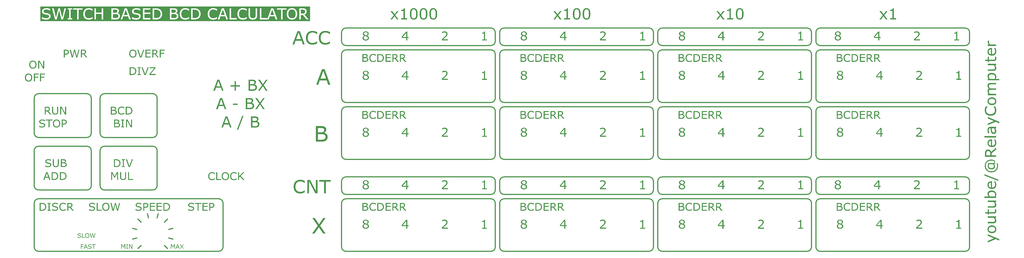
<source format=gbr>
%TF.GenerationSoftware,KiCad,Pcbnew,7.0.9*%
%TF.CreationDate,2023-12-22T18:04:38+01:00*%
%TF.ProjectId,FrontPanel,46726f6e-7450-4616-9e65-6c2e6b696361,rev?*%
%TF.SameCoordinates,Original*%
%TF.FileFunction,Legend,Top*%
%TF.FilePolarity,Positive*%
%FSLAX46Y46*%
G04 Gerber Fmt 4.6, Leading zero omitted, Abs format (unit mm)*
G04 Created by KiCad (PCBNEW 7.0.9) date 2023-12-22 18:04:38*
%MOMM*%
%LPD*%
G01*
G04 APERTURE LIST*
%ADD10C,0.500000*%
G04 APERTURE END LIST*
D10*
X104000000Y-116000000D02*
G75*
G03*
X106000000Y-114000000I-100J2000100D01*
G01*
X82000000Y-96000000D02*
G75*
G03*
X80000000Y-98000000I-100J-1999900D01*
G01*
X408000000Y-134000000D02*
X474000000Y-134000000D01*
X192000000Y-134000000D02*
X258000000Y-134000000D01*
X258000000Y-74000000D02*
G75*
G03*
X260000000Y-72000000I-100J2000100D01*
G01*
X80000000Y-138000000D02*
X80000000Y-122000000D01*
X111244444Y-161941143D02*
X113176296Y-162458781D01*
X330000000Y-126000000D02*
G75*
G03*
X332000000Y-124000000I-100J2000100D01*
G01*
X266000000Y-126000000D02*
X264000000Y-126000000D01*
X96755557Y-161941143D02*
X94823705Y-162458781D01*
X80000000Y-114000000D02*
G75*
G03*
X82000000Y-116000000I2000000J0D01*
G01*
X330000000Y-74000000D02*
G75*
G03*
X332000000Y-72000000I-100J2000100D01*
G01*
X336000000Y-76000000D02*
G75*
G03*
X334000000Y-78000000I-100J-1999900D01*
G01*
X330000000Y-100000000D02*
G75*
G03*
X332000000Y-98000000I-100J2000100D01*
G01*
X406000000Y-166000000D02*
G75*
G03*
X408000000Y-168000000I2000000J0D01*
G01*
X104000000Y-120000000D02*
X82000000Y-120000000D01*
X476000000Y-68000000D02*
X476000000Y-72000000D01*
X98696699Y-154696699D02*
X97282486Y-153282485D01*
X260000000Y-136000000D02*
X260000000Y-140000000D01*
X264000000Y-134000000D02*
G75*
G03*
X262000000Y-136000000I-100J-1999900D01*
G01*
X330000000Y-144000000D02*
X264000000Y-144000000D01*
X334000000Y-146000000D02*
X334000000Y-166000000D01*
X258000000Y-126000000D02*
G75*
G03*
X260000000Y-124000000I-100J2000100D01*
G01*
X404000000Y-136000000D02*
X404000000Y-140000000D01*
X258000000Y-74000000D02*
X192000000Y-74000000D01*
X76000000Y-98000000D02*
G75*
G03*
X74000000Y-96000000I-2000000J0D01*
G01*
X402000000Y-74000000D02*
X336000000Y-74000000D01*
X264000000Y-134000000D02*
X330000000Y-134000000D01*
X406000000Y-104000000D02*
X406000000Y-124000000D01*
X262000000Y-104000000D02*
X262000000Y-124000000D01*
X476000000Y-146000000D02*
G75*
G03*
X474000000Y-144000000I-2000000J0D01*
G01*
X262000000Y-140000000D02*
X262000000Y-136000000D01*
X408000000Y-134000000D02*
G75*
G03*
X406000000Y-136000000I-100J-1999900D01*
G01*
X190000000Y-98000000D02*
G75*
G03*
X192000000Y-100000000I2000000J0D01*
G01*
X330000000Y-142000000D02*
G75*
G03*
X332000000Y-140000000I-100J2000100D01*
G01*
X402000000Y-142000000D02*
G75*
G03*
X404000000Y-140000000I-100J2000100D01*
G01*
X402000000Y-126000000D02*
G75*
G03*
X404000000Y-124000000I-100J2000100D01*
G01*
X336000000Y-134000000D02*
X402000000Y-134000000D01*
X336000000Y-100000000D02*
X402000000Y-100000000D01*
X404000000Y-104000000D02*
G75*
G03*
X402000000Y-102000000I-2000000J0D01*
G01*
X476000000Y-124000000D02*
X476000000Y-104000000D01*
X474000000Y-74000000D02*
G75*
G03*
X476000000Y-72000000I-100J2000100D01*
G01*
X192000000Y-134000000D02*
G75*
G03*
X190000000Y-136000000I-100J-1999900D01*
G01*
X474000000Y-144000000D02*
X408000000Y-144000000D01*
X402000000Y-74000000D02*
G75*
G03*
X404000000Y-72000000I-100J2000100D01*
G01*
X330000000Y-142000000D02*
X264000000Y-142000000D01*
X336000000Y-66000000D02*
X402000000Y-66000000D01*
X260000000Y-78000000D02*
G75*
G03*
X258000000Y-76000000I-2000000J0D01*
G01*
X408000000Y-100000000D02*
X474000000Y-100000000D01*
X408000000Y-144000000D02*
G75*
G03*
X406000000Y-146000000I-100J-1999900D01*
G01*
X260000000Y-124000000D02*
X260000000Y-104000000D01*
X408000000Y-66000000D02*
G75*
G03*
X406000000Y-68000000I-100J-1999900D01*
G01*
X404000000Y-68000000D02*
X404000000Y-72000000D01*
X50000000Y-114000000D02*
G75*
G03*
X52000000Y-116000000I2000000J0D01*
G01*
X404000000Y-78000000D02*
G75*
G03*
X402000000Y-76000000I-2000000J0D01*
G01*
X82000000Y-120000000D02*
G75*
G03*
X80000000Y-122000000I-100J-1999900D01*
G01*
X402000000Y-144000000D02*
X336000000Y-144000000D01*
X105941143Y-152755556D02*
X106458781Y-150823704D01*
X258000000Y-142000000D02*
G75*
G03*
X260000000Y-140000000I-100J2000100D01*
G01*
X262000000Y-166000000D02*
G75*
G03*
X264000000Y-168000000I2000000J0D01*
G01*
X106000000Y-98000000D02*
G75*
G03*
X104000000Y-96000000I-2000000J0D01*
G01*
X74000000Y-116000000D02*
G75*
G03*
X76000000Y-114000000I-100J2000100D01*
G01*
X262000000Y-146000000D02*
X262000000Y-166000000D01*
X52000000Y-96000000D02*
G75*
G03*
X50000000Y-98000000I0J-2000000D01*
G01*
X334000000Y-124000000D02*
G75*
G03*
X336000000Y-126000000I2000000J0D01*
G01*
X258000000Y-142000000D02*
X192000000Y-142000000D01*
X476000000Y-104000000D02*
G75*
G03*
X474000000Y-102000000I-2000000J0D01*
G01*
X404000000Y-136000000D02*
G75*
G03*
X402000000Y-134000000I-2000000J0D01*
G01*
X476000000Y-136000000D02*
G75*
G03*
X474000000Y-134000000I-2000000J0D01*
G01*
X260000000Y-146000000D02*
G75*
G03*
X258000000Y-144000000I-2000000J0D01*
G01*
X106000000Y-138000000D02*
X106000000Y-122000000D01*
X332000000Y-166000000D02*
X332000000Y-146000000D01*
X404000000Y-166000000D02*
X404000000Y-146000000D01*
X76000000Y-122000000D02*
G75*
G03*
X74000000Y-120000000I-2000000J0D01*
G01*
X402000000Y-168000000D02*
G75*
G03*
X404000000Y-166000000I-100J2000100D01*
G01*
X474000000Y-142000000D02*
X408000000Y-142000000D01*
X190000000Y-166000000D02*
G75*
G03*
X192000000Y-168000000I2000000J0D01*
G01*
X260000000Y-104000000D02*
G75*
G03*
X258000000Y-102000000I-2000000J0D01*
G01*
X260000000Y-98000000D02*
X260000000Y-78000000D01*
X52000000Y-144000000D02*
X134000000Y-144000000D01*
X262000000Y-78000000D02*
X262000000Y-98000000D01*
X264000000Y-66000000D02*
G75*
G03*
X262000000Y-68000000I-100J-1999900D01*
G01*
X192000000Y-126000000D02*
X258000000Y-126000000D01*
X258000000Y-168000000D02*
G75*
G03*
X260000000Y-166000000I-100J2000100D01*
G01*
X260000000Y-68000000D02*
X260000000Y-72000000D01*
X258000000Y-102000000D02*
X192000000Y-102000000D01*
X330000000Y-102000000D02*
X264000000Y-102000000D01*
X52000000Y-144000000D02*
G75*
G03*
X50000000Y-146000000I0J-2000000D01*
G01*
X264000000Y-144000000D02*
G75*
G03*
X262000000Y-146000000I-100J-1999900D01*
G01*
X106000000Y-122000000D02*
G75*
G03*
X104000000Y-120000000I-2000000J0D01*
G01*
X190000000Y-124000000D02*
G75*
G03*
X192000000Y-126000000I2000000J0D01*
G01*
X408000000Y-76000000D02*
G75*
G03*
X406000000Y-78000000I-100J-1999900D01*
G01*
X258000000Y-76000000D02*
X192000000Y-76000000D01*
X330000000Y-168000000D02*
G75*
G03*
X332000000Y-166000000I-100J2000100D01*
G01*
X190000000Y-78000000D02*
X190000000Y-98000000D01*
X192000000Y-76000000D02*
G75*
G03*
X190000000Y-78000000I-100J-1999900D01*
G01*
X50000000Y-138000000D02*
G75*
G03*
X52000000Y-140000000I2000000J0D01*
G01*
X192000000Y-66000000D02*
X258000000Y-66000000D01*
X262000000Y-140000000D02*
G75*
G03*
X264000000Y-142000000I2000000J0D01*
G01*
X96755557Y-158058857D02*
X94823705Y-157541219D01*
X332000000Y-68000000D02*
G75*
G03*
X330000000Y-66000000I-2000000J0D01*
G01*
X104000000Y-96000000D02*
X82000000Y-96000000D01*
X474000000Y-142000000D02*
G75*
G03*
X476000000Y-140000000I-100J2000100D01*
G01*
X406000000Y-140000000D02*
X406000000Y-136000000D01*
X264000000Y-126000000D02*
X330000000Y-126000000D01*
X52000000Y-168000000D02*
X134000000Y-168000000D01*
X104000000Y-116000000D02*
X82000000Y-116000000D01*
X50000000Y-138000000D02*
X50000000Y-122000000D01*
X332000000Y-104000000D02*
G75*
G03*
X330000000Y-102000000I-2000000J0D01*
G01*
X190000000Y-146000000D02*
X190000000Y-166000000D01*
X190000000Y-140000000D02*
X190000000Y-136000000D01*
X406000000Y-78000000D02*
X406000000Y-98000000D01*
X334000000Y-98000000D02*
G75*
G03*
X336000000Y-100000000I2000000J0D01*
G01*
X264000000Y-66000000D02*
X330000000Y-66000000D01*
X334000000Y-78000000D02*
X334000000Y-98000000D01*
X476000000Y-78000000D02*
G75*
G03*
X474000000Y-76000000I-2000000J0D01*
G01*
X332000000Y-136000000D02*
X332000000Y-140000000D01*
X80000000Y-114000000D02*
X80000000Y-98000000D01*
X334000000Y-140000000D02*
G75*
G03*
X336000000Y-142000000I2000000J0D01*
G01*
X258000000Y-100000000D02*
G75*
G03*
X260000000Y-98000000I-100J2000100D01*
G01*
X264000000Y-102000000D02*
G75*
G03*
X262000000Y-104000000I-100J-1999900D01*
G01*
X474000000Y-74000000D02*
X408000000Y-74000000D01*
X332000000Y-124000000D02*
X332000000Y-104000000D01*
X262000000Y-124000000D02*
G75*
G03*
X264000000Y-126000000I2000000J0D01*
G01*
X336000000Y-102000000D02*
G75*
G03*
X334000000Y-104000000I-100J-1999900D01*
G01*
X106000000Y-114000000D02*
X106000000Y-98000000D01*
X402000000Y-142000000D02*
X336000000Y-142000000D01*
X111244444Y-158058857D02*
X113176296Y-157541219D01*
X474000000Y-168000000D02*
G75*
G03*
X476000000Y-166000000I-100J2000100D01*
G01*
X336000000Y-66000000D02*
G75*
G03*
X334000000Y-68000000I-100J-1999900D01*
G01*
X136000000Y-146000000D02*
G75*
G03*
X134000000Y-144000000I-2000000J0D01*
G01*
X474000000Y-126000000D02*
G75*
G03*
X476000000Y-124000000I-100J2000100D01*
G01*
X408000000Y-126000000D02*
X474000000Y-126000000D01*
X262000000Y-72000000D02*
X262000000Y-68000000D01*
X50000000Y-166000000D02*
G75*
G03*
X52000000Y-168000000I2000000J0D01*
G01*
X260000000Y-136000000D02*
G75*
G03*
X258000000Y-134000000I-2000000J0D01*
G01*
X190000000Y-104000000D02*
X190000000Y-124000000D01*
X336000000Y-168000000D02*
X402000000Y-168000000D01*
X402000000Y-76000000D02*
X336000000Y-76000000D01*
X74000000Y-140000000D02*
X52000000Y-140000000D01*
X192000000Y-168000000D02*
X258000000Y-168000000D01*
X192000000Y-66000000D02*
G75*
G03*
X190000000Y-68000000I-100J-1999900D01*
G01*
X50000000Y-114000000D02*
X50000000Y-98000000D01*
X258000000Y-144000000D02*
X192000000Y-144000000D01*
X52000000Y-120000000D02*
G75*
G03*
X50000000Y-122000000I0J-2000000D01*
G01*
X104000000Y-140000000D02*
G75*
G03*
X106000000Y-138000000I-100J2000100D01*
G01*
X476000000Y-98000000D02*
X476000000Y-78000000D01*
X476000000Y-136000000D02*
X476000000Y-140000000D01*
X402000000Y-100000000D02*
G75*
G03*
X404000000Y-98000000I-100J2000100D01*
G01*
X474000000Y-100000000D02*
G75*
G03*
X476000000Y-98000000I-100J2000100D01*
G01*
X334000000Y-104000000D02*
X334000000Y-124000000D01*
X406000000Y-140000000D02*
G75*
G03*
X408000000Y-142000000I2000000J0D01*
G01*
X476000000Y-166000000D02*
X476000000Y-146000000D01*
X192000000Y-102000000D02*
G75*
G03*
X190000000Y-104000000I-100J-1999900D01*
G01*
X404000000Y-98000000D02*
X404000000Y-78000000D01*
X406000000Y-98000000D02*
G75*
G03*
X408000000Y-100000000I2000000J0D01*
G01*
X264000000Y-76000000D02*
G75*
G03*
X262000000Y-78000000I-100J-1999900D01*
G01*
X336000000Y-134000000D02*
G75*
G03*
X334000000Y-136000000I-100J-1999900D01*
G01*
X190000000Y-72000000D02*
X190000000Y-68000000D01*
X406000000Y-72000000D02*
X406000000Y-68000000D01*
X332000000Y-146000000D02*
G75*
G03*
X330000000Y-144000000I-2000000J0D01*
G01*
X336000000Y-144000000D02*
G75*
G03*
X334000000Y-146000000I-100J-1999900D01*
G01*
X192000000Y-144000000D02*
G75*
G03*
X190000000Y-146000000I-100J-1999900D01*
G01*
X74000000Y-116000000D02*
X52000000Y-116000000D01*
X334000000Y-72000000D02*
X334000000Y-68000000D01*
X264000000Y-100000000D02*
X330000000Y-100000000D01*
X334000000Y-166000000D02*
G75*
G03*
X336000000Y-168000000I2000000J0D01*
G01*
X74000000Y-96000000D02*
X52000000Y-96000000D01*
X260000000Y-68000000D02*
G75*
G03*
X258000000Y-66000000I-2000000J0D01*
G01*
X76000000Y-138000000D02*
X76000000Y-122000000D01*
X406000000Y-146000000D02*
X406000000Y-166000000D01*
X262000000Y-72000000D02*
G75*
G03*
X264000000Y-74000000I2000000J0D01*
G01*
X50000000Y-146000000D02*
X50000000Y-166000000D01*
X404000000Y-68000000D02*
G75*
G03*
X402000000Y-66000000I-2000000J0D01*
G01*
X102058857Y-152755556D02*
X101541219Y-150823704D01*
X404000000Y-124000000D02*
X404000000Y-104000000D01*
X474000000Y-102000000D02*
X408000000Y-102000000D01*
X332000000Y-68000000D02*
X332000000Y-72000000D01*
X476000000Y-68000000D02*
G75*
G03*
X474000000Y-66000000I-2000000J0D01*
G01*
X402000000Y-102000000D02*
X336000000Y-102000000D01*
X404000000Y-146000000D02*
G75*
G03*
X402000000Y-144000000I-2000000J0D01*
G01*
X330000000Y-76000000D02*
X264000000Y-76000000D01*
X74000000Y-140000000D02*
G75*
G03*
X76000000Y-138000000I-100J2000100D01*
G01*
X262000000Y-98000000D02*
G75*
G03*
X264000000Y-100000000I2000000J0D01*
G01*
X192000000Y-100000000D02*
X258000000Y-100000000D01*
X332000000Y-136000000D02*
G75*
G03*
X330000000Y-134000000I-2000000J0D01*
G01*
X98696699Y-165303301D02*
X97282486Y-166717514D01*
X109303301Y-165303301D02*
X110717515Y-166717514D01*
X74000000Y-120000000D02*
X52000000Y-120000000D01*
X474000000Y-76000000D02*
X408000000Y-76000000D01*
X334000000Y-140000000D02*
X334000000Y-136000000D01*
X330000000Y-74000000D02*
X264000000Y-74000000D01*
X334000000Y-72000000D02*
G75*
G03*
X336000000Y-74000000I2000000J0D01*
G01*
X332000000Y-78000000D02*
G75*
G03*
X330000000Y-76000000I-2000000J0D01*
G01*
X408000000Y-102000000D02*
G75*
G03*
X406000000Y-104000000I-100J-1999900D01*
G01*
X336000000Y-126000000D02*
X402000000Y-126000000D01*
X408000000Y-66000000D02*
X474000000Y-66000000D01*
X408000000Y-168000000D02*
X474000000Y-168000000D01*
X104000000Y-140000000D02*
X82000000Y-140000000D01*
X190000000Y-140000000D02*
G75*
G03*
X192000000Y-142000000I2000000J0D01*
G01*
X80000000Y-138000000D02*
G75*
G03*
X82000000Y-140000000I2000000J0D01*
G01*
X406000000Y-72000000D02*
G75*
G03*
X408000000Y-74000000I2000000J0D01*
G01*
X136000000Y-166000000D02*
X136000000Y-146000000D01*
X134000000Y-168000000D02*
G75*
G03*
X136000000Y-166000000I-100J2000100D01*
G01*
X76000000Y-114000000D02*
X76000000Y-98000000D01*
X190000000Y-72000000D02*
G75*
G03*
X192000000Y-74000000I2000000J0D01*
G01*
X264000000Y-168000000D02*
X330000000Y-168000000D01*
X332000000Y-98000000D02*
X332000000Y-78000000D01*
X260000000Y-166000000D02*
X260000000Y-146000000D01*
X109303301Y-154696699D02*
X110717515Y-153282485D01*
X406000000Y-124000000D02*
G75*
G03*
X408000000Y-126000000I2000000J0D01*
G01*
G36*
X453432240Y-139660000D02*
G01*
X450662527Y-139660000D01*
X450662527Y-139055254D01*
X450698560Y-139025338D01*
X450734609Y-138995430D01*
X450770673Y-138965529D01*
X450806752Y-138935636D01*
X450842846Y-138905751D01*
X450878956Y-138875873D01*
X450915081Y-138846003D01*
X450951222Y-138816140D01*
X450987377Y-138786286D01*
X451023548Y-138756438D01*
X451059734Y-138726599D01*
X451095935Y-138696767D01*
X451132152Y-138666942D01*
X451168384Y-138637126D01*
X451204631Y-138607317D01*
X451240894Y-138577515D01*
X451277007Y-138547607D01*
X451312808Y-138517721D01*
X451348296Y-138487859D01*
X451383470Y-138458019D01*
X451418332Y-138428203D01*
X451452881Y-138398409D01*
X451487117Y-138368638D01*
X451521040Y-138338890D01*
X451554650Y-138309165D01*
X451587947Y-138279463D01*
X451620932Y-138249783D01*
X451653603Y-138220127D01*
X451685961Y-138190493D01*
X451718007Y-138160883D01*
X451749739Y-138131295D01*
X451781159Y-138101730D01*
X451813806Y-138071093D01*
X451845803Y-138040853D01*
X451877149Y-138011009D01*
X451907844Y-137981563D01*
X451937889Y-137952513D01*
X451967283Y-137923860D01*
X451996027Y-137895604D01*
X452024119Y-137867745D01*
X452078353Y-137813218D01*
X452129983Y-137760279D01*
X452179011Y-137708927D01*
X452225437Y-137659162D01*
X452269259Y-137610985D01*
X452310479Y-137564396D01*
X452349096Y-137519394D01*
X452385110Y-137475980D01*
X452418522Y-137434153D01*
X452449331Y-137393914D01*
X452477537Y-137355263D01*
X452503141Y-137318199D01*
X452526802Y-137281624D01*
X452548936Y-137244682D01*
X452569544Y-137207374D01*
X452588626Y-137169699D01*
X452606181Y-137131659D01*
X452622209Y-137093251D01*
X452636711Y-137054478D01*
X452649686Y-137015338D01*
X452661135Y-136975832D01*
X452671058Y-136935959D01*
X452679453Y-136895720D01*
X452686323Y-136855115D01*
X452691666Y-136814143D01*
X452695482Y-136772805D01*
X452697772Y-136731100D01*
X452698535Y-136689030D01*
X452696689Y-136632504D01*
X452691150Y-136578330D01*
X452681920Y-136526510D01*
X452668997Y-136477042D01*
X452652382Y-136429927D01*
X452632074Y-136385165D01*
X452608074Y-136342755D01*
X452580382Y-136302698D01*
X452548998Y-136264994D01*
X452513922Y-136229643D01*
X452488486Y-136207383D01*
X452447634Y-136176305D01*
X452403844Y-136148283D01*
X452357119Y-136123319D01*
X452307456Y-136101412D01*
X452254857Y-136082561D01*
X452199322Y-136066767D01*
X452160666Y-136057937D01*
X452120706Y-136050464D01*
X452079440Y-136044351D01*
X452036870Y-136039595D01*
X451992994Y-136036199D01*
X451947813Y-136034161D01*
X451901326Y-136033482D01*
X451854071Y-136034160D01*
X451806094Y-136036195D01*
X451757397Y-136039587D01*
X451707978Y-136044335D01*
X451657837Y-136050440D01*
X451606975Y-136057902D01*
X451555393Y-136066721D01*
X451503088Y-136076896D01*
X451450063Y-136088428D01*
X451396316Y-136101316D01*
X451360084Y-136110662D01*
X451305616Y-136125847D01*
X451251388Y-136142456D01*
X451197401Y-136160491D01*
X451143654Y-136179951D01*
X451090148Y-136200837D01*
X451036882Y-136223148D01*
X450983857Y-136246884D01*
X450931072Y-136272046D01*
X450896015Y-136289612D01*
X450861065Y-136307812D01*
X450826223Y-136326646D01*
X450791487Y-136346113D01*
X450764132Y-136346113D01*
X450764132Y-135782400D01*
X450801910Y-135764961D01*
X450841973Y-135747813D01*
X450884319Y-135730957D01*
X450928950Y-135714394D01*
X450975864Y-135698122D01*
X451025063Y-135682142D01*
X451076546Y-135666454D01*
X451130313Y-135651058D01*
X451186364Y-135635955D01*
X451225000Y-135626047D01*
X451264651Y-135616270D01*
X451284857Y-135611430D01*
X451325447Y-135601966D01*
X451365885Y-135593112D01*
X451406170Y-135584869D01*
X451446302Y-135577236D01*
X451486281Y-135570214D01*
X451526108Y-135563803D01*
X451565782Y-135558002D01*
X451605304Y-135552812D01*
X451644673Y-135548232D01*
X451683889Y-135544263D01*
X451722953Y-135540905D01*
X451781262Y-135537012D01*
X451839228Y-135534494D01*
X451896850Y-135533349D01*
X451915981Y-135533272D01*
X451993562Y-135534433D01*
X452069014Y-135537913D01*
X452142337Y-135543714D01*
X452213530Y-135551835D01*
X452282593Y-135562276D01*
X452349527Y-135575038D01*
X452414332Y-135590120D01*
X452477007Y-135607522D01*
X452537552Y-135627245D01*
X452595968Y-135649288D01*
X452652255Y-135673651D01*
X452706412Y-135700334D01*
X452758439Y-135729338D01*
X452808337Y-135760662D01*
X452856106Y-135794307D01*
X452901745Y-135830272D01*
X452945045Y-135868221D01*
X452985551Y-135907819D01*
X453023263Y-135949065D01*
X453058183Y-135991960D01*
X453090308Y-136036504D01*
X453119640Y-136082697D01*
X453146179Y-136130538D01*
X453169924Y-136180027D01*
X453190875Y-136231166D01*
X453209033Y-136283953D01*
X453224397Y-136338388D01*
X453236968Y-136394473D01*
X453246746Y-136452206D01*
X453253729Y-136511587D01*
X453257920Y-136572617D01*
X453259316Y-136635296D01*
X453258793Y-136677895D01*
X453257221Y-136719961D01*
X453254602Y-136761494D01*
X453250936Y-136802496D01*
X453246222Y-136842965D01*
X453240460Y-136882901D01*
X453233651Y-136922305D01*
X453225794Y-136961177D01*
X453216890Y-136999517D01*
X453206938Y-137037324D01*
X453199721Y-137062233D01*
X453184181Y-137111249D01*
X453166871Y-137159624D01*
X453147789Y-137207359D01*
X453126937Y-137254452D01*
X453104314Y-137300904D01*
X453079920Y-137346714D01*
X453060463Y-137380652D01*
X453040009Y-137414228D01*
X453025820Y-137436413D01*
X452998374Y-137478087D01*
X452969767Y-137519577D01*
X452939999Y-137560885D01*
X452909072Y-137602009D01*
X452876985Y-137642950D01*
X452852158Y-137673536D01*
X452826678Y-137704019D01*
X452800546Y-137734398D01*
X452773762Y-137764675D01*
X452746284Y-137795209D01*
X452717708Y-137826362D01*
X452688032Y-137858132D01*
X452657258Y-137890521D01*
X452625384Y-137923528D01*
X452592411Y-137957154D01*
X452558340Y-137991397D01*
X452523169Y-138026259D01*
X452486898Y-138061739D01*
X452449529Y-138097838D01*
X452424006Y-138122247D01*
X452387171Y-138157471D01*
X452350184Y-138192558D01*
X452313043Y-138227508D01*
X452275751Y-138262320D01*
X452238305Y-138296995D01*
X452200707Y-138331532D01*
X452162956Y-138365932D01*
X452125053Y-138400195D01*
X452086997Y-138434320D01*
X452048788Y-138468308D01*
X452010426Y-138502159D01*
X451971912Y-138535872D01*
X451933246Y-138569448D01*
X451894426Y-138602886D01*
X451855454Y-138636187D01*
X451816330Y-138669351D01*
X451777293Y-138702293D01*
X451738584Y-138734930D01*
X451700204Y-138767261D01*
X451662151Y-138799288D01*
X451624427Y-138831009D01*
X451587032Y-138862424D01*
X451549964Y-138893535D01*
X451513224Y-138924340D01*
X451476813Y-138954840D01*
X451440730Y-138985034D01*
X451404975Y-139014924D01*
X451369549Y-139044508D01*
X451334450Y-139073786D01*
X451299680Y-139102759D01*
X451265238Y-139131427D01*
X451231124Y-139159790D01*
X453432240Y-139159790D01*
X453432240Y-139660000D01*
G37*
G36*
X219918353Y-156096845D02*
G01*
X220525053Y-156096845D01*
X220525053Y-156534528D01*
X219918353Y-156534528D01*
X219918353Y-157660000D01*
X219390789Y-157660000D01*
X219390789Y-156534528D01*
X217431961Y-156534528D01*
X217431961Y-156096845D01*
X217805164Y-156096845D01*
X219390789Y-156096845D01*
X219390789Y-154249392D01*
X217805164Y-156096845D01*
X217431961Y-156096845D01*
X217431961Y-155902428D01*
X219412282Y-153595799D01*
X219918353Y-153595799D01*
X219918353Y-156096845D01*
G37*
G36*
X363918353Y-70096845D02*
G01*
X364525053Y-70096845D01*
X364525053Y-70534528D01*
X363918353Y-70534528D01*
X363918353Y-71660000D01*
X363390789Y-71660000D01*
X363390789Y-70534528D01*
X361431961Y-70534528D01*
X361431961Y-70096845D01*
X361805164Y-70096845D01*
X363390789Y-70096845D01*
X363390789Y-68249392D01*
X361805164Y-70096845D01*
X361431961Y-70096845D01*
X361431961Y-69902428D01*
X363412282Y-67595799D01*
X363918353Y-67595799D01*
X363918353Y-70096845D01*
G37*
G36*
X272589566Y-145896438D02*
G01*
X272636289Y-145896779D01*
X272681463Y-145897346D01*
X272725087Y-145898141D01*
X272767161Y-145899163D01*
X272807687Y-145900412D01*
X272846662Y-145901888D01*
X272884089Y-145903591D01*
X272919966Y-145905521D01*
X272954293Y-145907678D01*
X273002880Y-145911340D01*
X273047980Y-145915512D01*
X273089593Y-145920195D01*
X273127721Y-145925390D01*
X273164116Y-145931220D01*
X273200210Y-145938132D01*
X273236003Y-145946126D01*
X273271496Y-145955202D01*
X273306689Y-145965360D01*
X273341580Y-145976600D01*
X273376172Y-145988922D01*
X273410463Y-146002326D01*
X273444453Y-146016812D01*
X273478143Y-146032379D01*
X273500436Y-146043359D01*
X273536507Y-146062944D01*
X273570670Y-146083550D01*
X273602925Y-146105179D01*
X273633271Y-146127829D01*
X273661709Y-146151501D01*
X273688239Y-146176195D01*
X273712860Y-146201910D01*
X273735573Y-146228648D01*
X273756377Y-146256407D01*
X273775273Y-146285188D01*
X273786810Y-146304943D01*
X273802699Y-146335472D01*
X273817024Y-146367113D01*
X273829787Y-146399866D01*
X273840987Y-146433731D01*
X273850624Y-146468708D01*
X273858698Y-146504798D01*
X273865209Y-146541999D01*
X273870158Y-146580311D01*
X273873544Y-146619736D01*
X273875367Y-146660273D01*
X273875715Y-146687916D01*
X273874573Y-146734386D01*
X273871147Y-146779548D01*
X273865437Y-146823404D01*
X273857442Y-146865952D01*
X273847164Y-146907192D01*
X273834602Y-146947126D01*
X273819756Y-146985752D01*
X273802625Y-147023070D01*
X273783211Y-147059082D01*
X273761512Y-147093786D01*
X273745778Y-147116196D01*
X273720656Y-147148703D01*
X273694016Y-147180189D01*
X273665858Y-147210653D01*
X273636183Y-147240095D01*
X273604990Y-147268516D01*
X273572280Y-147295914D01*
X273538052Y-147322291D01*
X273502306Y-147347646D01*
X273465042Y-147371979D01*
X273426261Y-147395291D01*
X273399563Y-147410264D01*
X273399563Y-147429071D01*
X273444373Y-147439025D01*
X273487974Y-147450295D01*
X273530365Y-147462881D01*
X273571548Y-147476782D01*
X273611523Y-147491999D01*
X273650288Y-147508532D01*
X273687845Y-147526380D01*
X273724193Y-147545544D01*
X273759332Y-147566024D01*
X273793262Y-147587819D01*
X273825983Y-147610930D01*
X273857496Y-147635357D01*
X273887800Y-147661099D01*
X273916895Y-147688157D01*
X273944781Y-147716531D01*
X273971458Y-147746220D01*
X273996820Y-147776961D01*
X274020545Y-147808704D01*
X274042634Y-147841449D01*
X274063087Y-147875195D01*
X274081904Y-147909944D01*
X274099084Y-147945694D01*
X274114629Y-147982446D01*
X274128537Y-148020199D01*
X274140808Y-148058955D01*
X274151444Y-148098712D01*
X274160443Y-148139471D01*
X274167806Y-148181232D01*
X274173533Y-148223994D01*
X274177624Y-148267759D01*
X274180078Y-148312525D01*
X274180896Y-148358293D01*
X274180010Y-148407440D01*
X274177350Y-148455505D01*
X274172917Y-148502488D01*
X274166711Y-148548390D01*
X274158732Y-148593209D01*
X274148980Y-148636947D01*
X274137454Y-148679603D01*
X274124156Y-148721176D01*
X274109084Y-148761668D01*
X274092239Y-148801078D01*
X274080024Y-148826750D01*
X274060494Y-148864114D01*
X274039732Y-148900231D01*
X274017738Y-148935100D01*
X273994512Y-148968722D01*
X273970054Y-149001097D01*
X273944363Y-149032225D01*
X273917440Y-149062105D01*
X273889286Y-149090739D01*
X273859898Y-149118125D01*
X273829279Y-149144264D01*
X273808182Y-149160997D01*
X273770001Y-149189845D01*
X273731115Y-149217086D01*
X273691522Y-149242719D01*
X273651223Y-149266744D01*
X273610218Y-149289162D01*
X273568506Y-149309971D01*
X273526089Y-149329173D01*
X273482965Y-149346766D01*
X273439134Y-149362752D01*
X273394598Y-149377130D01*
X273364515Y-149385822D01*
X273318157Y-149397738D01*
X273269486Y-149408482D01*
X273235753Y-149414994D01*
X273200991Y-149420985D01*
X273165201Y-149426454D01*
X273128382Y-149431403D01*
X273090535Y-149435831D01*
X273051659Y-149439738D01*
X273011755Y-149443124D01*
X272970823Y-149445989D01*
X272928862Y-149448333D01*
X272885872Y-149450156D01*
X272841854Y-149451459D01*
X272796807Y-149452240D01*
X272750732Y-149452501D01*
X271481280Y-149452501D01*
X271481280Y-147756478D01*
X271956577Y-147756478D01*
X271956577Y-149014817D01*
X272586601Y-149014817D01*
X272625266Y-149014697D01*
X272663043Y-149014336D01*
X272699932Y-149013735D01*
X272735933Y-149012894D01*
X272771045Y-149011812D01*
X272805269Y-149010490D01*
X272854940Y-149008055D01*
X272902612Y-149005080D01*
X272948285Y-149001564D01*
X272991960Y-148997507D01*
X273033637Y-148992908D01*
X273073315Y-148987769D01*
X273098656Y-148984043D01*
X273135524Y-148977829D01*
X273171115Y-148970729D01*
X273205428Y-148962742D01*
X273238464Y-148953869D01*
X273280525Y-148940659D01*
X273320316Y-148925873D01*
X273357836Y-148909510D01*
X273393085Y-148891572D01*
X273426064Y-148872057D01*
X273458695Y-148849444D01*
X273489055Y-148826056D01*
X273517145Y-148801893D01*
X273542964Y-148776955D01*
X273566513Y-148751243D01*
X273592755Y-148718013D01*
X273615450Y-148683573D01*
X273623534Y-148669458D01*
X273641512Y-148632321D01*
X273653700Y-148600298D01*
X273663938Y-148566217D01*
X273672226Y-148530080D01*
X273678564Y-148491885D01*
X273682952Y-148451634D01*
X273685390Y-148409326D01*
X273685938Y-148376244D01*
X273685367Y-148338680D01*
X273683654Y-148302604D01*
X273680799Y-148268015D01*
X273675216Y-148224210D01*
X273667602Y-148183051D01*
X273657958Y-148144536D01*
X273646284Y-148108666D01*
X273632580Y-148075440D01*
X273620969Y-148052256D01*
X273603071Y-148022684D01*
X273581860Y-147994233D01*
X273557337Y-147966905D01*
X273529501Y-147940698D01*
X273498352Y-147915614D01*
X273463891Y-147891651D01*
X273426117Y-147868811D01*
X273395613Y-147852417D01*
X273385031Y-147847092D01*
X273347756Y-147830421D01*
X273308061Y-147815670D01*
X273274562Y-147805251D01*
X273239513Y-147796062D01*
X273202914Y-147788101D01*
X273164767Y-147781369D01*
X273125070Y-147775866D01*
X273104640Y-147773575D01*
X273062485Y-147769568D01*
X273018087Y-147766095D01*
X272983315Y-147763841D01*
X272947281Y-147761888D01*
X272909985Y-147760235D01*
X272871426Y-147758882D01*
X272831606Y-147757831D01*
X272790523Y-147757079D01*
X272748178Y-147756628D01*
X272704570Y-147756478D01*
X271956577Y-147756478D01*
X271481280Y-147756478D01*
X271481280Y-146334008D01*
X271956577Y-146334008D01*
X271956577Y-147318795D01*
X272572069Y-147318795D01*
X272613252Y-147318607D01*
X272652812Y-147318044D01*
X272690749Y-147317104D01*
X272727064Y-147315790D01*
X272761755Y-147314099D01*
X272805486Y-147311261D01*
X272846332Y-147307755D01*
X272884293Y-147303580D01*
X272919368Y-147298739D01*
X272927686Y-147297424D01*
X272968613Y-147289351D01*
X273008580Y-147279024D01*
X273047586Y-147266444D01*
X273085633Y-147251609D01*
X273122720Y-147234520D01*
X273158846Y-147215178D01*
X273173028Y-147206810D01*
X273206684Y-147184211D01*
X273237125Y-147159693D01*
X273264353Y-147133254D01*
X273288366Y-147104895D01*
X273309165Y-147074617D01*
X273326751Y-147042418D01*
X273332885Y-147029001D01*
X273346430Y-146994093D01*
X273357679Y-146957224D01*
X273366632Y-146918392D01*
X273373290Y-146877599D01*
X273376963Y-146843552D01*
X273379167Y-146808249D01*
X273379902Y-146771691D01*
X273378837Y-146733916D01*
X273375644Y-146698060D01*
X273370322Y-146664125D01*
X273361126Y-146625937D01*
X273348864Y-146590515D01*
X273336304Y-146563108D01*
X273318383Y-146532483D01*
X273296674Y-146504083D01*
X273271179Y-146477906D01*
X273241897Y-146453954D01*
X273208828Y-146432225D01*
X273196964Y-146425477D01*
X273160512Y-146407391D01*
X273121680Y-146391600D01*
X273088902Y-146380621D01*
X273054601Y-146371110D01*
X273018778Y-146363069D01*
X272981432Y-146356498D01*
X272942563Y-146351395D01*
X272922557Y-146349395D01*
X272881177Y-146345789D01*
X272837393Y-146342663D01*
X272802977Y-146340635D01*
X272767208Y-146338876D01*
X272730087Y-146337389D01*
X272691614Y-146336172D01*
X272651788Y-146335225D01*
X272610610Y-146334549D01*
X272568080Y-146334143D01*
X272524197Y-146334008D01*
X271956577Y-146334008D01*
X271481280Y-146334008D01*
X271481280Y-145896325D01*
X272541294Y-145896325D01*
X272589566Y-145896438D01*
G37*
G36*
X277603715Y-149184932D02*
G01*
X277570991Y-149199144D01*
X277539067Y-149213143D01*
X277500290Y-149230340D01*
X277462765Y-149247203D01*
X277426493Y-149263732D01*
X277391472Y-149279928D01*
X277364357Y-149292644D01*
X277329337Y-149308284D01*
X277291061Y-149324216D01*
X277258096Y-149337173D01*
X277223047Y-149350316D01*
X277185914Y-149363646D01*
X277146698Y-149377164D01*
X277105398Y-149390868D01*
X277083967Y-149397790D01*
X277047021Y-149408903D01*
X277009274Y-149419589D01*
X276970726Y-149429847D01*
X276931376Y-149439678D01*
X276891225Y-149449081D01*
X276850272Y-149458057D01*
X276808518Y-149466606D01*
X276765963Y-149474727D01*
X276722459Y-149482340D01*
X276677860Y-149488938D01*
X276643691Y-149493221D01*
X276608907Y-149496933D01*
X276573507Y-149500073D01*
X276537491Y-149502643D01*
X276500858Y-149504641D01*
X276463609Y-149506069D01*
X276425745Y-149506925D01*
X276387264Y-149507211D01*
X276338815Y-149506790D01*
X276290920Y-149505528D01*
X276243579Y-149503424D01*
X276196793Y-149500479D01*
X276150561Y-149496692D01*
X276104883Y-149492064D01*
X276059760Y-149486594D01*
X276015191Y-149480283D01*
X275971176Y-149473130D01*
X275927715Y-149465136D01*
X275884809Y-149456301D01*
X275842457Y-149446623D01*
X275800660Y-149436105D01*
X275759417Y-149424745D01*
X275718728Y-149412543D01*
X275678593Y-149399500D01*
X275639163Y-149385455D01*
X275600375Y-149370462D01*
X275562227Y-149354520D01*
X275524720Y-149337630D01*
X275487855Y-149319792D01*
X275451631Y-149301005D01*
X275416048Y-149281270D01*
X275381106Y-149260587D01*
X275346805Y-149238955D01*
X275313145Y-149216375D01*
X275280126Y-149192847D01*
X275247749Y-149168370D01*
X275216013Y-149142945D01*
X275184918Y-149116571D01*
X275154463Y-149089249D01*
X275124651Y-149060979D01*
X275096193Y-149032292D01*
X275068524Y-149002649D01*
X275041643Y-148972051D01*
X275015550Y-148940499D01*
X274990245Y-148907991D01*
X274965729Y-148874528D01*
X274942000Y-148840111D01*
X274919059Y-148804738D01*
X274896907Y-148768410D01*
X274875542Y-148731127D01*
X274854965Y-148692890D01*
X274835177Y-148653697D01*
X274816177Y-148613549D01*
X274797964Y-148572446D01*
X274780540Y-148530388D01*
X274763904Y-148487375D01*
X274748169Y-148443340D01*
X274733450Y-148398430D01*
X274719746Y-148352646D01*
X274707056Y-148305986D01*
X274695382Y-148258452D01*
X274684723Y-148210043D01*
X274675080Y-148160759D01*
X274666451Y-148110600D01*
X274658837Y-148059566D01*
X274652239Y-148007657D01*
X274646656Y-147954873D01*
X274642088Y-147901215D01*
X274638535Y-147846682D01*
X274635997Y-147791273D01*
X274634474Y-147734990D01*
X274633967Y-147677832D01*
X274634454Y-147623589D01*
X274635917Y-147570067D01*
X274638354Y-147517267D01*
X274641767Y-147465188D01*
X274646155Y-147413830D01*
X274651518Y-147363194D01*
X274657856Y-147313279D01*
X274665169Y-147264085D01*
X274673457Y-147215612D01*
X274682720Y-147167861D01*
X274692958Y-147120830D01*
X274704171Y-147074522D01*
X274716360Y-147028934D01*
X274729523Y-146984068D01*
X274743661Y-146939923D01*
X274758775Y-146896499D01*
X274774910Y-146853853D01*
X274791900Y-146812043D01*
X274809745Y-146771067D01*
X274828445Y-146730925D01*
X274848000Y-146691619D01*
X274868409Y-146653147D01*
X274889674Y-146615511D01*
X274911793Y-146578709D01*
X274934767Y-146542741D01*
X274958596Y-146507609D01*
X274983280Y-146473312D01*
X275008818Y-146439849D01*
X275035212Y-146407221D01*
X275062460Y-146375428D01*
X275090563Y-146344470D01*
X275119521Y-146314346D01*
X275148423Y-146285926D01*
X275178065Y-146258367D01*
X275208449Y-146231670D01*
X275239574Y-146205834D01*
X275271441Y-146180859D01*
X275304049Y-146156747D01*
X275337398Y-146133495D01*
X275371489Y-146111106D01*
X275406320Y-146089578D01*
X275441893Y-146068911D01*
X275478208Y-146049106D01*
X275515264Y-146030162D01*
X275553061Y-146012080D01*
X275591599Y-145994859D01*
X275630879Y-145978500D01*
X275670900Y-145963003D01*
X275711672Y-145948304D01*
X275752992Y-145934552D01*
X275794860Y-145921750D01*
X275837275Y-145909895D01*
X275880238Y-145898989D01*
X275923748Y-145889032D01*
X275967806Y-145880022D01*
X276012412Y-145871961D01*
X276057566Y-145864849D01*
X276103267Y-145858685D01*
X276149516Y-145853469D01*
X276196312Y-145849201D01*
X276243656Y-145845882D01*
X276291547Y-145843511D01*
X276339987Y-145842088D01*
X276388974Y-145841614D01*
X276425084Y-145841885D01*
X276461182Y-145842696D01*
X276497266Y-145844049D01*
X276533336Y-145845942D01*
X276569394Y-145848376D01*
X276605438Y-145851352D01*
X276641468Y-145854868D01*
X276677486Y-145858925D01*
X276713489Y-145863523D01*
X276749480Y-145868662D01*
X276785457Y-145874342D01*
X276821421Y-145880563D01*
X276857371Y-145887325D01*
X276893308Y-145894628D01*
X276929232Y-145902472D01*
X276965143Y-145910857D01*
X277001297Y-145919927D01*
X277037952Y-145929824D01*
X277075108Y-145940550D01*
X277112764Y-145952104D01*
X277150922Y-145964486D01*
X277189581Y-145977696D01*
X277228740Y-145991734D01*
X277268401Y-146006600D01*
X277308562Y-146022295D01*
X277349224Y-146038817D01*
X277390387Y-146056168D01*
X277432051Y-146074347D01*
X277474216Y-146093354D01*
X277516881Y-146113189D01*
X277560048Y-146133853D01*
X277603715Y-146155344D01*
X277603715Y-146716981D01*
X277567812Y-146716981D01*
X277530856Y-146688831D01*
X277493934Y-146661656D01*
X277457045Y-146635456D01*
X277420190Y-146610231D01*
X277383368Y-146585982D01*
X277346579Y-146562707D01*
X277309824Y-146540407D01*
X277273102Y-146519083D01*
X277236414Y-146498733D01*
X277199759Y-146479359D01*
X277163137Y-146460960D01*
X277126549Y-146443535D01*
X277089994Y-146427086D01*
X277053473Y-146411612D01*
X277016985Y-146397113D01*
X276980530Y-146383589D01*
X276944038Y-146370960D01*
X276907226Y-146359146D01*
X276870094Y-146348146D01*
X276832641Y-146337962D01*
X276794867Y-146328592D01*
X276756773Y-146320036D01*
X276718358Y-146312296D01*
X276679623Y-146305370D01*
X276640567Y-146299260D01*
X276601190Y-146293963D01*
X276561493Y-146289482D01*
X276521475Y-146285816D01*
X276481137Y-146282964D01*
X276440478Y-146280927D01*
X276399499Y-146279705D01*
X276358199Y-146279297D01*
X276307702Y-146280041D01*
X276258152Y-146282273D01*
X276209548Y-146285992D01*
X276161891Y-146291199D01*
X276115180Y-146297893D01*
X276069417Y-146306075D01*
X276024600Y-146315745D01*
X275980729Y-146326902D01*
X275937806Y-146339547D01*
X275895829Y-146353679D01*
X275868370Y-146363928D01*
X275828071Y-146380622D01*
X275788599Y-146398970D01*
X275749952Y-146418970D01*
X275712133Y-146440624D01*
X275675140Y-146463930D01*
X275638973Y-146488889D01*
X275603633Y-146515501D01*
X275569119Y-146543767D01*
X275535432Y-146573685D01*
X275502571Y-146605256D01*
X275481123Y-146627221D01*
X275450666Y-146660571D01*
X275421487Y-146695543D01*
X275393585Y-146732138D01*
X275366960Y-146770355D01*
X275341613Y-146810196D01*
X275317543Y-146851660D01*
X275294750Y-146894746D01*
X275273234Y-146939455D01*
X275252996Y-146985788D01*
X275240213Y-147017577D01*
X275227998Y-147050088D01*
X275222103Y-147066614D01*
X275210924Y-147100167D01*
X275200465Y-147134361D01*
X275190728Y-147169196D01*
X275181712Y-147204673D01*
X275173417Y-147240790D01*
X275165844Y-147277548D01*
X275158992Y-147314948D01*
X275152861Y-147352989D01*
X275147451Y-147391671D01*
X275142763Y-147430994D01*
X275138796Y-147470958D01*
X275135550Y-147511564D01*
X275133025Y-147552810D01*
X275131222Y-147594698D01*
X275130140Y-147637227D01*
X275129780Y-147680397D01*
X275130177Y-147725520D01*
X275131369Y-147769849D01*
X275133356Y-147813382D01*
X275136138Y-147856122D01*
X275139714Y-147898066D01*
X275144085Y-147939216D01*
X275149251Y-147979571D01*
X275155211Y-148019131D01*
X275161967Y-148057896D01*
X275169517Y-148095867D01*
X275177862Y-148133043D01*
X275187001Y-148169424D01*
X275196935Y-148205011D01*
X275207665Y-148239802D01*
X275219188Y-148273799D01*
X275231507Y-148307002D01*
X275244557Y-148339322D01*
X275258061Y-148370888D01*
X275279168Y-148416822D01*
X275301297Y-148461058D01*
X275324448Y-148503596D01*
X275348621Y-148544436D01*
X275373816Y-148583578D01*
X275400032Y-148621022D01*
X275427271Y-148656768D01*
X275455531Y-148690816D01*
X275484813Y-148723166D01*
X275494801Y-148733572D01*
X275526873Y-148764855D01*
X275559936Y-148794590D01*
X275593992Y-148822777D01*
X275629039Y-148849417D01*
X275665078Y-148874509D01*
X275702108Y-148898053D01*
X275740131Y-148920050D01*
X275779145Y-148940499D01*
X275819151Y-148959400D01*
X275860149Y-148976753D01*
X275888032Y-148987462D01*
X275930412Y-149002128D01*
X275973243Y-149015352D01*
X276016525Y-149027133D01*
X276060257Y-149037471D01*
X276104441Y-149046367D01*
X276149075Y-149053820D01*
X276194160Y-149059831D01*
X276239696Y-149064399D01*
X276285682Y-149067524D01*
X276332119Y-149069207D01*
X276363328Y-149069528D01*
X276406114Y-149069100D01*
X276448559Y-149067818D01*
X276490664Y-149065681D01*
X276532428Y-149062689D01*
X276573852Y-149058842D01*
X276614935Y-149054140D01*
X276655677Y-149048584D01*
X276696079Y-149042173D01*
X276736140Y-149034906D01*
X276775860Y-149026785D01*
X276815240Y-149017809D01*
X276854279Y-149007979D01*
X276892978Y-148997293D01*
X276931336Y-148985752D01*
X276969353Y-148973357D01*
X277007030Y-148960107D01*
X277044493Y-148946002D01*
X277081656Y-148931042D01*
X277118518Y-148915227D01*
X277155080Y-148898558D01*
X277191341Y-148881033D01*
X277227301Y-148862654D01*
X277262961Y-148843420D01*
X277298320Y-148823331D01*
X277333379Y-148802387D01*
X277368138Y-148780588D01*
X277402595Y-148757935D01*
X277436753Y-148734427D01*
X277470609Y-148710063D01*
X277504166Y-148684845D01*
X277537421Y-148658772D01*
X277570376Y-148631845D01*
X277603715Y-148631845D01*
X277603715Y-149184932D01*
G37*
G36*
X279217365Y-145896618D02*
G01*
X279280343Y-145897500D01*
X279341639Y-145898969D01*
X279401251Y-145901026D01*
X279459181Y-145903671D01*
X279515427Y-145906903D01*
X279569991Y-145910724D01*
X279622871Y-145915131D01*
X279674069Y-145920127D01*
X279723583Y-145925710D01*
X279771415Y-145931881D01*
X279817563Y-145938640D01*
X279862029Y-145945986D01*
X279904811Y-145953920D01*
X279945911Y-145962442D01*
X279985327Y-145971551D01*
X280023635Y-145981175D01*
X280061195Y-145991240D01*
X280098007Y-146001745D01*
X280134071Y-146012691D01*
X280169387Y-146024078D01*
X280203955Y-146035906D01*
X280237775Y-146048174D01*
X280270847Y-146060883D01*
X280303171Y-146074033D01*
X280334747Y-146087624D01*
X280380709Y-146108837D01*
X280424988Y-146131041D01*
X280467583Y-146154237D01*
X280508496Y-146178425D01*
X280553599Y-146207333D01*
X280597440Y-146237423D01*
X280640019Y-146268695D01*
X280681336Y-146301150D01*
X280721390Y-146334786D01*
X280760182Y-146369604D01*
X280797712Y-146405605D01*
X280833980Y-146442787D01*
X280868985Y-146481152D01*
X280902728Y-146520699D01*
X280935209Y-146561428D01*
X280966428Y-146603339D01*
X280996385Y-146646432D01*
X281025079Y-146690707D01*
X281052511Y-146736165D01*
X281078681Y-146782804D01*
X281103421Y-146830479D01*
X281126566Y-146879255D01*
X281148114Y-146929134D01*
X281168066Y-146980114D01*
X281186422Y-147032197D01*
X281203181Y-147085381D01*
X281218345Y-147139667D01*
X281231912Y-147195055D01*
X281243884Y-147251546D01*
X281254259Y-147309138D01*
X281263038Y-147367832D01*
X281270220Y-147427628D01*
X281275807Y-147488526D01*
X281279797Y-147550526D01*
X281282192Y-147613628D01*
X281282990Y-147677832D01*
X281282158Y-147738066D01*
X281279664Y-147797591D01*
X281275506Y-147856409D01*
X281269686Y-147914519D01*
X281262203Y-147971920D01*
X281253057Y-148028614D01*
X281242247Y-148084600D01*
X281229775Y-148139878D01*
X281215640Y-148194449D01*
X281199842Y-148248311D01*
X281182381Y-148301465D01*
X281163257Y-148353911D01*
X281142470Y-148405650D01*
X281120021Y-148456680D01*
X281095908Y-148507003D01*
X281070132Y-148556618D01*
X281042977Y-148605191D01*
X281014727Y-148652388D01*
X280985382Y-148698209D01*
X280954941Y-148742654D01*
X280923405Y-148785724D01*
X280890774Y-148827418D01*
X280857047Y-148867736D01*
X280822226Y-148906679D01*
X280786309Y-148944245D01*
X280749296Y-148980436D01*
X280711189Y-149015251D01*
X280671986Y-149048691D01*
X280631688Y-149080754D01*
X280590294Y-149111442D01*
X280547805Y-149140754D01*
X280504221Y-149168690D01*
X280473333Y-149187170D01*
X280442004Y-149204995D01*
X280410235Y-149222165D01*
X280378024Y-149238681D01*
X280345373Y-149254543D01*
X280312281Y-149269750D01*
X280278748Y-149284302D01*
X280244774Y-149298200D01*
X280210360Y-149311444D01*
X280175505Y-149324033D01*
X280140209Y-149335967D01*
X280104472Y-149347247D01*
X280068295Y-149357873D01*
X280031676Y-149367844D01*
X279994617Y-149377160D01*
X279957117Y-149385822D01*
X279918649Y-149393897D01*
X279878685Y-149401450D01*
X279837225Y-149408482D01*
X279794269Y-149414994D01*
X279749816Y-149420985D01*
X279703868Y-149426454D01*
X279656424Y-149431403D01*
X279607484Y-149435831D01*
X279557048Y-149439738D01*
X279505116Y-149443124D01*
X279451687Y-149445989D01*
X279396763Y-149448333D01*
X279340343Y-149450156D01*
X279282427Y-149451459D01*
X279223015Y-149452240D01*
X279162107Y-149452501D01*
X278258531Y-149452501D01*
X278258531Y-146334008D01*
X278733827Y-146334008D01*
X278733827Y-149014817D01*
X279180914Y-149014817D01*
X279223526Y-149014627D01*
X279265450Y-149014056D01*
X279306687Y-149013104D01*
X279347235Y-149011772D01*
X279387096Y-149010059D01*
X279426269Y-149007965D01*
X279464754Y-149005491D01*
X279502551Y-149002636D01*
X279539660Y-148999400D01*
X279576081Y-148995784D01*
X279611815Y-148991786D01*
X279646860Y-148987409D01*
X279681218Y-148982650D01*
X279731465Y-148974799D01*
X279780163Y-148966091D01*
X279827881Y-148956066D01*
X279874862Y-148944583D01*
X279921106Y-148931642D01*
X279966614Y-148917244D01*
X280011386Y-148901389D01*
X280055422Y-148884075D01*
X280098721Y-148865305D01*
X280141284Y-148845076D01*
X280183111Y-148823390D01*
X280224201Y-148800247D01*
X280251186Y-148784008D01*
X280284004Y-148762870D01*
X280315780Y-148740918D01*
X280346515Y-148718151D01*
X280376208Y-148694569D01*
X280404858Y-148670173D01*
X280432467Y-148644961D01*
X280459035Y-148618935D01*
X280484560Y-148592094D01*
X280509043Y-148564438D01*
X280532485Y-148535968D01*
X280554885Y-148506682D01*
X280576243Y-148476582D01*
X280596559Y-148445668D01*
X280615833Y-148413938D01*
X280634065Y-148381394D01*
X280651256Y-148348034D01*
X280667404Y-148313633D01*
X280682511Y-148278177D01*
X280696576Y-148241666D01*
X280709599Y-148204099D01*
X280721580Y-148165477D01*
X280732520Y-148125800D01*
X280742417Y-148085068D01*
X280751273Y-148043280D01*
X280759087Y-148000438D01*
X280765859Y-147956540D01*
X280771589Y-147911587D01*
X280776277Y-147865578D01*
X280779924Y-147818515D01*
X280782529Y-147770396D01*
X280784091Y-147721222D01*
X280784612Y-147670993D01*
X280784038Y-147620420D01*
X280782315Y-147570856D01*
X280779443Y-147522299D01*
X280775423Y-147474752D01*
X280770253Y-147428212D01*
X280763936Y-147382682D01*
X280756469Y-147338159D01*
X280747854Y-147294645D01*
X280738090Y-147252140D01*
X280727177Y-147210643D01*
X280715116Y-147170155D01*
X280701905Y-147130675D01*
X280687547Y-147092203D01*
X280672039Y-147054740D01*
X280655383Y-147018285D01*
X280637578Y-146982839D01*
X280618741Y-146948258D01*
X280598776Y-146914611D01*
X280577682Y-146881900D01*
X280555459Y-146850123D01*
X280532108Y-146819282D01*
X280507627Y-146789376D01*
X280482019Y-146760404D01*
X280455281Y-146732368D01*
X280427415Y-146705266D01*
X280398420Y-146679100D01*
X280368297Y-146653869D01*
X280337045Y-146629572D01*
X280304664Y-146606211D01*
X280271155Y-146583784D01*
X280236516Y-146562293D01*
X280200750Y-146541736D01*
X280160766Y-146520409D01*
X280120317Y-146500343D01*
X280079402Y-146481540D01*
X280038021Y-146463998D01*
X279996174Y-146447720D01*
X279953862Y-146432703D01*
X279911083Y-146418949D01*
X279867839Y-146406456D01*
X279824129Y-146395226D01*
X279779953Y-146385259D01*
X279750244Y-146379315D01*
X279704858Y-146371218D01*
X279657820Y-146363918D01*
X279609128Y-146357414D01*
X279558784Y-146351706D01*
X279524303Y-146348343D01*
X279489087Y-146345335D01*
X279453137Y-146342680D01*
X279416452Y-146340379D01*
X279379032Y-146338432D01*
X279340877Y-146336840D01*
X279301988Y-146335601D01*
X279262365Y-146334716D01*
X279222007Y-146334185D01*
X279180914Y-146334008D01*
X278733827Y-146334008D01*
X278258531Y-146334008D01*
X278258531Y-145896325D01*
X279152704Y-145896325D01*
X279217365Y-145896618D01*
G37*
G36*
X284392079Y-149452501D02*
G01*
X282033548Y-149452501D01*
X282033548Y-145896325D01*
X284392079Y-145896325D01*
X284392079Y-146334008D01*
X282508845Y-146334008D01*
X282508845Y-147264085D01*
X284392079Y-147264085D01*
X284392079Y-147701768D01*
X282508845Y-147701768D01*
X282508845Y-149014817D01*
X284392079Y-149014817D01*
X284392079Y-149452501D01*
G37*
G36*
X286174445Y-145896488D02*
G01*
X286213778Y-145896979D01*
X286252263Y-145897797D01*
X286289899Y-145898943D01*
X286326688Y-145900415D01*
X286362628Y-145902215D01*
X286397721Y-145904342D01*
X286431965Y-145906797D01*
X286481741Y-145911092D01*
X286529608Y-145916123D01*
X286575567Y-145921891D01*
X286619618Y-145928395D01*
X286661760Y-145935635D01*
X286675383Y-145938212D01*
X286715552Y-145946492D01*
X286754954Y-145955944D01*
X286793591Y-145966568D01*
X286831460Y-145978364D01*
X286868564Y-145991332D01*
X286904901Y-146005472D01*
X286940471Y-146020784D01*
X286975275Y-146037268D01*
X287009313Y-146054924D01*
X287042585Y-146073753D01*
X287064340Y-146086956D01*
X287100134Y-146110273D01*
X287134424Y-146134701D01*
X287167213Y-146160241D01*
X287198498Y-146186893D01*
X287228281Y-146214658D01*
X287256561Y-146243534D01*
X287283339Y-146273522D01*
X287308613Y-146304622D01*
X287332386Y-146336835D01*
X287354655Y-146370159D01*
X287368667Y-146392992D01*
X287388221Y-146428325D01*
X287405853Y-146465401D01*
X287421560Y-146504220D01*
X287435345Y-146544782D01*
X287447206Y-146587087D01*
X287457144Y-146631135D01*
X287465158Y-146676926D01*
X287471249Y-146724461D01*
X287475416Y-146773738D01*
X287477660Y-146824758D01*
X287478087Y-146859741D01*
X287477326Y-146907125D01*
X287475042Y-146953534D01*
X287471235Y-146998968D01*
X287465906Y-147043426D01*
X287459054Y-147086910D01*
X287450679Y-147129419D01*
X287440781Y-147170953D01*
X287429361Y-147211511D01*
X287416418Y-147251095D01*
X287401952Y-147289703D01*
X287385964Y-147327337D01*
X287368453Y-147363995D01*
X287349419Y-147399678D01*
X287328863Y-147434387D01*
X287306784Y-147468120D01*
X287283182Y-147500878D01*
X287258247Y-147532651D01*
X287232171Y-147563429D01*
X287204953Y-147593212D01*
X287176593Y-147622000D01*
X287147090Y-147649792D01*
X287116446Y-147676590D01*
X287084659Y-147702392D01*
X287051731Y-147727200D01*
X287017661Y-147751012D01*
X286982448Y-147773829D01*
X286946094Y-147795651D01*
X286908597Y-147816478D01*
X286869959Y-147836310D01*
X286830178Y-147855147D01*
X286789255Y-147872988D01*
X286747191Y-147889835D01*
X288093579Y-149452501D01*
X287475523Y-149452501D01*
X286277878Y-148030030D01*
X285606821Y-148030030D01*
X285606821Y-149452501D01*
X285131524Y-149452501D01*
X285131524Y-146334008D01*
X285606821Y-146334008D01*
X285606821Y-147592347D01*
X286088101Y-147592347D01*
X286129913Y-147592024D01*
X286170718Y-147591055D01*
X286210516Y-147589439D01*
X286249307Y-147587178D01*
X286287092Y-147584270D01*
X286323870Y-147580716D01*
X286359641Y-147576516D01*
X286394405Y-147571670D01*
X286428162Y-147566178D01*
X286471606Y-147557850D01*
X286482187Y-147555588D01*
X286523487Y-147545397D01*
X286563184Y-147533202D01*
X286601279Y-147519004D01*
X286637770Y-147502801D01*
X286672658Y-147484596D01*
X286705944Y-147464387D01*
X286737627Y-147442174D01*
X286767707Y-147417958D01*
X286793954Y-147394008D01*
X286818410Y-147369178D01*
X286841077Y-147343465D01*
X286866894Y-147310085D01*
X286889914Y-147275328D01*
X286910137Y-147239193D01*
X286927564Y-147201681D01*
X286942587Y-147161872D01*
X286952771Y-147127712D01*
X286961326Y-147091494D01*
X286968252Y-147053220D01*
X286973548Y-147012888D01*
X286977215Y-146970500D01*
X286979252Y-146926054D01*
X286979710Y-146891370D01*
X286978855Y-146856174D01*
X286976290Y-146821967D01*
X286970681Y-146780598D01*
X286962399Y-146740773D01*
X286951446Y-146702492D01*
X286937822Y-146665756D01*
X286925000Y-146637480D01*
X286906437Y-146603607D01*
X286884411Y-146571446D01*
X286858920Y-146540996D01*
X286829964Y-146512257D01*
X286797544Y-146485230D01*
X286769114Y-146464841D01*
X286746336Y-146450267D01*
X286713073Y-146430925D01*
X286677931Y-146413502D01*
X286640911Y-146398000D01*
X286602013Y-146384417D01*
X286561237Y-146372755D01*
X286527263Y-146364807D01*
X286500994Y-146359653D01*
X286464730Y-146353643D01*
X286426889Y-146348433D01*
X286387473Y-146344026D01*
X286346480Y-146340419D01*
X286303911Y-146337614D01*
X286259766Y-146335611D01*
X286214045Y-146334409D01*
X286178720Y-146334033D01*
X286166748Y-146334008D01*
X285606821Y-146334008D01*
X285131524Y-146334008D01*
X285131524Y-145896325D01*
X286134263Y-145896325D01*
X286174445Y-145896488D01*
G37*
G36*
X289580167Y-145896488D02*
G01*
X289619500Y-145896979D01*
X289657985Y-145897797D01*
X289695622Y-145898943D01*
X289732410Y-145900415D01*
X289768351Y-145902215D01*
X289803443Y-145904342D01*
X289837687Y-145906797D01*
X289887463Y-145911092D01*
X289935330Y-145916123D01*
X289981289Y-145921891D01*
X290025340Y-145928395D01*
X290067482Y-145935635D01*
X290081106Y-145938212D01*
X290121274Y-145946492D01*
X290160677Y-145955944D01*
X290199313Y-145966568D01*
X290237182Y-145978364D01*
X290274286Y-145991332D01*
X290310623Y-146005472D01*
X290346193Y-146020784D01*
X290380998Y-146037268D01*
X290415036Y-146054924D01*
X290448307Y-146073753D01*
X290470062Y-146086956D01*
X290505856Y-146110273D01*
X290540147Y-146134701D01*
X290572935Y-146160241D01*
X290604220Y-146186893D01*
X290634003Y-146214658D01*
X290662283Y-146243534D01*
X290689061Y-146273522D01*
X290714336Y-146304622D01*
X290738108Y-146336835D01*
X290760377Y-146370159D01*
X290774389Y-146392992D01*
X290793944Y-146428325D01*
X290811575Y-146465401D01*
X290827283Y-146504220D01*
X290841067Y-146544782D01*
X290852928Y-146587087D01*
X290862866Y-146631135D01*
X290870880Y-146676926D01*
X290876971Y-146724461D01*
X290881138Y-146773738D01*
X290883382Y-146824758D01*
X290883810Y-146859741D01*
X290883048Y-146907125D01*
X290880764Y-146953534D01*
X290876958Y-146998968D01*
X290871628Y-147043426D01*
X290864776Y-147086910D01*
X290856401Y-147129419D01*
X290846504Y-147170953D01*
X290835083Y-147211511D01*
X290822140Y-147251095D01*
X290807675Y-147289703D01*
X290791686Y-147327337D01*
X290774175Y-147363995D01*
X290755141Y-147399678D01*
X290734585Y-147434387D01*
X290712506Y-147468120D01*
X290688904Y-147500878D01*
X290663970Y-147532651D01*
X290637893Y-147563429D01*
X290610675Y-147593212D01*
X290582315Y-147622000D01*
X290552812Y-147649792D01*
X290522168Y-147676590D01*
X290490382Y-147702392D01*
X290457453Y-147727200D01*
X290423383Y-147751012D01*
X290388170Y-147773829D01*
X290351816Y-147795651D01*
X290314319Y-147816478D01*
X290275681Y-147836310D01*
X290235900Y-147855147D01*
X290194978Y-147872988D01*
X290152913Y-147889835D01*
X291499302Y-149452501D01*
X290881245Y-149452501D01*
X289683600Y-148030030D01*
X289012543Y-148030030D01*
X289012543Y-149452501D01*
X288537247Y-149452501D01*
X288537247Y-146334008D01*
X289012543Y-146334008D01*
X289012543Y-147592347D01*
X289493824Y-147592347D01*
X289535635Y-147592024D01*
X289576440Y-147591055D01*
X289616238Y-147589439D01*
X289655030Y-147587178D01*
X289692814Y-147584270D01*
X289729592Y-147580716D01*
X289765363Y-147576516D01*
X289800127Y-147571670D01*
X289833884Y-147566178D01*
X289877328Y-147557850D01*
X289887909Y-147555588D01*
X289929209Y-147545397D01*
X289968907Y-147533202D01*
X290007001Y-147519004D01*
X290043492Y-147502801D01*
X290078381Y-147484596D01*
X290111666Y-147464387D01*
X290143349Y-147442174D01*
X290173429Y-147417958D01*
X290199676Y-147394008D01*
X290224133Y-147369178D01*
X290246800Y-147343465D01*
X290272616Y-147310085D01*
X290295636Y-147275328D01*
X290315860Y-147239193D01*
X290333286Y-147201681D01*
X290348309Y-147161872D01*
X290358494Y-147127712D01*
X290367049Y-147091494D01*
X290373974Y-147053220D01*
X290379270Y-147012888D01*
X290382937Y-146970500D01*
X290384974Y-146926054D01*
X290385432Y-146891370D01*
X290384577Y-146856174D01*
X290382013Y-146821967D01*
X290376403Y-146780598D01*
X290368121Y-146740773D01*
X290357169Y-146702492D01*
X290343545Y-146665756D01*
X290330722Y-146637480D01*
X290312160Y-146603607D01*
X290290133Y-146571446D01*
X290264642Y-146540996D01*
X290235686Y-146512257D01*
X290203266Y-146485230D01*
X290174836Y-146464841D01*
X290152058Y-146450267D01*
X290118795Y-146430925D01*
X290083653Y-146413502D01*
X290046634Y-146398000D01*
X290007735Y-146384417D01*
X289966959Y-146372755D01*
X289932985Y-146364807D01*
X289906716Y-146359653D01*
X289870452Y-146353643D01*
X289832611Y-146348433D01*
X289793195Y-146344026D01*
X289752202Y-146340419D01*
X289709633Y-146337614D01*
X289665488Y-146335611D01*
X289619767Y-146334409D01*
X289584442Y-146334033D01*
X289572470Y-146334008D01*
X289012543Y-146334008D01*
X288537247Y-146334008D01*
X288537247Y-145896325D01*
X289539986Y-145896325D01*
X289580167Y-145896488D01*
G37*
G36*
X400198744Y-89660000D02*
G01*
X397983950Y-89660000D01*
X397983950Y-89222316D01*
X398835869Y-89222316D01*
X398835869Y-86533691D01*
X397983950Y-86533691D01*
X397983950Y-86158534D01*
X398027563Y-86158091D01*
X398071939Y-86156763D01*
X398117078Y-86154550D01*
X398162980Y-86151451D01*
X398209646Y-86147467D01*
X398257075Y-86142597D01*
X398305267Y-86136842D01*
X398354222Y-86130202D01*
X398402292Y-86122707D01*
X398447340Y-86114387D01*
X398489365Y-86105243D01*
X398528367Y-86095275D01*
X398572870Y-86081656D01*
X398612650Y-86066748D01*
X398654152Y-86047159D01*
X398692506Y-86025211D01*
X398728189Y-86001497D01*
X398761200Y-85976019D01*
X398791539Y-85948775D01*
X398819207Y-85919767D01*
X398844204Y-85888993D01*
X398853455Y-85876189D01*
X398874826Y-85841781D01*
X398893144Y-85803890D01*
X398908409Y-85762516D01*
X398920621Y-85717660D01*
X398928193Y-85679269D01*
X398933811Y-85638648D01*
X398937474Y-85595799D01*
X399363434Y-85595799D01*
X399363434Y-89222316D01*
X400198744Y-89222316D01*
X400198744Y-89660000D01*
G37*
G36*
X454432240Y-157660000D02*
G01*
X451662527Y-157660000D01*
X451662527Y-157055254D01*
X451698560Y-157025338D01*
X451734609Y-156995430D01*
X451770673Y-156965529D01*
X451806752Y-156935636D01*
X451842846Y-156905751D01*
X451878956Y-156875873D01*
X451915081Y-156846003D01*
X451951222Y-156816140D01*
X451987377Y-156786286D01*
X452023548Y-156756438D01*
X452059734Y-156726599D01*
X452095935Y-156696767D01*
X452132152Y-156666942D01*
X452168384Y-156637126D01*
X452204631Y-156607317D01*
X452240894Y-156577515D01*
X452277007Y-156547607D01*
X452312808Y-156517721D01*
X452348296Y-156487859D01*
X452383470Y-156458019D01*
X452418332Y-156428203D01*
X452452881Y-156398409D01*
X452487117Y-156368638D01*
X452521040Y-156338890D01*
X452554650Y-156309165D01*
X452587947Y-156279463D01*
X452620932Y-156249783D01*
X452653603Y-156220127D01*
X452685961Y-156190493D01*
X452718007Y-156160883D01*
X452749739Y-156131295D01*
X452781159Y-156101730D01*
X452813806Y-156071093D01*
X452845803Y-156040853D01*
X452877149Y-156011009D01*
X452907844Y-155981563D01*
X452937889Y-155952513D01*
X452967283Y-155923860D01*
X452996027Y-155895604D01*
X453024119Y-155867745D01*
X453078353Y-155813218D01*
X453129983Y-155760279D01*
X453179011Y-155708927D01*
X453225437Y-155659162D01*
X453269259Y-155610985D01*
X453310479Y-155564396D01*
X453349096Y-155519394D01*
X453385110Y-155475980D01*
X453418522Y-155434153D01*
X453449331Y-155393914D01*
X453477537Y-155355263D01*
X453503141Y-155318199D01*
X453526802Y-155281624D01*
X453548936Y-155244682D01*
X453569544Y-155207374D01*
X453588626Y-155169699D01*
X453606181Y-155131659D01*
X453622209Y-155093251D01*
X453636711Y-155054478D01*
X453649686Y-155015338D01*
X453661135Y-154975832D01*
X453671058Y-154935959D01*
X453679453Y-154895720D01*
X453686323Y-154855115D01*
X453691666Y-154814143D01*
X453695482Y-154772805D01*
X453697772Y-154731100D01*
X453698535Y-154689030D01*
X453696689Y-154632504D01*
X453691150Y-154578330D01*
X453681920Y-154526510D01*
X453668997Y-154477042D01*
X453652382Y-154429927D01*
X453632074Y-154385165D01*
X453608074Y-154342755D01*
X453580382Y-154302698D01*
X453548998Y-154264994D01*
X453513922Y-154229643D01*
X453488486Y-154207383D01*
X453447634Y-154176305D01*
X453403844Y-154148283D01*
X453357119Y-154123319D01*
X453307456Y-154101412D01*
X453254857Y-154082561D01*
X453199322Y-154066767D01*
X453160666Y-154057937D01*
X453120706Y-154050464D01*
X453079440Y-154044351D01*
X453036870Y-154039595D01*
X452992994Y-154036199D01*
X452947813Y-154034161D01*
X452901326Y-154033482D01*
X452854071Y-154034160D01*
X452806094Y-154036195D01*
X452757397Y-154039587D01*
X452707978Y-154044335D01*
X452657837Y-154050440D01*
X452606975Y-154057902D01*
X452555393Y-154066721D01*
X452503088Y-154076896D01*
X452450063Y-154088428D01*
X452396316Y-154101316D01*
X452360084Y-154110662D01*
X452305616Y-154125847D01*
X452251388Y-154142456D01*
X452197401Y-154160491D01*
X452143654Y-154179951D01*
X452090148Y-154200837D01*
X452036882Y-154223148D01*
X451983857Y-154246884D01*
X451931072Y-154272046D01*
X451896015Y-154289612D01*
X451861065Y-154307812D01*
X451826223Y-154326646D01*
X451791487Y-154346113D01*
X451764132Y-154346113D01*
X451764132Y-153782400D01*
X451801910Y-153764961D01*
X451841973Y-153747813D01*
X451884319Y-153730957D01*
X451928950Y-153714394D01*
X451975864Y-153698122D01*
X452025063Y-153682142D01*
X452076546Y-153666454D01*
X452130313Y-153651058D01*
X452186364Y-153635955D01*
X452225000Y-153626047D01*
X452264651Y-153616270D01*
X452284857Y-153611430D01*
X452325447Y-153601966D01*
X452365885Y-153593112D01*
X452406170Y-153584869D01*
X452446302Y-153577236D01*
X452486281Y-153570214D01*
X452526108Y-153563803D01*
X452565782Y-153558002D01*
X452605304Y-153552812D01*
X452644673Y-153548232D01*
X452683889Y-153544263D01*
X452722953Y-153540905D01*
X452781262Y-153537012D01*
X452839228Y-153534494D01*
X452896850Y-153533349D01*
X452915981Y-153533272D01*
X452993562Y-153534433D01*
X453069014Y-153537913D01*
X453142337Y-153543714D01*
X453213530Y-153551835D01*
X453282593Y-153562276D01*
X453349527Y-153575038D01*
X453414332Y-153590120D01*
X453477007Y-153607522D01*
X453537552Y-153627245D01*
X453595968Y-153649288D01*
X453652255Y-153673651D01*
X453706412Y-153700334D01*
X453758439Y-153729338D01*
X453808337Y-153760662D01*
X453856106Y-153794307D01*
X453901745Y-153830272D01*
X453945045Y-153868221D01*
X453985551Y-153907819D01*
X454023263Y-153949065D01*
X454058183Y-153991960D01*
X454090308Y-154036504D01*
X454119640Y-154082697D01*
X454146179Y-154130538D01*
X454169924Y-154180027D01*
X454190875Y-154231166D01*
X454209033Y-154283953D01*
X454224397Y-154338388D01*
X454236968Y-154394473D01*
X454246746Y-154452206D01*
X454253729Y-154511587D01*
X454257920Y-154572617D01*
X454259316Y-154635296D01*
X454258793Y-154677895D01*
X454257221Y-154719961D01*
X454254602Y-154761494D01*
X454250936Y-154802496D01*
X454246222Y-154842965D01*
X454240460Y-154882901D01*
X454233651Y-154922305D01*
X454225794Y-154961177D01*
X454216890Y-154999517D01*
X454206938Y-155037324D01*
X454199721Y-155062233D01*
X454184181Y-155111249D01*
X454166871Y-155159624D01*
X454147789Y-155207359D01*
X454126937Y-155254452D01*
X454104314Y-155300904D01*
X454079920Y-155346714D01*
X454060463Y-155380652D01*
X454040009Y-155414228D01*
X454025820Y-155436413D01*
X453998374Y-155478087D01*
X453969767Y-155519577D01*
X453939999Y-155560885D01*
X453909072Y-155602009D01*
X453876985Y-155642950D01*
X453852158Y-155673536D01*
X453826678Y-155704019D01*
X453800546Y-155734398D01*
X453773762Y-155764675D01*
X453746284Y-155795209D01*
X453717708Y-155826362D01*
X453688032Y-155858132D01*
X453657258Y-155890521D01*
X453625384Y-155923528D01*
X453592411Y-155957154D01*
X453558340Y-155991397D01*
X453523169Y-156026259D01*
X453486898Y-156061739D01*
X453449529Y-156097838D01*
X453424006Y-156122247D01*
X453387171Y-156157471D01*
X453350184Y-156192558D01*
X453313043Y-156227508D01*
X453275751Y-156262320D01*
X453238305Y-156296995D01*
X453200707Y-156331532D01*
X453162956Y-156365932D01*
X453125053Y-156400195D01*
X453086997Y-156434320D01*
X453048788Y-156468308D01*
X453010426Y-156502159D01*
X452971912Y-156535872D01*
X452933246Y-156569448D01*
X452894426Y-156602886D01*
X452855454Y-156636187D01*
X452816330Y-156669351D01*
X452777293Y-156702293D01*
X452738584Y-156734930D01*
X452700204Y-156767261D01*
X452662151Y-156799288D01*
X452624427Y-156831009D01*
X452587032Y-156862424D01*
X452549964Y-156893535D01*
X452513224Y-156924340D01*
X452476813Y-156954840D01*
X452440730Y-156985034D01*
X452404975Y-157014924D01*
X452369549Y-157044508D01*
X452334450Y-157073786D01*
X452299680Y-157102759D01*
X452265238Y-157131427D01*
X452231124Y-157159790D01*
X454432240Y-157159790D01*
X454432240Y-157660000D01*
G37*
G36*
X344589566Y-145896438D02*
G01*
X344636289Y-145896779D01*
X344681463Y-145897346D01*
X344725087Y-145898141D01*
X344767161Y-145899163D01*
X344807687Y-145900412D01*
X344846662Y-145901888D01*
X344884089Y-145903591D01*
X344919966Y-145905521D01*
X344954293Y-145907678D01*
X345002880Y-145911340D01*
X345047980Y-145915512D01*
X345089593Y-145920195D01*
X345127721Y-145925390D01*
X345164116Y-145931220D01*
X345200210Y-145938132D01*
X345236003Y-145946126D01*
X345271496Y-145955202D01*
X345306689Y-145965360D01*
X345341580Y-145976600D01*
X345376172Y-145988922D01*
X345410463Y-146002326D01*
X345444453Y-146016812D01*
X345478143Y-146032379D01*
X345500436Y-146043359D01*
X345536507Y-146062944D01*
X345570670Y-146083550D01*
X345602925Y-146105179D01*
X345633271Y-146127829D01*
X345661709Y-146151501D01*
X345688239Y-146176195D01*
X345712860Y-146201910D01*
X345735573Y-146228648D01*
X345756377Y-146256407D01*
X345775273Y-146285188D01*
X345786810Y-146304943D01*
X345802699Y-146335472D01*
X345817024Y-146367113D01*
X345829787Y-146399866D01*
X345840987Y-146433731D01*
X345850624Y-146468708D01*
X345858698Y-146504798D01*
X345865209Y-146541999D01*
X345870158Y-146580311D01*
X345873544Y-146619736D01*
X345875367Y-146660273D01*
X345875715Y-146687916D01*
X345874573Y-146734386D01*
X345871147Y-146779548D01*
X345865437Y-146823404D01*
X345857442Y-146865952D01*
X345847164Y-146907192D01*
X345834602Y-146947126D01*
X345819756Y-146985752D01*
X345802625Y-147023070D01*
X345783211Y-147059082D01*
X345761512Y-147093786D01*
X345745778Y-147116196D01*
X345720656Y-147148703D01*
X345694016Y-147180189D01*
X345665858Y-147210653D01*
X345636183Y-147240095D01*
X345604990Y-147268516D01*
X345572280Y-147295914D01*
X345538052Y-147322291D01*
X345502306Y-147347646D01*
X345465042Y-147371979D01*
X345426261Y-147395291D01*
X345399563Y-147410264D01*
X345399563Y-147429071D01*
X345444373Y-147439025D01*
X345487974Y-147450295D01*
X345530365Y-147462881D01*
X345571548Y-147476782D01*
X345611523Y-147491999D01*
X345650288Y-147508532D01*
X345687845Y-147526380D01*
X345724193Y-147545544D01*
X345759332Y-147566024D01*
X345793262Y-147587819D01*
X345825983Y-147610930D01*
X345857496Y-147635357D01*
X345887800Y-147661099D01*
X345916895Y-147688157D01*
X345944781Y-147716531D01*
X345971458Y-147746220D01*
X345996820Y-147776961D01*
X346020545Y-147808704D01*
X346042634Y-147841449D01*
X346063087Y-147875195D01*
X346081904Y-147909944D01*
X346099084Y-147945694D01*
X346114629Y-147982446D01*
X346128537Y-148020199D01*
X346140808Y-148058955D01*
X346151444Y-148098712D01*
X346160443Y-148139471D01*
X346167806Y-148181232D01*
X346173533Y-148223994D01*
X346177624Y-148267759D01*
X346180078Y-148312525D01*
X346180896Y-148358293D01*
X346180010Y-148407440D01*
X346177350Y-148455505D01*
X346172917Y-148502488D01*
X346166711Y-148548390D01*
X346158732Y-148593209D01*
X346148980Y-148636947D01*
X346137454Y-148679603D01*
X346124156Y-148721176D01*
X346109084Y-148761668D01*
X346092239Y-148801078D01*
X346080024Y-148826750D01*
X346060494Y-148864114D01*
X346039732Y-148900231D01*
X346017738Y-148935100D01*
X345994512Y-148968722D01*
X345970054Y-149001097D01*
X345944363Y-149032225D01*
X345917440Y-149062105D01*
X345889286Y-149090739D01*
X345859898Y-149118125D01*
X345829279Y-149144264D01*
X345808182Y-149160997D01*
X345770001Y-149189845D01*
X345731115Y-149217086D01*
X345691522Y-149242719D01*
X345651223Y-149266744D01*
X345610218Y-149289162D01*
X345568506Y-149309971D01*
X345526089Y-149329173D01*
X345482965Y-149346766D01*
X345439134Y-149362752D01*
X345394598Y-149377130D01*
X345364515Y-149385822D01*
X345318157Y-149397738D01*
X345269486Y-149408482D01*
X345235753Y-149414994D01*
X345200991Y-149420985D01*
X345165201Y-149426454D01*
X345128382Y-149431403D01*
X345090535Y-149435831D01*
X345051659Y-149439738D01*
X345011755Y-149443124D01*
X344970823Y-149445989D01*
X344928862Y-149448333D01*
X344885872Y-149450156D01*
X344841854Y-149451459D01*
X344796807Y-149452240D01*
X344750732Y-149452501D01*
X343481280Y-149452501D01*
X343481280Y-147756478D01*
X343956577Y-147756478D01*
X343956577Y-149014817D01*
X344586601Y-149014817D01*
X344625266Y-149014697D01*
X344663043Y-149014336D01*
X344699932Y-149013735D01*
X344735933Y-149012894D01*
X344771045Y-149011812D01*
X344805269Y-149010490D01*
X344854940Y-149008055D01*
X344902612Y-149005080D01*
X344948285Y-149001564D01*
X344991960Y-148997507D01*
X345033637Y-148992908D01*
X345073315Y-148987769D01*
X345098656Y-148984043D01*
X345135524Y-148977829D01*
X345171115Y-148970729D01*
X345205428Y-148962742D01*
X345238464Y-148953869D01*
X345280525Y-148940659D01*
X345320316Y-148925873D01*
X345357836Y-148909510D01*
X345393085Y-148891572D01*
X345426064Y-148872057D01*
X345458695Y-148849444D01*
X345489055Y-148826056D01*
X345517145Y-148801893D01*
X345542964Y-148776955D01*
X345566513Y-148751243D01*
X345592755Y-148718013D01*
X345615450Y-148683573D01*
X345623534Y-148669458D01*
X345641512Y-148632321D01*
X345653700Y-148600298D01*
X345663938Y-148566217D01*
X345672226Y-148530080D01*
X345678564Y-148491885D01*
X345682952Y-148451634D01*
X345685390Y-148409326D01*
X345685938Y-148376244D01*
X345685367Y-148338680D01*
X345683654Y-148302604D01*
X345680799Y-148268015D01*
X345675216Y-148224210D01*
X345667602Y-148183051D01*
X345657958Y-148144536D01*
X345646284Y-148108666D01*
X345632580Y-148075440D01*
X345620969Y-148052256D01*
X345603071Y-148022684D01*
X345581860Y-147994233D01*
X345557337Y-147966905D01*
X345529501Y-147940698D01*
X345498352Y-147915614D01*
X345463891Y-147891651D01*
X345426117Y-147868811D01*
X345395613Y-147852417D01*
X345385031Y-147847092D01*
X345347756Y-147830421D01*
X345308061Y-147815670D01*
X345274562Y-147805251D01*
X345239513Y-147796062D01*
X345202914Y-147788101D01*
X345164767Y-147781369D01*
X345125070Y-147775866D01*
X345104640Y-147773575D01*
X345062485Y-147769568D01*
X345018087Y-147766095D01*
X344983315Y-147763841D01*
X344947281Y-147761888D01*
X344909985Y-147760235D01*
X344871426Y-147758882D01*
X344831606Y-147757831D01*
X344790523Y-147757079D01*
X344748178Y-147756628D01*
X344704570Y-147756478D01*
X343956577Y-147756478D01*
X343481280Y-147756478D01*
X343481280Y-146334008D01*
X343956577Y-146334008D01*
X343956577Y-147318795D01*
X344572069Y-147318795D01*
X344613252Y-147318607D01*
X344652812Y-147318044D01*
X344690749Y-147317104D01*
X344727064Y-147315790D01*
X344761755Y-147314099D01*
X344805486Y-147311261D01*
X344846332Y-147307755D01*
X344884293Y-147303580D01*
X344919368Y-147298739D01*
X344927686Y-147297424D01*
X344968613Y-147289351D01*
X345008580Y-147279024D01*
X345047586Y-147266444D01*
X345085633Y-147251609D01*
X345122720Y-147234520D01*
X345158846Y-147215178D01*
X345173028Y-147206810D01*
X345206684Y-147184211D01*
X345237125Y-147159693D01*
X345264353Y-147133254D01*
X345288366Y-147104895D01*
X345309165Y-147074617D01*
X345326751Y-147042418D01*
X345332885Y-147029001D01*
X345346430Y-146994093D01*
X345357679Y-146957224D01*
X345366632Y-146918392D01*
X345373290Y-146877599D01*
X345376963Y-146843552D01*
X345379167Y-146808249D01*
X345379902Y-146771691D01*
X345378837Y-146733916D01*
X345375644Y-146698060D01*
X345370322Y-146664125D01*
X345361126Y-146625937D01*
X345348864Y-146590515D01*
X345336304Y-146563108D01*
X345318383Y-146532483D01*
X345296674Y-146504083D01*
X345271179Y-146477906D01*
X345241897Y-146453954D01*
X345208828Y-146432225D01*
X345196964Y-146425477D01*
X345160512Y-146407391D01*
X345121680Y-146391600D01*
X345088902Y-146380621D01*
X345054601Y-146371110D01*
X345018778Y-146363069D01*
X344981432Y-146356498D01*
X344942563Y-146351395D01*
X344922557Y-146349395D01*
X344881177Y-146345789D01*
X344837393Y-146342663D01*
X344802977Y-146340635D01*
X344767208Y-146338876D01*
X344730087Y-146337389D01*
X344691614Y-146336172D01*
X344651788Y-146335225D01*
X344610610Y-146334549D01*
X344568080Y-146334143D01*
X344524197Y-146334008D01*
X343956577Y-146334008D01*
X343481280Y-146334008D01*
X343481280Y-145896325D01*
X344541294Y-145896325D01*
X344589566Y-145896438D01*
G37*
G36*
X349603715Y-149184932D02*
G01*
X349570991Y-149199144D01*
X349539067Y-149213143D01*
X349500290Y-149230340D01*
X349462765Y-149247203D01*
X349426493Y-149263732D01*
X349391472Y-149279928D01*
X349364357Y-149292644D01*
X349329337Y-149308284D01*
X349291061Y-149324216D01*
X349258096Y-149337173D01*
X349223047Y-149350316D01*
X349185914Y-149363646D01*
X349146698Y-149377164D01*
X349105398Y-149390868D01*
X349083967Y-149397790D01*
X349047021Y-149408903D01*
X349009274Y-149419589D01*
X348970726Y-149429847D01*
X348931376Y-149439678D01*
X348891225Y-149449081D01*
X348850272Y-149458057D01*
X348808518Y-149466606D01*
X348765963Y-149474727D01*
X348722459Y-149482340D01*
X348677860Y-149488938D01*
X348643691Y-149493221D01*
X348608907Y-149496933D01*
X348573507Y-149500073D01*
X348537491Y-149502643D01*
X348500858Y-149504641D01*
X348463609Y-149506069D01*
X348425745Y-149506925D01*
X348387264Y-149507211D01*
X348338815Y-149506790D01*
X348290920Y-149505528D01*
X348243579Y-149503424D01*
X348196793Y-149500479D01*
X348150561Y-149496692D01*
X348104883Y-149492064D01*
X348059760Y-149486594D01*
X348015191Y-149480283D01*
X347971176Y-149473130D01*
X347927715Y-149465136D01*
X347884809Y-149456301D01*
X347842457Y-149446623D01*
X347800660Y-149436105D01*
X347759417Y-149424745D01*
X347718728Y-149412543D01*
X347678593Y-149399500D01*
X347639163Y-149385455D01*
X347600375Y-149370462D01*
X347562227Y-149354520D01*
X347524720Y-149337630D01*
X347487855Y-149319792D01*
X347451631Y-149301005D01*
X347416048Y-149281270D01*
X347381106Y-149260587D01*
X347346805Y-149238955D01*
X347313145Y-149216375D01*
X347280126Y-149192847D01*
X347247749Y-149168370D01*
X347216013Y-149142945D01*
X347184918Y-149116571D01*
X347154463Y-149089249D01*
X347124651Y-149060979D01*
X347096193Y-149032292D01*
X347068524Y-149002649D01*
X347041643Y-148972051D01*
X347015550Y-148940499D01*
X346990245Y-148907991D01*
X346965729Y-148874528D01*
X346942000Y-148840111D01*
X346919059Y-148804738D01*
X346896907Y-148768410D01*
X346875542Y-148731127D01*
X346854965Y-148692890D01*
X346835177Y-148653697D01*
X346816177Y-148613549D01*
X346797964Y-148572446D01*
X346780540Y-148530388D01*
X346763904Y-148487375D01*
X346748169Y-148443340D01*
X346733450Y-148398430D01*
X346719746Y-148352646D01*
X346707056Y-148305986D01*
X346695382Y-148258452D01*
X346684723Y-148210043D01*
X346675080Y-148160759D01*
X346666451Y-148110600D01*
X346658837Y-148059566D01*
X346652239Y-148007657D01*
X346646656Y-147954873D01*
X346642088Y-147901215D01*
X346638535Y-147846682D01*
X346635997Y-147791273D01*
X346634474Y-147734990D01*
X346633967Y-147677832D01*
X346634454Y-147623589D01*
X346635917Y-147570067D01*
X346638354Y-147517267D01*
X346641767Y-147465188D01*
X346646155Y-147413830D01*
X346651518Y-147363194D01*
X346657856Y-147313279D01*
X346665169Y-147264085D01*
X346673457Y-147215612D01*
X346682720Y-147167861D01*
X346692958Y-147120830D01*
X346704171Y-147074522D01*
X346716360Y-147028934D01*
X346729523Y-146984068D01*
X346743661Y-146939923D01*
X346758775Y-146896499D01*
X346774910Y-146853853D01*
X346791900Y-146812043D01*
X346809745Y-146771067D01*
X346828445Y-146730925D01*
X346848000Y-146691619D01*
X346868409Y-146653147D01*
X346889674Y-146615511D01*
X346911793Y-146578709D01*
X346934767Y-146542741D01*
X346958596Y-146507609D01*
X346983280Y-146473312D01*
X347008818Y-146439849D01*
X347035212Y-146407221D01*
X347062460Y-146375428D01*
X347090563Y-146344470D01*
X347119521Y-146314346D01*
X347148423Y-146285926D01*
X347178065Y-146258367D01*
X347208449Y-146231670D01*
X347239574Y-146205834D01*
X347271441Y-146180859D01*
X347304049Y-146156747D01*
X347337398Y-146133495D01*
X347371489Y-146111106D01*
X347406320Y-146089578D01*
X347441893Y-146068911D01*
X347478208Y-146049106D01*
X347515264Y-146030162D01*
X347553061Y-146012080D01*
X347591599Y-145994859D01*
X347630879Y-145978500D01*
X347670900Y-145963003D01*
X347711672Y-145948304D01*
X347752992Y-145934552D01*
X347794860Y-145921750D01*
X347837275Y-145909895D01*
X347880238Y-145898989D01*
X347923748Y-145889032D01*
X347967806Y-145880022D01*
X348012412Y-145871961D01*
X348057566Y-145864849D01*
X348103267Y-145858685D01*
X348149516Y-145853469D01*
X348196312Y-145849201D01*
X348243656Y-145845882D01*
X348291547Y-145843511D01*
X348339987Y-145842088D01*
X348388974Y-145841614D01*
X348425084Y-145841885D01*
X348461182Y-145842696D01*
X348497266Y-145844049D01*
X348533336Y-145845942D01*
X348569394Y-145848376D01*
X348605438Y-145851352D01*
X348641468Y-145854868D01*
X348677486Y-145858925D01*
X348713489Y-145863523D01*
X348749480Y-145868662D01*
X348785457Y-145874342D01*
X348821421Y-145880563D01*
X348857371Y-145887325D01*
X348893308Y-145894628D01*
X348929232Y-145902472D01*
X348965143Y-145910857D01*
X349001297Y-145919927D01*
X349037952Y-145929824D01*
X349075108Y-145940550D01*
X349112764Y-145952104D01*
X349150922Y-145964486D01*
X349189581Y-145977696D01*
X349228740Y-145991734D01*
X349268401Y-146006600D01*
X349308562Y-146022295D01*
X349349224Y-146038817D01*
X349390387Y-146056168D01*
X349432051Y-146074347D01*
X349474216Y-146093354D01*
X349516881Y-146113189D01*
X349560048Y-146133853D01*
X349603715Y-146155344D01*
X349603715Y-146716981D01*
X349567812Y-146716981D01*
X349530856Y-146688831D01*
X349493934Y-146661656D01*
X349457045Y-146635456D01*
X349420190Y-146610231D01*
X349383368Y-146585982D01*
X349346579Y-146562707D01*
X349309824Y-146540407D01*
X349273102Y-146519083D01*
X349236414Y-146498733D01*
X349199759Y-146479359D01*
X349163137Y-146460960D01*
X349126549Y-146443535D01*
X349089994Y-146427086D01*
X349053473Y-146411612D01*
X349016985Y-146397113D01*
X348980530Y-146383589D01*
X348944038Y-146370960D01*
X348907226Y-146359146D01*
X348870094Y-146348146D01*
X348832641Y-146337962D01*
X348794867Y-146328592D01*
X348756773Y-146320036D01*
X348718358Y-146312296D01*
X348679623Y-146305370D01*
X348640567Y-146299260D01*
X348601190Y-146293963D01*
X348561493Y-146289482D01*
X348521475Y-146285816D01*
X348481137Y-146282964D01*
X348440478Y-146280927D01*
X348399499Y-146279705D01*
X348358199Y-146279297D01*
X348307702Y-146280041D01*
X348258152Y-146282273D01*
X348209548Y-146285992D01*
X348161891Y-146291199D01*
X348115180Y-146297893D01*
X348069417Y-146306075D01*
X348024600Y-146315745D01*
X347980729Y-146326902D01*
X347937806Y-146339547D01*
X347895829Y-146353679D01*
X347868370Y-146363928D01*
X347828071Y-146380622D01*
X347788599Y-146398970D01*
X347749952Y-146418970D01*
X347712133Y-146440624D01*
X347675140Y-146463930D01*
X347638973Y-146488889D01*
X347603633Y-146515501D01*
X347569119Y-146543767D01*
X347535432Y-146573685D01*
X347502571Y-146605256D01*
X347481123Y-146627221D01*
X347450666Y-146660571D01*
X347421487Y-146695543D01*
X347393585Y-146732138D01*
X347366960Y-146770355D01*
X347341613Y-146810196D01*
X347317543Y-146851660D01*
X347294750Y-146894746D01*
X347273234Y-146939455D01*
X347252996Y-146985788D01*
X347240213Y-147017577D01*
X347227998Y-147050088D01*
X347222103Y-147066614D01*
X347210924Y-147100167D01*
X347200465Y-147134361D01*
X347190728Y-147169196D01*
X347181712Y-147204673D01*
X347173417Y-147240790D01*
X347165844Y-147277548D01*
X347158992Y-147314948D01*
X347152861Y-147352989D01*
X347147451Y-147391671D01*
X347142763Y-147430994D01*
X347138796Y-147470958D01*
X347135550Y-147511564D01*
X347133025Y-147552810D01*
X347131222Y-147594698D01*
X347130140Y-147637227D01*
X347129780Y-147680397D01*
X347130177Y-147725520D01*
X347131369Y-147769849D01*
X347133356Y-147813382D01*
X347136138Y-147856122D01*
X347139714Y-147898066D01*
X347144085Y-147939216D01*
X347149251Y-147979571D01*
X347155211Y-148019131D01*
X347161967Y-148057896D01*
X347169517Y-148095867D01*
X347177862Y-148133043D01*
X347187001Y-148169424D01*
X347196935Y-148205011D01*
X347207665Y-148239802D01*
X347219188Y-148273799D01*
X347231507Y-148307002D01*
X347244557Y-148339322D01*
X347258061Y-148370888D01*
X347279168Y-148416822D01*
X347301297Y-148461058D01*
X347324448Y-148503596D01*
X347348621Y-148544436D01*
X347373816Y-148583578D01*
X347400032Y-148621022D01*
X347427271Y-148656768D01*
X347455531Y-148690816D01*
X347484813Y-148723166D01*
X347494801Y-148733572D01*
X347526873Y-148764855D01*
X347559936Y-148794590D01*
X347593992Y-148822777D01*
X347629039Y-148849417D01*
X347665078Y-148874509D01*
X347702108Y-148898053D01*
X347740131Y-148920050D01*
X347779145Y-148940499D01*
X347819151Y-148959400D01*
X347860149Y-148976753D01*
X347888032Y-148987462D01*
X347930412Y-149002128D01*
X347973243Y-149015352D01*
X348016525Y-149027133D01*
X348060257Y-149037471D01*
X348104441Y-149046367D01*
X348149075Y-149053820D01*
X348194160Y-149059831D01*
X348239696Y-149064399D01*
X348285682Y-149067524D01*
X348332119Y-149069207D01*
X348363328Y-149069528D01*
X348406114Y-149069100D01*
X348448559Y-149067818D01*
X348490664Y-149065681D01*
X348532428Y-149062689D01*
X348573852Y-149058842D01*
X348614935Y-149054140D01*
X348655677Y-149048584D01*
X348696079Y-149042173D01*
X348736140Y-149034906D01*
X348775860Y-149026785D01*
X348815240Y-149017809D01*
X348854279Y-149007979D01*
X348892978Y-148997293D01*
X348931336Y-148985752D01*
X348969353Y-148973357D01*
X349007030Y-148960107D01*
X349044493Y-148946002D01*
X349081656Y-148931042D01*
X349118518Y-148915227D01*
X349155080Y-148898558D01*
X349191341Y-148881033D01*
X349227301Y-148862654D01*
X349262961Y-148843420D01*
X349298320Y-148823331D01*
X349333379Y-148802387D01*
X349368138Y-148780588D01*
X349402595Y-148757935D01*
X349436753Y-148734427D01*
X349470609Y-148710063D01*
X349504166Y-148684845D01*
X349537421Y-148658772D01*
X349570376Y-148631845D01*
X349603715Y-148631845D01*
X349603715Y-149184932D01*
G37*
G36*
X351217365Y-145896618D02*
G01*
X351280343Y-145897500D01*
X351341639Y-145898969D01*
X351401251Y-145901026D01*
X351459181Y-145903671D01*
X351515427Y-145906903D01*
X351569991Y-145910724D01*
X351622871Y-145915131D01*
X351674069Y-145920127D01*
X351723583Y-145925710D01*
X351771415Y-145931881D01*
X351817563Y-145938640D01*
X351862029Y-145945986D01*
X351904811Y-145953920D01*
X351945911Y-145962442D01*
X351985327Y-145971551D01*
X352023635Y-145981175D01*
X352061195Y-145991240D01*
X352098007Y-146001745D01*
X352134071Y-146012691D01*
X352169387Y-146024078D01*
X352203955Y-146035906D01*
X352237775Y-146048174D01*
X352270847Y-146060883D01*
X352303171Y-146074033D01*
X352334747Y-146087624D01*
X352380709Y-146108837D01*
X352424988Y-146131041D01*
X352467583Y-146154237D01*
X352508496Y-146178425D01*
X352553599Y-146207333D01*
X352597440Y-146237423D01*
X352640019Y-146268695D01*
X352681336Y-146301150D01*
X352721390Y-146334786D01*
X352760182Y-146369604D01*
X352797712Y-146405605D01*
X352833980Y-146442787D01*
X352868985Y-146481152D01*
X352902728Y-146520699D01*
X352935209Y-146561428D01*
X352966428Y-146603339D01*
X352996385Y-146646432D01*
X353025079Y-146690707D01*
X353052511Y-146736165D01*
X353078681Y-146782804D01*
X353103421Y-146830479D01*
X353126566Y-146879255D01*
X353148114Y-146929134D01*
X353168066Y-146980114D01*
X353186422Y-147032197D01*
X353203181Y-147085381D01*
X353218345Y-147139667D01*
X353231912Y-147195055D01*
X353243884Y-147251546D01*
X353254259Y-147309138D01*
X353263038Y-147367832D01*
X353270220Y-147427628D01*
X353275807Y-147488526D01*
X353279797Y-147550526D01*
X353282192Y-147613628D01*
X353282990Y-147677832D01*
X353282158Y-147738066D01*
X353279664Y-147797591D01*
X353275506Y-147856409D01*
X353269686Y-147914519D01*
X353262203Y-147971920D01*
X353253057Y-148028614D01*
X353242247Y-148084600D01*
X353229775Y-148139878D01*
X353215640Y-148194449D01*
X353199842Y-148248311D01*
X353182381Y-148301465D01*
X353163257Y-148353911D01*
X353142470Y-148405650D01*
X353120021Y-148456680D01*
X353095908Y-148507003D01*
X353070132Y-148556618D01*
X353042977Y-148605191D01*
X353014727Y-148652388D01*
X352985382Y-148698209D01*
X352954941Y-148742654D01*
X352923405Y-148785724D01*
X352890774Y-148827418D01*
X352857047Y-148867736D01*
X352822226Y-148906679D01*
X352786309Y-148944245D01*
X352749296Y-148980436D01*
X352711189Y-149015251D01*
X352671986Y-149048691D01*
X352631688Y-149080754D01*
X352590294Y-149111442D01*
X352547805Y-149140754D01*
X352504221Y-149168690D01*
X352473333Y-149187170D01*
X352442004Y-149204995D01*
X352410235Y-149222165D01*
X352378024Y-149238681D01*
X352345373Y-149254543D01*
X352312281Y-149269750D01*
X352278748Y-149284302D01*
X352244774Y-149298200D01*
X352210360Y-149311444D01*
X352175505Y-149324033D01*
X352140209Y-149335967D01*
X352104472Y-149347247D01*
X352068295Y-149357873D01*
X352031676Y-149367844D01*
X351994617Y-149377160D01*
X351957117Y-149385822D01*
X351918649Y-149393897D01*
X351878685Y-149401450D01*
X351837225Y-149408482D01*
X351794269Y-149414994D01*
X351749816Y-149420985D01*
X351703868Y-149426454D01*
X351656424Y-149431403D01*
X351607484Y-149435831D01*
X351557048Y-149439738D01*
X351505116Y-149443124D01*
X351451687Y-149445989D01*
X351396763Y-149448333D01*
X351340343Y-149450156D01*
X351282427Y-149451459D01*
X351223015Y-149452240D01*
X351162107Y-149452501D01*
X350258531Y-149452501D01*
X350258531Y-146334008D01*
X350733827Y-146334008D01*
X350733827Y-149014817D01*
X351180914Y-149014817D01*
X351223526Y-149014627D01*
X351265450Y-149014056D01*
X351306687Y-149013104D01*
X351347235Y-149011772D01*
X351387096Y-149010059D01*
X351426269Y-149007965D01*
X351464754Y-149005491D01*
X351502551Y-149002636D01*
X351539660Y-148999400D01*
X351576081Y-148995784D01*
X351611815Y-148991786D01*
X351646860Y-148987409D01*
X351681218Y-148982650D01*
X351731465Y-148974799D01*
X351780163Y-148966091D01*
X351827881Y-148956066D01*
X351874862Y-148944583D01*
X351921106Y-148931642D01*
X351966614Y-148917244D01*
X352011386Y-148901389D01*
X352055422Y-148884075D01*
X352098721Y-148865305D01*
X352141284Y-148845076D01*
X352183111Y-148823390D01*
X352224201Y-148800247D01*
X352251186Y-148784008D01*
X352284004Y-148762870D01*
X352315780Y-148740918D01*
X352346515Y-148718151D01*
X352376208Y-148694569D01*
X352404858Y-148670173D01*
X352432467Y-148644961D01*
X352459035Y-148618935D01*
X352484560Y-148592094D01*
X352509043Y-148564438D01*
X352532485Y-148535968D01*
X352554885Y-148506682D01*
X352576243Y-148476582D01*
X352596559Y-148445668D01*
X352615833Y-148413938D01*
X352634065Y-148381394D01*
X352651256Y-148348034D01*
X352667404Y-148313633D01*
X352682511Y-148278177D01*
X352696576Y-148241666D01*
X352709599Y-148204099D01*
X352721580Y-148165477D01*
X352732520Y-148125800D01*
X352742417Y-148085068D01*
X352751273Y-148043280D01*
X352759087Y-148000438D01*
X352765859Y-147956540D01*
X352771589Y-147911587D01*
X352776277Y-147865578D01*
X352779924Y-147818515D01*
X352782529Y-147770396D01*
X352784091Y-147721222D01*
X352784612Y-147670993D01*
X352784038Y-147620420D01*
X352782315Y-147570856D01*
X352779443Y-147522299D01*
X352775423Y-147474752D01*
X352770253Y-147428212D01*
X352763936Y-147382682D01*
X352756469Y-147338159D01*
X352747854Y-147294645D01*
X352738090Y-147252140D01*
X352727177Y-147210643D01*
X352715116Y-147170155D01*
X352701905Y-147130675D01*
X352687547Y-147092203D01*
X352672039Y-147054740D01*
X352655383Y-147018285D01*
X352637578Y-146982839D01*
X352618741Y-146948258D01*
X352598776Y-146914611D01*
X352577682Y-146881900D01*
X352555459Y-146850123D01*
X352532108Y-146819282D01*
X352507627Y-146789376D01*
X352482019Y-146760404D01*
X352455281Y-146732368D01*
X352427415Y-146705266D01*
X352398420Y-146679100D01*
X352368297Y-146653869D01*
X352337045Y-146629572D01*
X352304664Y-146606211D01*
X352271155Y-146583784D01*
X352236516Y-146562293D01*
X352200750Y-146541736D01*
X352160766Y-146520409D01*
X352120317Y-146500343D01*
X352079402Y-146481540D01*
X352038021Y-146463998D01*
X351996174Y-146447720D01*
X351953862Y-146432703D01*
X351911083Y-146418949D01*
X351867839Y-146406456D01*
X351824129Y-146395226D01*
X351779953Y-146385259D01*
X351750244Y-146379315D01*
X351704858Y-146371218D01*
X351657820Y-146363918D01*
X351609128Y-146357414D01*
X351558784Y-146351706D01*
X351524303Y-146348343D01*
X351489087Y-146345335D01*
X351453137Y-146342680D01*
X351416452Y-146340379D01*
X351379032Y-146338432D01*
X351340877Y-146336840D01*
X351301988Y-146335601D01*
X351262365Y-146334716D01*
X351222007Y-146334185D01*
X351180914Y-146334008D01*
X350733827Y-146334008D01*
X350258531Y-146334008D01*
X350258531Y-145896325D01*
X351152704Y-145896325D01*
X351217365Y-145896618D01*
G37*
G36*
X356392079Y-149452501D02*
G01*
X354033548Y-149452501D01*
X354033548Y-145896325D01*
X356392079Y-145896325D01*
X356392079Y-146334008D01*
X354508845Y-146334008D01*
X354508845Y-147264085D01*
X356392079Y-147264085D01*
X356392079Y-147701768D01*
X354508845Y-147701768D01*
X354508845Y-149014817D01*
X356392079Y-149014817D01*
X356392079Y-149452501D01*
G37*
G36*
X358174445Y-145896488D02*
G01*
X358213778Y-145896979D01*
X358252263Y-145897797D01*
X358289899Y-145898943D01*
X358326688Y-145900415D01*
X358362628Y-145902215D01*
X358397721Y-145904342D01*
X358431965Y-145906797D01*
X358481741Y-145911092D01*
X358529608Y-145916123D01*
X358575567Y-145921891D01*
X358619618Y-145928395D01*
X358661760Y-145935635D01*
X358675383Y-145938212D01*
X358715552Y-145946492D01*
X358754954Y-145955944D01*
X358793591Y-145966568D01*
X358831460Y-145978364D01*
X358868564Y-145991332D01*
X358904901Y-146005472D01*
X358940471Y-146020784D01*
X358975275Y-146037268D01*
X359009313Y-146054924D01*
X359042585Y-146073753D01*
X359064340Y-146086956D01*
X359100134Y-146110273D01*
X359134424Y-146134701D01*
X359167213Y-146160241D01*
X359198498Y-146186893D01*
X359228281Y-146214658D01*
X359256561Y-146243534D01*
X359283339Y-146273522D01*
X359308613Y-146304622D01*
X359332386Y-146336835D01*
X359354655Y-146370159D01*
X359368667Y-146392992D01*
X359388221Y-146428325D01*
X359405853Y-146465401D01*
X359421560Y-146504220D01*
X359435345Y-146544782D01*
X359447206Y-146587087D01*
X359457144Y-146631135D01*
X359465158Y-146676926D01*
X359471249Y-146724461D01*
X359475416Y-146773738D01*
X359477660Y-146824758D01*
X359478087Y-146859741D01*
X359477326Y-146907125D01*
X359475042Y-146953534D01*
X359471235Y-146998968D01*
X359465906Y-147043426D01*
X359459054Y-147086910D01*
X359450679Y-147129419D01*
X359440781Y-147170953D01*
X359429361Y-147211511D01*
X359416418Y-147251095D01*
X359401952Y-147289703D01*
X359385964Y-147327337D01*
X359368453Y-147363995D01*
X359349419Y-147399678D01*
X359328863Y-147434387D01*
X359306784Y-147468120D01*
X359283182Y-147500878D01*
X359258247Y-147532651D01*
X359232171Y-147563429D01*
X359204953Y-147593212D01*
X359176593Y-147622000D01*
X359147090Y-147649792D01*
X359116446Y-147676590D01*
X359084659Y-147702392D01*
X359051731Y-147727200D01*
X359017661Y-147751012D01*
X358982448Y-147773829D01*
X358946094Y-147795651D01*
X358908597Y-147816478D01*
X358869959Y-147836310D01*
X358830178Y-147855147D01*
X358789255Y-147872988D01*
X358747191Y-147889835D01*
X360093579Y-149452501D01*
X359475523Y-149452501D01*
X358277878Y-148030030D01*
X357606821Y-148030030D01*
X357606821Y-149452501D01*
X357131524Y-149452501D01*
X357131524Y-146334008D01*
X357606821Y-146334008D01*
X357606821Y-147592347D01*
X358088101Y-147592347D01*
X358129913Y-147592024D01*
X358170718Y-147591055D01*
X358210516Y-147589439D01*
X358249307Y-147587178D01*
X358287092Y-147584270D01*
X358323870Y-147580716D01*
X358359641Y-147576516D01*
X358394405Y-147571670D01*
X358428162Y-147566178D01*
X358471606Y-147557850D01*
X358482187Y-147555588D01*
X358523487Y-147545397D01*
X358563184Y-147533202D01*
X358601279Y-147519004D01*
X358637770Y-147502801D01*
X358672658Y-147484596D01*
X358705944Y-147464387D01*
X358737627Y-147442174D01*
X358767707Y-147417958D01*
X358793954Y-147394008D01*
X358818410Y-147369178D01*
X358841077Y-147343465D01*
X358866894Y-147310085D01*
X358889914Y-147275328D01*
X358910137Y-147239193D01*
X358927564Y-147201681D01*
X358942587Y-147161872D01*
X358952771Y-147127712D01*
X358961326Y-147091494D01*
X358968252Y-147053220D01*
X358973548Y-147012888D01*
X358977215Y-146970500D01*
X358979252Y-146926054D01*
X358979710Y-146891370D01*
X358978855Y-146856174D01*
X358976290Y-146821967D01*
X358970681Y-146780598D01*
X358962399Y-146740773D01*
X358951446Y-146702492D01*
X358937822Y-146665756D01*
X358925000Y-146637480D01*
X358906437Y-146603607D01*
X358884411Y-146571446D01*
X358858920Y-146540996D01*
X358829964Y-146512257D01*
X358797544Y-146485230D01*
X358769114Y-146464841D01*
X358746336Y-146450267D01*
X358713073Y-146430925D01*
X358677931Y-146413502D01*
X358640911Y-146398000D01*
X358602013Y-146384417D01*
X358561237Y-146372755D01*
X358527263Y-146364807D01*
X358500994Y-146359653D01*
X358464730Y-146353643D01*
X358426889Y-146348433D01*
X358387473Y-146344026D01*
X358346480Y-146340419D01*
X358303911Y-146337614D01*
X358259766Y-146335611D01*
X358214045Y-146334409D01*
X358178720Y-146334033D01*
X358166748Y-146334008D01*
X357606821Y-146334008D01*
X357131524Y-146334008D01*
X357131524Y-145896325D01*
X358134263Y-145896325D01*
X358174445Y-145896488D01*
G37*
G36*
X361580167Y-145896488D02*
G01*
X361619500Y-145896979D01*
X361657985Y-145897797D01*
X361695622Y-145898943D01*
X361732410Y-145900415D01*
X361768351Y-145902215D01*
X361803443Y-145904342D01*
X361837687Y-145906797D01*
X361887463Y-145911092D01*
X361935330Y-145916123D01*
X361981289Y-145921891D01*
X362025340Y-145928395D01*
X362067482Y-145935635D01*
X362081106Y-145938212D01*
X362121274Y-145946492D01*
X362160677Y-145955944D01*
X362199313Y-145966568D01*
X362237182Y-145978364D01*
X362274286Y-145991332D01*
X362310623Y-146005472D01*
X362346193Y-146020784D01*
X362380998Y-146037268D01*
X362415036Y-146054924D01*
X362448307Y-146073753D01*
X362470062Y-146086956D01*
X362505856Y-146110273D01*
X362540147Y-146134701D01*
X362572935Y-146160241D01*
X362604220Y-146186893D01*
X362634003Y-146214658D01*
X362662283Y-146243534D01*
X362689061Y-146273522D01*
X362714336Y-146304622D01*
X362738108Y-146336835D01*
X362760377Y-146370159D01*
X362774389Y-146392992D01*
X362793944Y-146428325D01*
X362811575Y-146465401D01*
X362827283Y-146504220D01*
X362841067Y-146544782D01*
X362852928Y-146587087D01*
X362862866Y-146631135D01*
X362870880Y-146676926D01*
X362876971Y-146724461D01*
X362881138Y-146773738D01*
X362883382Y-146824758D01*
X362883810Y-146859741D01*
X362883048Y-146907125D01*
X362880764Y-146953534D01*
X362876958Y-146998968D01*
X362871628Y-147043426D01*
X362864776Y-147086910D01*
X362856401Y-147129419D01*
X362846504Y-147170953D01*
X362835083Y-147211511D01*
X362822140Y-147251095D01*
X362807675Y-147289703D01*
X362791686Y-147327337D01*
X362774175Y-147363995D01*
X362755141Y-147399678D01*
X362734585Y-147434387D01*
X362712506Y-147468120D01*
X362688904Y-147500878D01*
X362663970Y-147532651D01*
X362637893Y-147563429D01*
X362610675Y-147593212D01*
X362582315Y-147622000D01*
X362552812Y-147649792D01*
X362522168Y-147676590D01*
X362490382Y-147702392D01*
X362457453Y-147727200D01*
X362423383Y-147751012D01*
X362388170Y-147773829D01*
X362351816Y-147795651D01*
X362314319Y-147816478D01*
X362275681Y-147836310D01*
X362235900Y-147855147D01*
X362194978Y-147872988D01*
X362152913Y-147889835D01*
X363499302Y-149452501D01*
X362881245Y-149452501D01*
X361683600Y-148030030D01*
X361012543Y-148030030D01*
X361012543Y-149452501D01*
X360537247Y-149452501D01*
X360537247Y-146334008D01*
X361012543Y-146334008D01*
X361012543Y-147592347D01*
X361493824Y-147592347D01*
X361535635Y-147592024D01*
X361576440Y-147591055D01*
X361616238Y-147589439D01*
X361655030Y-147587178D01*
X361692814Y-147584270D01*
X361729592Y-147580716D01*
X361765363Y-147576516D01*
X361800127Y-147571670D01*
X361833884Y-147566178D01*
X361877328Y-147557850D01*
X361887909Y-147555588D01*
X361929209Y-147545397D01*
X361968907Y-147533202D01*
X362007001Y-147519004D01*
X362043492Y-147502801D01*
X362078381Y-147484596D01*
X362111666Y-147464387D01*
X362143349Y-147442174D01*
X362173429Y-147417958D01*
X362199676Y-147394008D01*
X362224133Y-147369178D01*
X362246800Y-147343465D01*
X362272616Y-147310085D01*
X362295636Y-147275328D01*
X362315860Y-147239193D01*
X362333286Y-147201681D01*
X362348309Y-147161872D01*
X362358494Y-147127712D01*
X362367049Y-147091494D01*
X362373974Y-147053220D01*
X362379270Y-147012888D01*
X362382937Y-146970500D01*
X362384974Y-146926054D01*
X362385432Y-146891370D01*
X362384577Y-146856174D01*
X362382013Y-146821967D01*
X362376403Y-146780598D01*
X362368121Y-146740773D01*
X362357169Y-146702492D01*
X362343545Y-146665756D01*
X362330722Y-146637480D01*
X362312160Y-146603607D01*
X362290133Y-146571446D01*
X362264642Y-146540996D01*
X362235686Y-146512257D01*
X362203266Y-146485230D01*
X362174836Y-146464841D01*
X362152058Y-146450267D01*
X362118795Y-146430925D01*
X362083653Y-146413502D01*
X362046634Y-146398000D01*
X362007735Y-146384417D01*
X361966959Y-146372755D01*
X361932985Y-146364807D01*
X361906716Y-146359653D01*
X361870452Y-146353643D01*
X361832611Y-146348433D01*
X361793195Y-146344026D01*
X361752202Y-146340419D01*
X361709633Y-146337614D01*
X361665488Y-146335611D01*
X361619767Y-146334409D01*
X361584442Y-146334033D01*
X361572470Y-146334008D01*
X361012543Y-146334008D01*
X360537247Y-146334008D01*
X360537247Y-145896325D01*
X361539986Y-145896325D01*
X361580167Y-145896488D01*
G37*
G36*
X122872958Y-148433519D02*
G01*
X122872102Y-148472263D01*
X122869532Y-148510917D01*
X122865250Y-148549480D01*
X122859254Y-148587953D01*
X122851545Y-148626336D01*
X122842124Y-148664629D01*
X122830989Y-148702832D01*
X122818141Y-148740945D01*
X122803580Y-148778967D01*
X122787307Y-148816900D01*
X122775506Y-148842138D01*
X122756549Y-148879424D01*
X122736226Y-148915628D01*
X122714535Y-148950750D01*
X122691476Y-148984791D01*
X122667051Y-149017749D01*
X122641257Y-149049626D01*
X122614097Y-149080420D01*
X122585569Y-149110133D01*
X122555673Y-149138764D01*
X122524410Y-149166313D01*
X122502808Y-149184078D01*
X122466181Y-149212022D01*
X122428426Y-149238795D01*
X122389545Y-149264395D01*
X122349537Y-149288823D01*
X122308401Y-149312080D01*
X122266139Y-149334164D01*
X122222749Y-149355076D01*
X122178233Y-149374816D01*
X122132589Y-149393384D01*
X122085819Y-149410780D01*
X122054012Y-149421726D01*
X122005163Y-149437003D01*
X121971570Y-149446353D01*
X121937156Y-149455035D01*
X121901920Y-149463049D01*
X121865863Y-149470396D01*
X121828984Y-149477074D01*
X121791284Y-149483085D01*
X121752762Y-149488428D01*
X121713419Y-149493103D01*
X121673254Y-149497110D01*
X121632268Y-149500449D01*
X121590461Y-149503120D01*
X121547832Y-149505124D01*
X121504381Y-149506460D01*
X121460109Y-149507127D01*
X121437665Y-149507211D01*
X121389563Y-149506934D01*
X121342069Y-149506102D01*
X121295183Y-149504716D01*
X121248904Y-149502776D01*
X121203233Y-149500282D01*
X121158170Y-149497233D01*
X121113714Y-149493630D01*
X121069866Y-149489473D01*
X121026626Y-149484761D01*
X120983994Y-149479495D01*
X120941969Y-149473675D01*
X120900552Y-149467300D01*
X120859743Y-149460371D01*
X120819542Y-149452888D01*
X120779948Y-149444850D01*
X120740963Y-149436258D01*
X120702344Y-149427012D01*
X120663639Y-149417225D01*
X120624847Y-149406896D01*
X120585968Y-149396027D01*
X120547002Y-149384617D01*
X120507949Y-149372666D01*
X120468810Y-149360173D01*
X120429584Y-149347140D01*
X120390270Y-149333566D01*
X120350871Y-149319451D01*
X120311384Y-149304795D01*
X120271810Y-149289598D01*
X120232150Y-149273860D01*
X120192403Y-149257581D01*
X120152569Y-149240762D01*
X120112648Y-149223401D01*
X120112648Y-148631845D01*
X120145987Y-148631845D01*
X120180295Y-148657754D01*
X120215257Y-148682908D01*
X120250873Y-148707308D01*
X120287144Y-148730954D01*
X120324070Y-148753844D01*
X120361650Y-148775980D01*
X120399884Y-148797362D01*
X120438773Y-148817988D01*
X120478317Y-148837860D01*
X120518515Y-148856977D01*
X120559367Y-148875340D01*
X120600874Y-148892948D01*
X120643036Y-148909801D01*
X120685852Y-148925900D01*
X120729322Y-148941243D01*
X120773447Y-148955833D01*
X120817832Y-148969600D01*
X120861871Y-148982480D01*
X120905561Y-148994471D01*
X120948905Y-149005574D01*
X120991901Y-149015789D01*
X121034550Y-149025116D01*
X121076852Y-149033554D01*
X121118806Y-149041104D01*
X121160413Y-149047766D01*
X121201673Y-149053539D01*
X121242586Y-149058425D01*
X121283151Y-149062422D01*
X121323369Y-149065531D01*
X121363240Y-149067751D01*
X121402763Y-149069084D01*
X121441940Y-149069528D01*
X121496523Y-149068923D01*
X121549571Y-149067110D01*
X121601082Y-149064088D01*
X121651057Y-149059857D01*
X121699497Y-149054418D01*
X121746400Y-149047769D01*
X121791767Y-149039912D01*
X121835598Y-149030846D01*
X121877893Y-149020571D01*
X121918652Y-149009087D01*
X121957875Y-148996395D01*
X121995562Y-148982493D01*
X122031713Y-148967383D01*
X122066327Y-148951064D01*
X122099406Y-148933536D01*
X122130949Y-148914800D01*
X122160762Y-148894948D01*
X122188651Y-148874288D01*
X122226879Y-148841783D01*
X122260779Y-148807459D01*
X122290352Y-148771318D01*
X122315596Y-148733358D01*
X122336513Y-148693580D01*
X122353103Y-148651984D01*
X122365365Y-148608569D01*
X122373299Y-148563336D01*
X122376905Y-148516285D01*
X122377145Y-148500198D01*
X122376116Y-148457209D01*
X122373028Y-148416399D01*
X122367882Y-148377768D01*
X122360676Y-148341316D01*
X122351412Y-148307042D01*
X122335858Y-148264734D01*
X122316644Y-148226299D01*
X122293770Y-148191738D01*
X122267236Y-148161050D01*
X122260031Y-148153983D01*
X122229069Y-148126762D01*
X122194314Y-148101090D01*
X122155766Y-148076967D01*
X122124365Y-148059891D01*
X122090831Y-148043688D01*
X122055163Y-148028356D01*
X122017361Y-148013895D01*
X121977425Y-148000306D01*
X121935355Y-147987588D01*
X121906123Y-147979594D01*
X121872040Y-147970921D01*
X121837431Y-147962534D01*
X121802296Y-147954432D01*
X121766636Y-147946616D01*
X121730449Y-147939085D01*
X121693736Y-147931839D01*
X121656498Y-147924879D01*
X121618733Y-147918205D01*
X121580443Y-147911816D01*
X121541626Y-147905713D01*
X121515457Y-147901803D01*
X121475801Y-147895882D01*
X121435695Y-147889661D01*
X121395138Y-147883140D01*
X121354131Y-147876317D01*
X121312672Y-147869195D01*
X121270763Y-147861772D01*
X121228402Y-147854048D01*
X121185591Y-147846024D01*
X121142330Y-147837699D01*
X121098617Y-147829074D01*
X121069225Y-147823156D01*
X121010668Y-147810103D01*
X120954034Y-147795948D01*
X120899324Y-147780691D01*
X120846537Y-147764332D01*
X120795673Y-147746871D01*
X120746733Y-147728308D01*
X120699716Y-147708643D01*
X120654623Y-147687876D01*
X120611453Y-147666008D01*
X120570206Y-147643037D01*
X120530883Y-147618964D01*
X120493484Y-147593790D01*
X120458007Y-147567513D01*
X120424454Y-147540134D01*
X120392825Y-147511654D01*
X120363119Y-147482071D01*
X120335376Y-147451367D01*
X120309424Y-147419520D01*
X120285261Y-147386532D01*
X120262888Y-147352401D01*
X120242305Y-147317129D01*
X120223511Y-147280714D01*
X120206508Y-147243157D01*
X120191294Y-147204459D01*
X120177870Y-147164618D01*
X120166236Y-147123635D01*
X120156392Y-147081511D01*
X120148338Y-147038244D01*
X120142073Y-146993835D01*
X120137599Y-146948284D01*
X120134914Y-146901591D01*
X120134019Y-146853757D01*
X120135502Y-146798819D01*
X120139950Y-146745137D01*
X120147363Y-146692711D01*
X120157741Y-146641540D01*
X120171085Y-146591625D01*
X120187394Y-146542965D01*
X120206668Y-146495561D01*
X120228908Y-146449413D01*
X120254112Y-146404520D01*
X120282282Y-146360882D01*
X120313417Y-146318500D01*
X120347518Y-146277374D01*
X120384584Y-146237503D01*
X120424615Y-146198888D01*
X120467611Y-146161528D01*
X120513573Y-146125424D01*
X120561918Y-146091057D01*
X120611854Y-146058906D01*
X120663378Y-146028973D01*
X120716493Y-146001257D01*
X120771196Y-145975759D01*
X120827490Y-145952478D01*
X120885372Y-145931414D01*
X120944844Y-145912567D01*
X121005906Y-145895937D01*
X121068557Y-145881525D01*
X121132798Y-145869330D01*
X121198628Y-145859352D01*
X121266048Y-145851592D01*
X121300353Y-145848543D01*
X121335057Y-145846049D01*
X121370157Y-145844109D01*
X121405655Y-145842723D01*
X121441551Y-145841891D01*
X121477843Y-145841614D01*
X121524827Y-145841898D01*
X121571316Y-145842750D01*
X121617311Y-145844169D01*
X121662811Y-145846156D01*
X121707818Y-145848710D01*
X121752330Y-145851832D01*
X121796348Y-145855522D01*
X121839872Y-145859780D01*
X121882902Y-145864605D01*
X121925437Y-145869998D01*
X121967479Y-145875959D01*
X122009026Y-145882487D01*
X122050079Y-145889583D01*
X122090637Y-145897246D01*
X122130702Y-145905478D01*
X122170272Y-145914276D01*
X122209418Y-145923493D01*
X122247996Y-145932976D01*
X122286007Y-145942727D01*
X122323450Y-145952745D01*
X122360326Y-145963030D01*
X122396633Y-145973582D01*
X122432373Y-145984401D01*
X122467546Y-145995487D01*
X122502151Y-146006841D01*
X122536188Y-146018461D01*
X122569657Y-146030349D01*
X122602559Y-146042504D01*
X122634893Y-146054926D01*
X122666659Y-146067615D01*
X122713244Y-146087150D01*
X122728489Y-146093795D01*
X122728489Y-146662270D01*
X122695150Y-146662270D01*
X122655707Y-146631831D01*
X122613996Y-146602384D01*
X122584927Y-146583303D01*
X122554851Y-146564664D01*
X122523766Y-146546465D01*
X122491672Y-146528707D01*
X122458570Y-146511389D01*
X122424459Y-146494513D01*
X122389340Y-146478077D01*
X122353213Y-146462082D01*
X122316077Y-146446527D01*
X122277933Y-146431414D01*
X122238780Y-146416741D01*
X122198619Y-146402509D01*
X122157449Y-146388718D01*
X122115819Y-146375468D01*
X122074061Y-146363073D01*
X122032177Y-146351532D01*
X121990166Y-146340847D01*
X121948028Y-146331016D01*
X121905763Y-146322040D01*
X121863371Y-146313919D01*
X121820852Y-146306653D01*
X121778206Y-146300241D01*
X121735434Y-146294685D01*
X121692534Y-146289983D01*
X121649508Y-146286136D01*
X121606355Y-146283144D01*
X121563075Y-146281007D01*
X121519668Y-146279725D01*
X121476134Y-146279297D01*
X121428953Y-146279875D01*
X121382942Y-146281608D01*
X121338099Y-146284497D01*
X121294425Y-146288540D01*
X121251919Y-146293740D01*
X121210583Y-146300094D01*
X121170415Y-146307604D01*
X121131415Y-146316270D01*
X121093585Y-146326090D01*
X121056923Y-146337067D01*
X121021430Y-146349198D01*
X120987106Y-146362485D01*
X120953951Y-146376927D01*
X120921964Y-146392525D01*
X120891146Y-146409278D01*
X120861497Y-146427186D01*
X120820096Y-146455667D01*
X120782767Y-146485650D01*
X120749510Y-146517136D01*
X120720326Y-146550125D01*
X120695214Y-146584616D01*
X120674174Y-146620610D01*
X120657207Y-146658106D01*
X120644311Y-146697105D01*
X120635488Y-146737607D01*
X120630737Y-146779612D01*
X120629832Y-146808450D01*
X120630846Y-146848976D01*
X120633889Y-146887850D01*
X120638961Y-146925071D01*
X120646061Y-146960640D01*
X120655190Y-146994555D01*
X120670517Y-147037204D01*
X120689450Y-147076914D01*
X120711990Y-147113686D01*
X120738137Y-147147519D01*
X120745237Y-147155519D01*
X120776826Y-147186013D01*
X120804112Y-147207674D01*
X120834479Y-147228298D01*
X120867925Y-147247885D01*
X120904453Y-147266435D01*
X120944060Y-147283949D01*
X120986749Y-147300426D01*
X121032517Y-147315866D01*
X121081367Y-147330269D01*
X121115644Y-147339295D01*
X121151291Y-147347860D01*
X121191789Y-147356422D01*
X121236348Y-147365438D01*
X121272432Y-147372498D01*
X121310800Y-147379813D01*
X121351452Y-147387384D01*
X121394389Y-147395211D01*
X121439609Y-147403292D01*
X121487113Y-147411630D01*
X121536901Y-147420222D01*
X121571363Y-147426093D01*
X121588974Y-147429071D01*
X121624113Y-147434958D01*
X121658577Y-147440865D01*
X121692367Y-147446792D01*
X121741787Y-147455720D01*
X121789690Y-147464694D01*
X121836075Y-147473712D01*
X121880942Y-147482776D01*
X121924291Y-147491885D01*
X121966123Y-147501038D01*
X122006437Y-147510237D01*
X122045233Y-147519481D01*
X122070254Y-147525669D01*
X122119385Y-147539226D01*
X122166973Y-147553612D01*
X122213018Y-147568825D01*
X122257520Y-147584867D01*
X122300479Y-147601737D01*
X122341896Y-147619435D01*
X122381770Y-147637961D01*
X122420102Y-147657316D01*
X122456890Y-147677498D01*
X122492136Y-147698509D01*
X122525839Y-147720347D01*
X122558000Y-147743014D01*
X122588617Y-147766509D01*
X122617692Y-147790832D01*
X122645224Y-147815984D01*
X122671214Y-147841963D01*
X122695644Y-147869018D01*
X122718498Y-147897395D01*
X122739776Y-147927094D01*
X122759477Y-147958116D01*
X122777603Y-147990460D01*
X122794152Y-148024126D01*
X122809125Y-148059115D01*
X122822522Y-148095426D01*
X122834343Y-148133060D01*
X122844588Y-148172015D01*
X122853257Y-148212294D01*
X122860349Y-148253894D01*
X122865866Y-148296817D01*
X122869806Y-148341062D01*
X122872170Y-148386629D01*
X122872958Y-148433519D01*
G37*
G36*
X126171824Y-146334008D02*
G01*
X124892969Y-146334008D01*
X124892969Y-149452501D01*
X124416818Y-149452501D01*
X124416818Y-146334008D01*
X123137962Y-146334008D01*
X123137962Y-145896325D01*
X126171824Y-145896325D01*
X126171824Y-146334008D01*
G37*
G36*
X128997104Y-149452501D02*
G01*
X126638573Y-149452501D01*
X126638573Y-145896325D01*
X128997104Y-145896325D01*
X128997104Y-146334008D01*
X127113869Y-146334008D01*
X127113869Y-147264085D01*
X128997104Y-147264085D01*
X128997104Y-147701768D01*
X127113869Y-147701768D01*
X127113869Y-149014817D01*
X128997104Y-149014817D01*
X128997104Y-149452501D01*
G37*
G36*
X130747556Y-145896535D02*
G01*
X130786679Y-145897166D01*
X130825027Y-145898218D01*
X130862600Y-145899691D01*
X130899399Y-145901584D01*
X130935422Y-145903898D01*
X130970672Y-145906633D01*
X131005146Y-145909789D01*
X131055405Y-145915311D01*
X131103921Y-145921780D01*
X131150694Y-145929195D01*
X131195724Y-145937558D01*
X131239011Y-145946867D01*
X131253053Y-145950180D01*
X131294596Y-145960819D01*
X131335238Y-145972540D01*
X131374979Y-145985343D01*
X131413818Y-145999227D01*
X131451755Y-146014194D01*
X131488791Y-146030242D01*
X131524925Y-146047373D01*
X131560158Y-146065585D01*
X131594488Y-146084879D01*
X131627918Y-146105255D01*
X131649703Y-146119440D01*
X131687200Y-146145680D01*
X131723073Y-146173106D01*
X131757324Y-146201719D01*
X131789952Y-146231519D01*
X131820957Y-146262507D01*
X131850339Y-146294681D01*
X131878098Y-146328043D01*
X131904235Y-146362592D01*
X131928748Y-146398328D01*
X131951639Y-146435251D01*
X131965998Y-146460526D01*
X131986011Y-146499780D01*
X132004055Y-146540928D01*
X132020131Y-146583970D01*
X132034239Y-146628904D01*
X132046378Y-146675732D01*
X132056548Y-146724454D01*
X132064750Y-146775069D01*
X132069125Y-146809864D01*
X132072624Y-146845500D01*
X132075249Y-146881978D01*
X132076999Y-146919298D01*
X132077874Y-146957459D01*
X132077983Y-146976855D01*
X132077254Y-147021114D01*
X132075068Y-147064771D01*
X132071424Y-147107827D01*
X132066322Y-147150283D01*
X132059763Y-147192137D01*
X132051746Y-147233390D01*
X132042272Y-147274042D01*
X132031340Y-147314093D01*
X132018951Y-147353543D01*
X132005104Y-147392392D01*
X131995062Y-147417958D01*
X131978929Y-147455472D01*
X131961623Y-147492039D01*
X131943145Y-147527660D01*
X131923495Y-147562334D01*
X131902674Y-147596061D01*
X131880680Y-147628842D01*
X131857513Y-147660676D01*
X131833175Y-147691563D01*
X131807665Y-147721504D01*
X131780983Y-147750498D01*
X131762543Y-147769301D01*
X131727321Y-147803264D01*
X131690896Y-147835589D01*
X131653269Y-147866275D01*
X131614441Y-147895325D01*
X131574409Y-147922736D01*
X131533176Y-147948509D01*
X131490741Y-147972644D01*
X131447104Y-147995142D01*
X131402264Y-148016001D01*
X131356222Y-148035223D01*
X131324860Y-148047127D01*
X131276412Y-148063626D01*
X131242819Y-148073724D01*
X131208191Y-148083101D01*
X131172527Y-148091756D01*
X131135829Y-148099690D01*
X131098095Y-148106903D01*
X131059326Y-148113395D01*
X131019523Y-148119165D01*
X130978683Y-148124214D01*
X130936809Y-148128542D01*
X130893900Y-148132148D01*
X130849955Y-148135033D01*
X130804975Y-148137197D01*
X130758960Y-148138640D01*
X130711910Y-148139361D01*
X130687997Y-148139451D01*
X130211845Y-148139451D01*
X130211845Y-149452501D01*
X129736549Y-149452501D01*
X129736549Y-146334008D01*
X130211845Y-146334008D01*
X130211845Y-147701768D01*
X130613625Y-147701768D01*
X130649318Y-147701574D01*
X130684163Y-147700993D01*
X130734841Y-147699395D01*
X130783610Y-147696926D01*
X130830470Y-147693585D01*
X130875423Y-147689372D01*
X130918467Y-147684288D01*
X130959602Y-147678333D01*
X130998829Y-147671506D01*
X131036148Y-147663807D01*
X131071558Y-147655237D01*
X131082938Y-147652186D01*
X131116164Y-147642379D01*
X131158619Y-147627713D01*
X131198964Y-147611230D01*
X131237199Y-147592931D01*
X131273323Y-147572816D01*
X131307336Y-147550883D01*
X131339240Y-147527135D01*
X131369033Y-147501569D01*
X131376151Y-147494894D01*
X131403333Y-147467152D01*
X131428457Y-147439062D01*
X131451525Y-147410625D01*
X131472535Y-147381840D01*
X131491489Y-147352708D01*
X131512288Y-147315806D01*
X131529874Y-147278360D01*
X131536008Y-147263230D01*
X131549553Y-147224298D01*
X131560802Y-147183906D01*
X131569755Y-147142052D01*
X131575265Y-147107518D01*
X131579306Y-147072048D01*
X131581877Y-147035643D01*
X131582979Y-146998304D01*
X131583025Y-146988823D01*
X131582010Y-146945306D01*
X131578964Y-146903231D01*
X131573889Y-146862599D01*
X131566783Y-146823409D01*
X131557646Y-146785662D01*
X131546480Y-146749358D01*
X131533283Y-146714496D01*
X131518056Y-146681077D01*
X131500759Y-146649127D01*
X131481351Y-146618673D01*
X131459833Y-146589715D01*
X131436204Y-146562253D01*
X131410465Y-146536287D01*
X131382616Y-146511817D01*
X131352656Y-146488843D01*
X131320586Y-146467364D01*
X131283729Y-146446173D01*
X131253101Y-146430632D01*
X131221458Y-146416346D01*
X131188800Y-146403317D01*
X131155127Y-146391542D01*
X131120439Y-146381024D01*
X131084736Y-146371761D01*
X131057292Y-146365637D01*
X131019104Y-146358224D01*
X130978486Y-146351799D01*
X130935436Y-146346363D01*
X130889955Y-146341915D01*
X130854249Y-146339228D01*
X130817176Y-146337097D01*
X130778735Y-146335521D01*
X130738927Y-146334502D01*
X130697752Y-146334039D01*
X130683723Y-146334008D01*
X130211845Y-146334008D01*
X129736549Y-146334008D01*
X129736549Y-145896325D01*
X130707658Y-145896325D01*
X130747556Y-145896535D01*
G37*
G36*
X200589566Y-145896438D02*
G01*
X200636289Y-145896779D01*
X200681463Y-145897346D01*
X200725087Y-145898141D01*
X200767161Y-145899163D01*
X200807687Y-145900412D01*
X200846662Y-145901888D01*
X200884089Y-145903591D01*
X200919966Y-145905521D01*
X200954293Y-145907678D01*
X201002880Y-145911340D01*
X201047980Y-145915512D01*
X201089593Y-145920195D01*
X201127721Y-145925390D01*
X201164116Y-145931220D01*
X201200210Y-145938132D01*
X201236003Y-145946126D01*
X201271496Y-145955202D01*
X201306689Y-145965360D01*
X201341580Y-145976600D01*
X201376172Y-145988922D01*
X201410463Y-146002326D01*
X201444453Y-146016812D01*
X201478143Y-146032379D01*
X201500436Y-146043359D01*
X201536507Y-146062944D01*
X201570670Y-146083550D01*
X201602925Y-146105179D01*
X201633271Y-146127829D01*
X201661709Y-146151501D01*
X201688239Y-146176195D01*
X201712860Y-146201910D01*
X201735573Y-146228648D01*
X201756377Y-146256407D01*
X201775273Y-146285188D01*
X201786810Y-146304943D01*
X201802699Y-146335472D01*
X201817024Y-146367113D01*
X201829787Y-146399866D01*
X201840987Y-146433731D01*
X201850624Y-146468708D01*
X201858698Y-146504798D01*
X201865209Y-146541999D01*
X201870158Y-146580311D01*
X201873544Y-146619736D01*
X201875367Y-146660273D01*
X201875715Y-146687916D01*
X201874573Y-146734386D01*
X201871147Y-146779548D01*
X201865437Y-146823404D01*
X201857442Y-146865952D01*
X201847164Y-146907192D01*
X201834602Y-146947126D01*
X201819756Y-146985752D01*
X201802625Y-147023070D01*
X201783211Y-147059082D01*
X201761512Y-147093786D01*
X201745778Y-147116196D01*
X201720656Y-147148703D01*
X201694016Y-147180189D01*
X201665858Y-147210653D01*
X201636183Y-147240095D01*
X201604990Y-147268516D01*
X201572280Y-147295914D01*
X201538052Y-147322291D01*
X201502306Y-147347646D01*
X201465042Y-147371979D01*
X201426261Y-147395291D01*
X201399563Y-147410264D01*
X201399563Y-147429071D01*
X201444373Y-147439025D01*
X201487974Y-147450295D01*
X201530365Y-147462881D01*
X201571548Y-147476782D01*
X201611523Y-147491999D01*
X201650288Y-147508532D01*
X201687845Y-147526380D01*
X201724193Y-147545544D01*
X201759332Y-147566024D01*
X201793262Y-147587819D01*
X201825983Y-147610930D01*
X201857496Y-147635357D01*
X201887800Y-147661099D01*
X201916895Y-147688157D01*
X201944781Y-147716531D01*
X201971458Y-147746220D01*
X201996820Y-147776961D01*
X202020545Y-147808704D01*
X202042634Y-147841449D01*
X202063087Y-147875195D01*
X202081904Y-147909944D01*
X202099084Y-147945694D01*
X202114629Y-147982446D01*
X202128537Y-148020199D01*
X202140808Y-148058955D01*
X202151444Y-148098712D01*
X202160443Y-148139471D01*
X202167806Y-148181232D01*
X202173533Y-148223994D01*
X202177624Y-148267759D01*
X202180078Y-148312525D01*
X202180896Y-148358293D01*
X202180010Y-148407440D01*
X202177350Y-148455505D01*
X202172917Y-148502488D01*
X202166711Y-148548390D01*
X202158732Y-148593209D01*
X202148980Y-148636947D01*
X202137454Y-148679603D01*
X202124156Y-148721176D01*
X202109084Y-148761668D01*
X202092239Y-148801078D01*
X202080024Y-148826750D01*
X202060494Y-148864114D01*
X202039732Y-148900231D01*
X202017738Y-148935100D01*
X201994512Y-148968722D01*
X201970054Y-149001097D01*
X201944363Y-149032225D01*
X201917440Y-149062105D01*
X201889286Y-149090739D01*
X201859898Y-149118125D01*
X201829279Y-149144264D01*
X201808182Y-149160997D01*
X201770001Y-149189845D01*
X201731115Y-149217086D01*
X201691522Y-149242719D01*
X201651223Y-149266744D01*
X201610218Y-149289162D01*
X201568506Y-149309971D01*
X201526089Y-149329173D01*
X201482965Y-149346766D01*
X201439134Y-149362752D01*
X201394598Y-149377130D01*
X201364515Y-149385822D01*
X201318157Y-149397738D01*
X201269486Y-149408482D01*
X201235753Y-149414994D01*
X201200991Y-149420985D01*
X201165201Y-149426454D01*
X201128382Y-149431403D01*
X201090535Y-149435831D01*
X201051659Y-149439738D01*
X201011755Y-149443124D01*
X200970823Y-149445989D01*
X200928862Y-149448333D01*
X200885872Y-149450156D01*
X200841854Y-149451459D01*
X200796807Y-149452240D01*
X200750732Y-149452501D01*
X199481280Y-149452501D01*
X199481280Y-147756478D01*
X199956577Y-147756478D01*
X199956577Y-149014817D01*
X200586601Y-149014817D01*
X200625266Y-149014697D01*
X200663043Y-149014336D01*
X200699932Y-149013735D01*
X200735933Y-149012894D01*
X200771045Y-149011812D01*
X200805269Y-149010490D01*
X200854940Y-149008055D01*
X200902612Y-149005080D01*
X200948285Y-149001564D01*
X200991960Y-148997507D01*
X201033637Y-148992908D01*
X201073315Y-148987769D01*
X201098656Y-148984043D01*
X201135524Y-148977829D01*
X201171115Y-148970729D01*
X201205428Y-148962742D01*
X201238464Y-148953869D01*
X201280525Y-148940659D01*
X201320316Y-148925873D01*
X201357836Y-148909510D01*
X201393085Y-148891572D01*
X201426064Y-148872057D01*
X201458695Y-148849444D01*
X201489055Y-148826056D01*
X201517145Y-148801893D01*
X201542964Y-148776955D01*
X201566513Y-148751243D01*
X201592755Y-148718013D01*
X201615450Y-148683573D01*
X201623534Y-148669458D01*
X201641512Y-148632321D01*
X201653700Y-148600298D01*
X201663938Y-148566217D01*
X201672226Y-148530080D01*
X201678564Y-148491885D01*
X201682952Y-148451634D01*
X201685390Y-148409326D01*
X201685938Y-148376244D01*
X201685367Y-148338680D01*
X201683654Y-148302604D01*
X201680799Y-148268015D01*
X201675216Y-148224210D01*
X201667602Y-148183051D01*
X201657958Y-148144536D01*
X201646284Y-148108666D01*
X201632580Y-148075440D01*
X201620969Y-148052256D01*
X201603071Y-148022684D01*
X201581860Y-147994233D01*
X201557337Y-147966905D01*
X201529501Y-147940698D01*
X201498352Y-147915614D01*
X201463891Y-147891651D01*
X201426117Y-147868811D01*
X201395613Y-147852417D01*
X201385031Y-147847092D01*
X201347756Y-147830421D01*
X201308061Y-147815670D01*
X201274562Y-147805251D01*
X201239513Y-147796062D01*
X201202914Y-147788101D01*
X201164767Y-147781369D01*
X201125070Y-147775866D01*
X201104640Y-147773575D01*
X201062485Y-147769568D01*
X201018087Y-147766095D01*
X200983315Y-147763841D01*
X200947281Y-147761888D01*
X200909985Y-147760235D01*
X200871426Y-147758882D01*
X200831606Y-147757831D01*
X200790523Y-147757079D01*
X200748178Y-147756628D01*
X200704570Y-147756478D01*
X199956577Y-147756478D01*
X199481280Y-147756478D01*
X199481280Y-146334008D01*
X199956577Y-146334008D01*
X199956577Y-147318795D01*
X200572069Y-147318795D01*
X200613252Y-147318607D01*
X200652812Y-147318044D01*
X200690749Y-147317104D01*
X200727064Y-147315790D01*
X200761755Y-147314099D01*
X200805486Y-147311261D01*
X200846332Y-147307755D01*
X200884293Y-147303580D01*
X200919368Y-147298739D01*
X200927686Y-147297424D01*
X200968613Y-147289351D01*
X201008580Y-147279024D01*
X201047586Y-147266444D01*
X201085633Y-147251609D01*
X201122720Y-147234520D01*
X201158846Y-147215178D01*
X201173028Y-147206810D01*
X201206684Y-147184211D01*
X201237125Y-147159693D01*
X201264353Y-147133254D01*
X201288366Y-147104895D01*
X201309165Y-147074617D01*
X201326751Y-147042418D01*
X201332885Y-147029001D01*
X201346430Y-146994093D01*
X201357679Y-146957224D01*
X201366632Y-146918392D01*
X201373290Y-146877599D01*
X201376963Y-146843552D01*
X201379167Y-146808249D01*
X201379902Y-146771691D01*
X201378837Y-146733916D01*
X201375644Y-146698060D01*
X201370322Y-146664125D01*
X201361126Y-146625937D01*
X201348864Y-146590515D01*
X201336304Y-146563108D01*
X201318383Y-146532483D01*
X201296674Y-146504083D01*
X201271179Y-146477906D01*
X201241897Y-146453954D01*
X201208828Y-146432225D01*
X201196964Y-146425477D01*
X201160512Y-146407391D01*
X201121680Y-146391600D01*
X201088902Y-146380621D01*
X201054601Y-146371110D01*
X201018778Y-146363069D01*
X200981432Y-146356498D01*
X200942563Y-146351395D01*
X200922557Y-146349395D01*
X200881177Y-146345789D01*
X200837393Y-146342663D01*
X200802977Y-146340635D01*
X200767208Y-146338876D01*
X200730087Y-146337389D01*
X200691614Y-146336172D01*
X200651788Y-146335225D01*
X200610610Y-146334549D01*
X200568080Y-146334143D01*
X200524197Y-146334008D01*
X199956577Y-146334008D01*
X199481280Y-146334008D01*
X199481280Y-145896325D01*
X200541294Y-145896325D01*
X200589566Y-145896438D01*
G37*
G36*
X205603715Y-149184932D02*
G01*
X205570991Y-149199144D01*
X205539067Y-149213143D01*
X205500290Y-149230340D01*
X205462765Y-149247203D01*
X205426493Y-149263732D01*
X205391472Y-149279928D01*
X205364357Y-149292644D01*
X205329337Y-149308284D01*
X205291061Y-149324216D01*
X205258096Y-149337173D01*
X205223047Y-149350316D01*
X205185914Y-149363646D01*
X205146698Y-149377164D01*
X205105398Y-149390868D01*
X205083967Y-149397790D01*
X205047021Y-149408903D01*
X205009274Y-149419589D01*
X204970726Y-149429847D01*
X204931376Y-149439678D01*
X204891225Y-149449081D01*
X204850272Y-149458057D01*
X204808518Y-149466606D01*
X204765963Y-149474727D01*
X204722459Y-149482340D01*
X204677860Y-149488938D01*
X204643691Y-149493221D01*
X204608907Y-149496933D01*
X204573507Y-149500073D01*
X204537491Y-149502643D01*
X204500858Y-149504641D01*
X204463609Y-149506069D01*
X204425745Y-149506925D01*
X204387264Y-149507211D01*
X204338815Y-149506790D01*
X204290920Y-149505528D01*
X204243579Y-149503424D01*
X204196793Y-149500479D01*
X204150561Y-149496692D01*
X204104883Y-149492064D01*
X204059760Y-149486594D01*
X204015191Y-149480283D01*
X203971176Y-149473130D01*
X203927715Y-149465136D01*
X203884809Y-149456301D01*
X203842457Y-149446623D01*
X203800660Y-149436105D01*
X203759417Y-149424745D01*
X203718728Y-149412543D01*
X203678593Y-149399500D01*
X203639163Y-149385455D01*
X203600375Y-149370462D01*
X203562227Y-149354520D01*
X203524720Y-149337630D01*
X203487855Y-149319792D01*
X203451631Y-149301005D01*
X203416048Y-149281270D01*
X203381106Y-149260587D01*
X203346805Y-149238955D01*
X203313145Y-149216375D01*
X203280126Y-149192847D01*
X203247749Y-149168370D01*
X203216013Y-149142945D01*
X203184918Y-149116571D01*
X203154463Y-149089249D01*
X203124651Y-149060979D01*
X203096193Y-149032292D01*
X203068524Y-149002649D01*
X203041643Y-148972051D01*
X203015550Y-148940499D01*
X202990245Y-148907991D01*
X202965729Y-148874528D01*
X202942000Y-148840111D01*
X202919059Y-148804738D01*
X202896907Y-148768410D01*
X202875542Y-148731127D01*
X202854965Y-148692890D01*
X202835177Y-148653697D01*
X202816177Y-148613549D01*
X202797964Y-148572446D01*
X202780540Y-148530388D01*
X202763904Y-148487375D01*
X202748169Y-148443340D01*
X202733450Y-148398430D01*
X202719746Y-148352646D01*
X202707056Y-148305986D01*
X202695382Y-148258452D01*
X202684723Y-148210043D01*
X202675080Y-148160759D01*
X202666451Y-148110600D01*
X202658837Y-148059566D01*
X202652239Y-148007657D01*
X202646656Y-147954873D01*
X202642088Y-147901215D01*
X202638535Y-147846682D01*
X202635997Y-147791273D01*
X202634474Y-147734990D01*
X202633967Y-147677832D01*
X202634454Y-147623589D01*
X202635917Y-147570067D01*
X202638354Y-147517267D01*
X202641767Y-147465188D01*
X202646155Y-147413830D01*
X202651518Y-147363194D01*
X202657856Y-147313279D01*
X202665169Y-147264085D01*
X202673457Y-147215612D01*
X202682720Y-147167861D01*
X202692958Y-147120830D01*
X202704171Y-147074522D01*
X202716360Y-147028934D01*
X202729523Y-146984068D01*
X202743661Y-146939923D01*
X202758775Y-146896499D01*
X202774910Y-146853853D01*
X202791900Y-146812043D01*
X202809745Y-146771067D01*
X202828445Y-146730925D01*
X202848000Y-146691619D01*
X202868409Y-146653147D01*
X202889674Y-146615511D01*
X202911793Y-146578709D01*
X202934767Y-146542741D01*
X202958596Y-146507609D01*
X202983280Y-146473312D01*
X203008818Y-146439849D01*
X203035212Y-146407221D01*
X203062460Y-146375428D01*
X203090563Y-146344470D01*
X203119521Y-146314346D01*
X203148423Y-146285926D01*
X203178065Y-146258367D01*
X203208449Y-146231670D01*
X203239574Y-146205834D01*
X203271441Y-146180859D01*
X203304049Y-146156747D01*
X203337398Y-146133495D01*
X203371489Y-146111106D01*
X203406320Y-146089578D01*
X203441893Y-146068911D01*
X203478208Y-146049106D01*
X203515264Y-146030162D01*
X203553061Y-146012080D01*
X203591599Y-145994859D01*
X203630879Y-145978500D01*
X203670900Y-145963003D01*
X203711672Y-145948304D01*
X203752992Y-145934552D01*
X203794860Y-145921750D01*
X203837275Y-145909895D01*
X203880238Y-145898989D01*
X203923748Y-145889032D01*
X203967806Y-145880022D01*
X204012412Y-145871961D01*
X204057566Y-145864849D01*
X204103267Y-145858685D01*
X204149516Y-145853469D01*
X204196312Y-145849201D01*
X204243656Y-145845882D01*
X204291547Y-145843511D01*
X204339987Y-145842088D01*
X204388974Y-145841614D01*
X204425084Y-145841885D01*
X204461182Y-145842696D01*
X204497266Y-145844049D01*
X204533336Y-145845942D01*
X204569394Y-145848376D01*
X204605438Y-145851352D01*
X204641468Y-145854868D01*
X204677486Y-145858925D01*
X204713489Y-145863523D01*
X204749480Y-145868662D01*
X204785457Y-145874342D01*
X204821421Y-145880563D01*
X204857371Y-145887325D01*
X204893308Y-145894628D01*
X204929232Y-145902472D01*
X204965143Y-145910857D01*
X205001297Y-145919927D01*
X205037952Y-145929824D01*
X205075108Y-145940550D01*
X205112764Y-145952104D01*
X205150922Y-145964486D01*
X205189581Y-145977696D01*
X205228740Y-145991734D01*
X205268401Y-146006600D01*
X205308562Y-146022295D01*
X205349224Y-146038817D01*
X205390387Y-146056168D01*
X205432051Y-146074347D01*
X205474216Y-146093354D01*
X205516881Y-146113189D01*
X205560048Y-146133853D01*
X205603715Y-146155344D01*
X205603715Y-146716981D01*
X205567812Y-146716981D01*
X205530856Y-146688831D01*
X205493934Y-146661656D01*
X205457045Y-146635456D01*
X205420190Y-146610231D01*
X205383368Y-146585982D01*
X205346579Y-146562707D01*
X205309824Y-146540407D01*
X205273102Y-146519083D01*
X205236414Y-146498733D01*
X205199759Y-146479359D01*
X205163137Y-146460960D01*
X205126549Y-146443535D01*
X205089994Y-146427086D01*
X205053473Y-146411612D01*
X205016985Y-146397113D01*
X204980530Y-146383589D01*
X204944038Y-146370960D01*
X204907226Y-146359146D01*
X204870094Y-146348146D01*
X204832641Y-146337962D01*
X204794867Y-146328592D01*
X204756773Y-146320036D01*
X204718358Y-146312296D01*
X204679623Y-146305370D01*
X204640567Y-146299260D01*
X204601190Y-146293963D01*
X204561493Y-146289482D01*
X204521475Y-146285816D01*
X204481137Y-146282964D01*
X204440478Y-146280927D01*
X204399499Y-146279705D01*
X204358199Y-146279297D01*
X204307702Y-146280041D01*
X204258152Y-146282273D01*
X204209548Y-146285992D01*
X204161891Y-146291199D01*
X204115180Y-146297893D01*
X204069417Y-146306075D01*
X204024600Y-146315745D01*
X203980729Y-146326902D01*
X203937806Y-146339547D01*
X203895829Y-146353679D01*
X203868370Y-146363928D01*
X203828071Y-146380622D01*
X203788599Y-146398970D01*
X203749952Y-146418970D01*
X203712133Y-146440624D01*
X203675140Y-146463930D01*
X203638973Y-146488889D01*
X203603633Y-146515501D01*
X203569119Y-146543767D01*
X203535432Y-146573685D01*
X203502571Y-146605256D01*
X203481123Y-146627221D01*
X203450666Y-146660571D01*
X203421487Y-146695543D01*
X203393585Y-146732138D01*
X203366960Y-146770355D01*
X203341613Y-146810196D01*
X203317543Y-146851660D01*
X203294750Y-146894746D01*
X203273234Y-146939455D01*
X203252996Y-146985788D01*
X203240213Y-147017577D01*
X203227998Y-147050088D01*
X203222103Y-147066614D01*
X203210924Y-147100167D01*
X203200465Y-147134361D01*
X203190728Y-147169196D01*
X203181712Y-147204673D01*
X203173417Y-147240790D01*
X203165844Y-147277548D01*
X203158992Y-147314948D01*
X203152861Y-147352989D01*
X203147451Y-147391671D01*
X203142763Y-147430994D01*
X203138796Y-147470958D01*
X203135550Y-147511564D01*
X203133025Y-147552810D01*
X203131222Y-147594698D01*
X203130140Y-147637227D01*
X203129780Y-147680397D01*
X203130177Y-147725520D01*
X203131369Y-147769849D01*
X203133356Y-147813382D01*
X203136138Y-147856122D01*
X203139714Y-147898066D01*
X203144085Y-147939216D01*
X203149251Y-147979571D01*
X203155211Y-148019131D01*
X203161967Y-148057896D01*
X203169517Y-148095867D01*
X203177862Y-148133043D01*
X203187001Y-148169424D01*
X203196935Y-148205011D01*
X203207665Y-148239802D01*
X203219188Y-148273799D01*
X203231507Y-148307002D01*
X203244557Y-148339322D01*
X203258061Y-148370888D01*
X203279168Y-148416822D01*
X203301297Y-148461058D01*
X203324448Y-148503596D01*
X203348621Y-148544436D01*
X203373816Y-148583578D01*
X203400032Y-148621022D01*
X203427271Y-148656768D01*
X203455531Y-148690816D01*
X203484813Y-148723166D01*
X203494801Y-148733572D01*
X203526873Y-148764855D01*
X203559936Y-148794590D01*
X203593992Y-148822777D01*
X203629039Y-148849417D01*
X203665078Y-148874509D01*
X203702108Y-148898053D01*
X203740131Y-148920050D01*
X203779145Y-148940499D01*
X203819151Y-148959400D01*
X203860149Y-148976753D01*
X203888032Y-148987462D01*
X203930412Y-149002128D01*
X203973243Y-149015352D01*
X204016525Y-149027133D01*
X204060257Y-149037471D01*
X204104441Y-149046367D01*
X204149075Y-149053820D01*
X204194160Y-149059831D01*
X204239696Y-149064399D01*
X204285682Y-149067524D01*
X204332119Y-149069207D01*
X204363328Y-149069528D01*
X204406114Y-149069100D01*
X204448559Y-149067818D01*
X204490664Y-149065681D01*
X204532428Y-149062689D01*
X204573852Y-149058842D01*
X204614935Y-149054140D01*
X204655677Y-149048584D01*
X204696079Y-149042173D01*
X204736140Y-149034906D01*
X204775860Y-149026785D01*
X204815240Y-149017809D01*
X204854279Y-149007979D01*
X204892978Y-148997293D01*
X204931336Y-148985752D01*
X204969353Y-148973357D01*
X205007030Y-148960107D01*
X205044493Y-148946002D01*
X205081656Y-148931042D01*
X205118518Y-148915227D01*
X205155080Y-148898558D01*
X205191341Y-148881033D01*
X205227301Y-148862654D01*
X205262961Y-148843420D01*
X205298320Y-148823331D01*
X205333379Y-148802387D01*
X205368138Y-148780588D01*
X205402595Y-148757935D01*
X205436753Y-148734427D01*
X205470609Y-148710063D01*
X205504166Y-148684845D01*
X205537421Y-148658772D01*
X205570376Y-148631845D01*
X205603715Y-148631845D01*
X205603715Y-149184932D01*
G37*
G36*
X207217365Y-145896618D02*
G01*
X207280343Y-145897500D01*
X207341639Y-145898969D01*
X207401251Y-145901026D01*
X207459181Y-145903671D01*
X207515427Y-145906903D01*
X207569991Y-145910724D01*
X207622871Y-145915131D01*
X207674069Y-145920127D01*
X207723583Y-145925710D01*
X207771415Y-145931881D01*
X207817563Y-145938640D01*
X207862029Y-145945986D01*
X207904811Y-145953920D01*
X207945911Y-145962442D01*
X207985327Y-145971551D01*
X208023635Y-145981175D01*
X208061195Y-145991240D01*
X208098007Y-146001745D01*
X208134071Y-146012691D01*
X208169387Y-146024078D01*
X208203955Y-146035906D01*
X208237775Y-146048174D01*
X208270847Y-146060883D01*
X208303171Y-146074033D01*
X208334747Y-146087624D01*
X208380709Y-146108837D01*
X208424988Y-146131041D01*
X208467583Y-146154237D01*
X208508496Y-146178425D01*
X208553599Y-146207333D01*
X208597440Y-146237423D01*
X208640019Y-146268695D01*
X208681336Y-146301150D01*
X208721390Y-146334786D01*
X208760182Y-146369604D01*
X208797712Y-146405605D01*
X208833980Y-146442787D01*
X208868985Y-146481152D01*
X208902728Y-146520699D01*
X208935209Y-146561428D01*
X208966428Y-146603339D01*
X208996385Y-146646432D01*
X209025079Y-146690707D01*
X209052511Y-146736165D01*
X209078681Y-146782804D01*
X209103421Y-146830479D01*
X209126566Y-146879255D01*
X209148114Y-146929134D01*
X209168066Y-146980114D01*
X209186422Y-147032197D01*
X209203181Y-147085381D01*
X209218345Y-147139667D01*
X209231912Y-147195055D01*
X209243884Y-147251546D01*
X209254259Y-147309138D01*
X209263038Y-147367832D01*
X209270220Y-147427628D01*
X209275807Y-147488526D01*
X209279797Y-147550526D01*
X209282192Y-147613628D01*
X209282990Y-147677832D01*
X209282158Y-147738066D01*
X209279664Y-147797591D01*
X209275506Y-147856409D01*
X209269686Y-147914519D01*
X209262203Y-147971920D01*
X209253057Y-148028614D01*
X209242247Y-148084600D01*
X209229775Y-148139878D01*
X209215640Y-148194449D01*
X209199842Y-148248311D01*
X209182381Y-148301465D01*
X209163257Y-148353911D01*
X209142470Y-148405650D01*
X209120021Y-148456680D01*
X209095908Y-148507003D01*
X209070132Y-148556618D01*
X209042977Y-148605191D01*
X209014727Y-148652388D01*
X208985382Y-148698209D01*
X208954941Y-148742654D01*
X208923405Y-148785724D01*
X208890774Y-148827418D01*
X208857047Y-148867736D01*
X208822226Y-148906679D01*
X208786309Y-148944245D01*
X208749296Y-148980436D01*
X208711189Y-149015251D01*
X208671986Y-149048691D01*
X208631688Y-149080754D01*
X208590294Y-149111442D01*
X208547805Y-149140754D01*
X208504221Y-149168690D01*
X208473333Y-149187170D01*
X208442004Y-149204995D01*
X208410235Y-149222165D01*
X208378024Y-149238681D01*
X208345373Y-149254543D01*
X208312281Y-149269750D01*
X208278748Y-149284302D01*
X208244774Y-149298200D01*
X208210360Y-149311444D01*
X208175505Y-149324033D01*
X208140209Y-149335967D01*
X208104472Y-149347247D01*
X208068295Y-149357873D01*
X208031676Y-149367844D01*
X207994617Y-149377160D01*
X207957117Y-149385822D01*
X207918649Y-149393897D01*
X207878685Y-149401450D01*
X207837225Y-149408482D01*
X207794269Y-149414994D01*
X207749816Y-149420985D01*
X207703868Y-149426454D01*
X207656424Y-149431403D01*
X207607484Y-149435831D01*
X207557048Y-149439738D01*
X207505116Y-149443124D01*
X207451687Y-149445989D01*
X207396763Y-149448333D01*
X207340343Y-149450156D01*
X207282427Y-149451459D01*
X207223015Y-149452240D01*
X207162107Y-149452501D01*
X206258531Y-149452501D01*
X206258531Y-146334008D01*
X206733827Y-146334008D01*
X206733827Y-149014817D01*
X207180914Y-149014817D01*
X207223526Y-149014627D01*
X207265450Y-149014056D01*
X207306687Y-149013104D01*
X207347235Y-149011772D01*
X207387096Y-149010059D01*
X207426269Y-149007965D01*
X207464754Y-149005491D01*
X207502551Y-149002636D01*
X207539660Y-148999400D01*
X207576081Y-148995784D01*
X207611815Y-148991786D01*
X207646860Y-148987409D01*
X207681218Y-148982650D01*
X207731465Y-148974799D01*
X207780163Y-148966091D01*
X207827881Y-148956066D01*
X207874862Y-148944583D01*
X207921106Y-148931642D01*
X207966614Y-148917244D01*
X208011386Y-148901389D01*
X208055422Y-148884075D01*
X208098721Y-148865305D01*
X208141284Y-148845076D01*
X208183111Y-148823390D01*
X208224201Y-148800247D01*
X208251186Y-148784008D01*
X208284004Y-148762870D01*
X208315780Y-148740918D01*
X208346515Y-148718151D01*
X208376208Y-148694569D01*
X208404858Y-148670173D01*
X208432467Y-148644961D01*
X208459035Y-148618935D01*
X208484560Y-148592094D01*
X208509043Y-148564438D01*
X208532485Y-148535968D01*
X208554885Y-148506682D01*
X208576243Y-148476582D01*
X208596559Y-148445668D01*
X208615833Y-148413938D01*
X208634065Y-148381394D01*
X208651256Y-148348034D01*
X208667404Y-148313633D01*
X208682511Y-148278177D01*
X208696576Y-148241666D01*
X208709599Y-148204099D01*
X208721580Y-148165477D01*
X208732520Y-148125800D01*
X208742417Y-148085068D01*
X208751273Y-148043280D01*
X208759087Y-148000438D01*
X208765859Y-147956540D01*
X208771589Y-147911587D01*
X208776277Y-147865578D01*
X208779924Y-147818515D01*
X208782529Y-147770396D01*
X208784091Y-147721222D01*
X208784612Y-147670993D01*
X208784038Y-147620420D01*
X208782315Y-147570856D01*
X208779443Y-147522299D01*
X208775423Y-147474752D01*
X208770253Y-147428212D01*
X208763936Y-147382682D01*
X208756469Y-147338159D01*
X208747854Y-147294645D01*
X208738090Y-147252140D01*
X208727177Y-147210643D01*
X208715116Y-147170155D01*
X208701905Y-147130675D01*
X208687547Y-147092203D01*
X208672039Y-147054740D01*
X208655383Y-147018285D01*
X208637578Y-146982839D01*
X208618741Y-146948258D01*
X208598776Y-146914611D01*
X208577682Y-146881900D01*
X208555459Y-146850123D01*
X208532108Y-146819282D01*
X208507627Y-146789376D01*
X208482019Y-146760404D01*
X208455281Y-146732368D01*
X208427415Y-146705266D01*
X208398420Y-146679100D01*
X208368297Y-146653869D01*
X208337045Y-146629572D01*
X208304664Y-146606211D01*
X208271155Y-146583784D01*
X208236516Y-146562293D01*
X208200750Y-146541736D01*
X208160766Y-146520409D01*
X208120317Y-146500343D01*
X208079402Y-146481540D01*
X208038021Y-146463998D01*
X207996174Y-146447720D01*
X207953862Y-146432703D01*
X207911083Y-146418949D01*
X207867839Y-146406456D01*
X207824129Y-146395226D01*
X207779953Y-146385259D01*
X207750244Y-146379315D01*
X207704858Y-146371218D01*
X207657820Y-146363918D01*
X207609128Y-146357414D01*
X207558784Y-146351706D01*
X207524303Y-146348343D01*
X207489087Y-146345335D01*
X207453137Y-146342680D01*
X207416452Y-146340379D01*
X207379032Y-146338432D01*
X207340877Y-146336840D01*
X207301988Y-146335601D01*
X207262365Y-146334716D01*
X207222007Y-146334185D01*
X207180914Y-146334008D01*
X206733827Y-146334008D01*
X206258531Y-146334008D01*
X206258531Y-145896325D01*
X207152704Y-145896325D01*
X207217365Y-145896618D01*
G37*
G36*
X212392079Y-149452501D02*
G01*
X210033548Y-149452501D01*
X210033548Y-145896325D01*
X212392079Y-145896325D01*
X212392079Y-146334008D01*
X210508845Y-146334008D01*
X210508845Y-147264085D01*
X212392079Y-147264085D01*
X212392079Y-147701768D01*
X210508845Y-147701768D01*
X210508845Y-149014817D01*
X212392079Y-149014817D01*
X212392079Y-149452501D01*
G37*
G36*
X214174445Y-145896488D02*
G01*
X214213778Y-145896979D01*
X214252263Y-145897797D01*
X214289899Y-145898943D01*
X214326688Y-145900415D01*
X214362628Y-145902215D01*
X214397721Y-145904342D01*
X214431965Y-145906797D01*
X214481741Y-145911092D01*
X214529608Y-145916123D01*
X214575567Y-145921891D01*
X214619618Y-145928395D01*
X214661760Y-145935635D01*
X214675383Y-145938212D01*
X214715552Y-145946492D01*
X214754954Y-145955944D01*
X214793591Y-145966568D01*
X214831460Y-145978364D01*
X214868564Y-145991332D01*
X214904901Y-146005472D01*
X214940471Y-146020784D01*
X214975275Y-146037268D01*
X215009313Y-146054924D01*
X215042585Y-146073753D01*
X215064340Y-146086956D01*
X215100134Y-146110273D01*
X215134424Y-146134701D01*
X215167213Y-146160241D01*
X215198498Y-146186893D01*
X215228281Y-146214658D01*
X215256561Y-146243534D01*
X215283339Y-146273522D01*
X215308613Y-146304622D01*
X215332386Y-146336835D01*
X215354655Y-146370159D01*
X215368667Y-146392992D01*
X215388221Y-146428325D01*
X215405853Y-146465401D01*
X215421560Y-146504220D01*
X215435345Y-146544782D01*
X215447206Y-146587087D01*
X215457144Y-146631135D01*
X215465158Y-146676926D01*
X215471249Y-146724461D01*
X215475416Y-146773738D01*
X215477660Y-146824758D01*
X215478087Y-146859741D01*
X215477326Y-146907125D01*
X215475042Y-146953534D01*
X215471235Y-146998968D01*
X215465906Y-147043426D01*
X215459054Y-147086910D01*
X215450679Y-147129419D01*
X215440781Y-147170953D01*
X215429361Y-147211511D01*
X215416418Y-147251095D01*
X215401952Y-147289703D01*
X215385964Y-147327337D01*
X215368453Y-147363995D01*
X215349419Y-147399678D01*
X215328863Y-147434387D01*
X215306784Y-147468120D01*
X215283182Y-147500878D01*
X215258247Y-147532651D01*
X215232171Y-147563429D01*
X215204953Y-147593212D01*
X215176593Y-147622000D01*
X215147090Y-147649792D01*
X215116446Y-147676590D01*
X215084659Y-147702392D01*
X215051731Y-147727200D01*
X215017661Y-147751012D01*
X214982448Y-147773829D01*
X214946094Y-147795651D01*
X214908597Y-147816478D01*
X214869959Y-147836310D01*
X214830178Y-147855147D01*
X214789255Y-147872988D01*
X214747191Y-147889835D01*
X216093579Y-149452501D01*
X215475523Y-149452501D01*
X214277878Y-148030030D01*
X213606821Y-148030030D01*
X213606821Y-149452501D01*
X213131524Y-149452501D01*
X213131524Y-146334008D01*
X213606821Y-146334008D01*
X213606821Y-147592347D01*
X214088101Y-147592347D01*
X214129913Y-147592024D01*
X214170718Y-147591055D01*
X214210516Y-147589439D01*
X214249307Y-147587178D01*
X214287092Y-147584270D01*
X214323870Y-147580716D01*
X214359641Y-147576516D01*
X214394405Y-147571670D01*
X214428162Y-147566178D01*
X214471606Y-147557850D01*
X214482187Y-147555588D01*
X214523487Y-147545397D01*
X214563184Y-147533202D01*
X214601279Y-147519004D01*
X214637770Y-147502801D01*
X214672658Y-147484596D01*
X214705944Y-147464387D01*
X214737627Y-147442174D01*
X214767707Y-147417958D01*
X214793954Y-147394008D01*
X214818410Y-147369178D01*
X214841077Y-147343465D01*
X214866894Y-147310085D01*
X214889914Y-147275328D01*
X214910137Y-147239193D01*
X214927564Y-147201681D01*
X214942587Y-147161872D01*
X214952771Y-147127712D01*
X214961326Y-147091494D01*
X214968252Y-147053220D01*
X214973548Y-147012888D01*
X214977215Y-146970500D01*
X214979252Y-146926054D01*
X214979710Y-146891370D01*
X214978855Y-146856174D01*
X214976290Y-146821967D01*
X214970681Y-146780598D01*
X214962399Y-146740773D01*
X214951446Y-146702492D01*
X214937822Y-146665756D01*
X214925000Y-146637480D01*
X214906437Y-146603607D01*
X214884411Y-146571446D01*
X214858920Y-146540996D01*
X214829964Y-146512257D01*
X214797544Y-146485230D01*
X214769114Y-146464841D01*
X214746336Y-146450267D01*
X214713073Y-146430925D01*
X214677931Y-146413502D01*
X214640911Y-146398000D01*
X214602013Y-146384417D01*
X214561237Y-146372755D01*
X214527263Y-146364807D01*
X214500994Y-146359653D01*
X214464730Y-146353643D01*
X214426889Y-146348433D01*
X214387473Y-146344026D01*
X214346480Y-146340419D01*
X214303911Y-146337614D01*
X214259766Y-146335611D01*
X214214045Y-146334409D01*
X214178720Y-146334033D01*
X214166748Y-146334008D01*
X213606821Y-146334008D01*
X213131524Y-146334008D01*
X213131524Y-145896325D01*
X214134263Y-145896325D01*
X214174445Y-145896488D01*
G37*
G36*
X217580167Y-145896488D02*
G01*
X217619500Y-145896979D01*
X217657985Y-145897797D01*
X217695622Y-145898943D01*
X217732410Y-145900415D01*
X217768351Y-145902215D01*
X217803443Y-145904342D01*
X217837687Y-145906797D01*
X217887463Y-145911092D01*
X217935330Y-145916123D01*
X217981289Y-145921891D01*
X218025340Y-145928395D01*
X218067482Y-145935635D01*
X218081106Y-145938212D01*
X218121274Y-145946492D01*
X218160677Y-145955944D01*
X218199313Y-145966568D01*
X218237182Y-145978364D01*
X218274286Y-145991332D01*
X218310623Y-146005472D01*
X218346193Y-146020784D01*
X218380998Y-146037268D01*
X218415036Y-146054924D01*
X218448307Y-146073753D01*
X218470062Y-146086956D01*
X218505856Y-146110273D01*
X218540147Y-146134701D01*
X218572935Y-146160241D01*
X218604220Y-146186893D01*
X218634003Y-146214658D01*
X218662283Y-146243534D01*
X218689061Y-146273522D01*
X218714336Y-146304622D01*
X218738108Y-146336835D01*
X218760377Y-146370159D01*
X218774389Y-146392992D01*
X218793944Y-146428325D01*
X218811575Y-146465401D01*
X218827283Y-146504220D01*
X218841067Y-146544782D01*
X218852928Y-146587087D01*
X218862866Y-146631135D01*
X218870880Y-146676926D01*
X218876971Y-146724461D01*
X218881138Y-146773738D01*
X218883382Y-146824758D01*
X218883810Y-146859741D01*
X218883048Y-146907125D01*
X218880764Y-146953534D01*
X218876958Y-146998968D01*
X218871628Y-147043426D01*
X218864776Y-147086910D01*
X218856401Y-147129419D01*
X218846504Y-147170953D01*
X218835083Y-147211511D01*
X218822140Y-147251095D01*
X218807675Y-147289703D01*
X218791686Y-147327337D01*
X218774175Y-147363995D01*
X218755141Y-147399678D01*
X218734585Y-147434387D01*
X218712506Y-147468120D01*
X218688904Y-147500878D01*
X218663970Y-147532651D01*
X218637893Y-147563429D01*
X218610675Y-147593212D01*
X218582315Y-147622000D01*
X218552812Y-147649792D01*
X218522168Y-147676590D01*
X218490382Y-147702392D01*
X218457453Y-147727200D01*
X218423383Y-147751012D01*
X218388170Y-147773829D01*
X218351816Y-147795651D01*
X218314319Y-147816478D01*
X218275681Y-147836310D01*
X218235900Y-147855147D01*
X218194978Y-147872988D01*
X218152913Y-147889835D01*
X219499302Y-149452501D01*
X218881245Y-149452501D01*
X217683600Y-148030030D01*
X217012543Y-148030030D01*
X217012543Y-149452501D01*
X216537247Y-149452501D01*
X216537247Y-146334008D01*
X217012543Y-146334008D01*
X217012543Y-147592347D01*
X217493824Y-147592347D01*
X217535635Y-147592024D01*
X217576440Y-147591055D01*
X217616238Y-147589439D01*
X217655030Y-147587178D01*
X217692814Y-147584270D01*
X217729592Y-147580716D01*
X217765363Y-147576516D01*
X217800127Y-147571670D01*
X217833884Y-147566178D01*
X217877328Y-147557850D01*
X217887909Y-147555588D01*
X217929209Y-147545397D01*
X217968907Y-147533202D01*
X218007001Y-147519004D01*
X218043492Y-147502801D01*
X218078381Y-147484596D01*
X218111666Y-147464387D01*
X218143349Y-147442174D01*
X218173429Y-147417958D01*
X218199676Y-147394008D01*
X218224133Y-147369178D01*
X218246800Y-147343465D01*
X218272616Y-147310085D01*
X218295636Y-147275328D01*
X218315860Y-147239193D01*
X218333286Y-147201681D01*
X218348309Y-147161872D01*
X218358494Y-147127712D01*
X218367049Y-147091494D01*
X218373974Y-147053220D01*
X218379270Y-147012888D01*
X218382937Y-146970500D01*
X218384974Y-146926054D01*
X218385432Y-146891370D01*
X218384577Y-146856174D01*
X218382013Y-146821967D01*
X218376403Y-146780598D01*
X218368121Y-146740773D01*
X218357169Y-146702492D01*
X218343545Y-146665756D01*
X218330722Y-146637480D01*
X218312160Y-146603607D01*
X218290133Y-146571446D01*
X218264642Y-146540996D01*
X218235686Y-146512257D01*
X218203266Y-146485230D01*
X218174836Y-146464841D01*
X218152058Y-146450267D01*
X218118795Y-146430925D01*
X218083653Y-146413502D01*
X218046634Y-146398000D01*
X218007735Y-146384417D01*
X217966959Y-146372755D01*
X217932985Y-146364807D01*
X217906716Y-146359653D01*
X217870452Y-146353643D01*
X217832611Y-146348433D01*
X217793195Y-146344026D01*
X217752202Y-146340419D01*
X217709633Y-146337614D01*
X217665488Y-146335611D01*
X217619767Y-146334409D01*
X217584442Y-146334033D01*
X217572470Y-146334008D01*
X217012543Y-146334008D01*
X216537247Y-146334008D01*
X216537247Y-145896325D01*
X217539986Y-145896325D01*
X217580167Y-145896488D01*
G37*
G36*
X471198744Y-71660000D02*
G01*
X468983950Y-71660000D01*
X468983950Y-71222316D01*
X469835869Y-71222316D01*
X469835869Y-68533691D01*
X468983950Y-68533691D01*
X468983950Y-68158534D01*
X469027563Y-68158091D01*
X469071939Y-68156763D01*
X469117078Y-68154550D01*
X469162980Y-68151451D01*
X469209646Y-68147467D01*
X469257075Y-68142597D01*
X469305267Y-68136842D01*
X469354222Y-68130202D01*
X469402292Y-68122707D01*
X469447340Y-68114387D01*
X469489365Y-68105243D01*
X469528367Y-68095275D01*
X469572870Y-68081656D01*
X469612650Y-68066748D01*
X469654152Y-68047159D01*
X469692506Y-68025211D01*
X469728189Y-68001497D01*
X469761200Y-67976019D01*
X469791539Y-67948775D01*
X469819207Y-67919767D01*
X469844204Y-67888993D01*
X469853455Y-67876189D01*
X469874826Y-67841781D01*
X469893144Y-67803890D01*
X469908409Y-67762516D01*
X469920621Y-67717660D01*
X469928193Y-67679269D01*
X469933811Y-67638648D01*
X469937474Y-67595799D01*
X470363434Y-67595799D01*
X470363434Y-71222316D01*
X471198744Y-71222316D01*
X471198744Y-71660000D01*
G37*
G36*
X256198744Y-157660000D02*
G01*
X253983950Y-157660000D01*
X253983950Y-157222316D01*
X254835869Y-157222316D01*
X254835869Y-154533691D01*
X253983950Y-154533691D01*
X253983950Y-154158534D01*
X254027563Y-154158091D01*
X254071939Y-154156763D01*
X254117078Y-154154550D01*
X254162980Y-154151451D01*
X254209646Y-154147467D01*
X254257075Y-154142597D01*
X254305267Y-154136842D01*
X254354222Y-154130202D01*
X254402292Y-154122707D01*
X254447340Y-154114387D01*
X254489365Y-154105243D01*
X254528367Y-154095275D01*
X254572870Y-154081656D01*
X254612650Y-154066748D01*
X254654152Y-154047159D01*
X254692506Y-154025211D01*
X254728189Y-154001497D01*
X254761200Y-153976019D01*
X254791539Y-153948775D01*
X254819207Y-153919767D01*
X254844204Y-153888993D01*
X254853455Y-153876189D01*
X254874826Y-153841781D01*
X254893144Y-153803890D01*
X254908409Y-153762516D01*
X254920621Y-153717660D01*
X254928193Y-153679269D01*
X254933811Y-153638648D01*
X254937474Y-153595799D01*
X255363434Y-153595799D01*
X255363434Y-157222316D01*
X256198744Y-157222316D01*
X256198744Y-157660000D01*
G37*
G36*
X454432240Y-115660000D02*
G01*
X451662527Y-115660000D01*
X451662527Y-115055254D01*
X451698560Y-115025338D01*
X451734609Y-114995430D01*
X451770673Y-114965529D01*
X451806752Y-114935636D01*
X451842846Y-114905751D01*
X451878956Y-114875873D01*
X451915081Y-114846003D01*
X451951222Y-114816140D01*
X451987377Y-114786286D01*
X452023548Y-114756438D01*
X452059734Y-114726599D01*
X452095935Y-114696767D01*
X452132152Y-114666942D01*
X452168384Y-114637126D01*
X452204631Y-114607317D01*
X452240894Y-114577515D01*
X452277007Y-114547607D01*
X452312808Y-114517721D01*
X452348296Y-114487859D01*
X452383470Y-114458019D01*
X452418332Y-114428203D01*
X452452881Y-114398409D01*
X452487117Y-114368638D01*
X452521040Y-114338890D01*
X452554650Y-114309165D01*
X452587947Y-114279463D01*
X452620932Y-114249783D01*
X452653603Y-114220127D01*
X452685961Y-114190493D01*
X452718007Y-114160883D01*
X452749739Y-114131295D01*
X452781159Y-114101730D01*
X452813806Y-114071093D01*
X452845803Y-114040853D01*
X452877149Y-114011009D01*
X452907844Y-113981563D01*
X452937889Y-113952513D01*
X452967283Y-113923860D01*
X452996027Y-113895604D01*
X453024119Y-113867745D01*
X453078353Y-113813218D01*
X453129983Y-113760279D01*
X453179011Y-113708927D01*
X453225437Y-113659162D01*
X453269259Y-113610985D01*
X453310479Y-113564396D01*
X453349096Y-113519394D01*
X453385110Y-113475980D01*
X453418522Y-113434153D01*
X453449331Y-113393914D01*
X453477537Y-113355263D01*
X453503141Y-113318199D01*
X453526802Y-113281624D01*
X453548936Y-113244682D01*
X453569544Y-113207374D01*
X453588626Y-113169699D01*
X453606181Y-113131659D01*
X453622209Y-113093251D01*
X453636711Y-113054478D01*
X453649686Y-113015338D01*
X453661135Y-112975832D01*
X453671058Y-112935959D01*
X453679453Y-112895720D01*
X453686323Y-112855115D01*
X453691666Y-112814143D01*
X453695482Y-112772805D01*
X453697772Y-112731100D01*
X453698535Y-112689030D01*
X453696689Y-112632504D01*
X453691150Y-112578330D01*
X453681920Y-112526510D01*
X453668997Y-112477042D01*
X453652382Y-112429927D01*
X453632074Y-112385165D01*
X453608074Y-112342755D01*
X453580382Y-112302698D01*
X453548998Y-112264994D01*
X453513922Y-112229643D01*
X453488486Y-112207383D01*
X453447634Y-112176305D01*
X453403844Y-112148283D01*
X453357119Y-112123319D01*
X453307456Y-112101412D01*
X453254857Y-112082561D01*
X453199322Y-112066767D01*
X453160666Y-112057937D01*
X453120706Y-112050464D01*
X453079440Y-112044351D01*
X453036870Y-112039595D01*
X452992994Y-112036199D01*
X452947813Y-112034161D01*
X452901326Y-112033482D01*
X452854071Y-112034160D01*
X452806094Y-112036195D01*
X452757397Y-112039587D01*
X452707978Y-112044335D01*
X452657837Y-112050440D01*
X452606975Y-112057902D01*
X452555393Y-112066721D01*
X452503088Y-112076896D01*
X452450063Y-112088428D01*
X452396316Y-112101316D01*
X452360084Y-112110662D01*
X452305616Y-112125847D01*
X452251388Y-112142456D01*
X452197401Y-112160491D01*
X452143654Y-112179951D01*
X452090148Y-112200837D01*
X452036882Y-112223148D01*
X451983857Y-112246884D01*
X451931072Y-112272046D01*
X451896015Y-112289612D01*
X451861065Y-112307812D01*
X451826223Y-112326646D01*
X451791487Y-112346113D01*
X451764132Y-112346113D01*
X451764132Y-111782400D01*
X451801910Y-111764961D01*
X451841973Y-111747813D01*
X451884319Y-111730957D01*
X451928950Y-111714394D01*
X451975864Y-111698122D01*
X452025063Y-111682142D01*
X452076546Y-111666454D01*
X452130313Y-111651058D01*
X452186364Y-111635955D01*
X452225000Y-111626047D01*
X452264651Y-111616270D01*
X452284857Y-111611430D01*
X452325447Y-111601966D01*
X452365885Y-111593112D01*
X452406170Y-111584869D01*
X452446302Y-111577236D01*
X452486281Y-111570214D01*
X452526108Y-111563803D01*
X452565782Y-111558002D01*
X452605304Y-111552812D01*
X452644673Y-111548232D01*
X452683889Y-111544263D01*
X452722953Y-111540905D01*
X452781262Y-111537012D01*
X452839228Y-111534494D01*
X452896850Y-111533349D01*
X452915981Y-111533272D01*
X452993562Y-111534433D01*
X453069014Y-111537913D01*
X453142337Y-111543714D01*
X453213530Y-111551835D01*
X453282593Y-111562276D01*
X453349527Y-111575038D01*
X453414332Y-111590120D01*
X453477007Y-111607522D01*
X453537552Y-111627245D01*
X453595968Y-111649288D01*
X453652255Y-111673651D01*
X453706412Y-111700334D01*
X453758439Y-111729338D01*
X453808337Y-111760662D01*
X453856106Y-111794307D01*
X453901745Y-111830272D01*
X453945045Y-111868221D01*
X453985551Y-111907819D01*
X454023263Y-111949065D01*
X454058183Y-111991960D01*
X454090308Y-112036504D01*
X454119640Y-112082697D01*
X454146179Y-112130538D01*
X454169924Y-112180027D01*
X454190875Y-112231166D01*
X454209033Y-112283953D01*
X454224397Y-112338388D01*
X454236968Y-112394473D01*
X454246746Y-112452206D01*
X454253729Y-112511587D01*
X454257920Y-112572617D01*
X454259316Y-112635296D01*
X454258793Y-112677895D01*
X454257221Y-112719961D01*
X454254602Y-112761494D01*
X454250936Y-112802496D01*
X454246222Y-112842965D01*
X454240460Y-112882901D01*
X454233651Y-112922305D01*
X454225794Y-112961177D01*
X454216890Y-112999517D01*
X454206938Y-113037324D01*
X454199721Y-113062233D01*
X454184181Y-113111249D01*
X454166871Y-113159624D01*
X454147789Y-113207359D01*
X454126937Y-113254452D01*
X454104314Y-113300904D01*
X454079920Y-113346714D01*
X454060463Y-113380652D01*
X454040009Y-113414228D01*
X454025820Y-113436413D01*
X453998374Y-113478087D01*
X453969767Y-113519577D01*
X453939999Y-113560885D01*
X453909072Y-113602009D01*
X453876985Y-113642950D01*
X453852158Y-113673536D01*
X453826678Y-113704019D01*
X453800546Y-113734398D01*
X453773762Y-113764675D01*
X453746284Y-113795209D01*
X453717708Y-113826362D01*
X453688032Y-113858132D01*
X453657258Y-113890521D01*
X453625384Y-113923528D01*
X453592411Y-113957154D01*
X453558340Y-113991397D01*
X453523169Y-114026259D01*
X453486898Y-114061739D01*
X453449529Y-114097838D01*
X453424006Y-114122247D01*
X453387171Y-114157471D01*
X453350184Y-114192558D01*
X453313043Y-114227508D01*
X453275751Y-114262320D01*
X453238305Y-114296995D01*
X453200707Y-114331532D01*
X453162956Y-114365932D01*
X453125053Y-114400195D01*
X453086997Y-114434320D01*
X453048788Y-114468308D01*
X453010426Y-114502159D01*
X452971912Y-114535872D01*
X452933246Y-114569448D01*
X452894426Y-114602886D01*
X452855454Y-114636187D01*
X452816330Y-114669351D01*
X452777293Y-114702293D01*
X452738584Y-114734930D01*
X452700204Y-114767261D01*
X452662151Y-114799288D01*
X452624427Y-114831009D01*
X452587032Y-114862424D01*
X452549964Y-114893535D01*
X452513224Y-114924340D01*
X452476813Y-114954840D01*
X452440730Y-114985034D01*
X452404975Y-115014924D01*
X452369549Y-115044508D01*
X452334450Y-115073786D01*
X452299680Y-115102759D01*
X452265238Y-115131427D01*
X452231124Y-115159790D01*
X454432240Y-115159790D01*
X454432240Y-115660000D01*
G37*
G36*
X77718911Y-148433519D02*
G01*
X77718055Y-148472263D01*
X77715485Y-148510917D01*
X77711203Y-148549480D01*
X77705207Y-148587953D01*
X77697498Y-148626336D01*
X77688077Y-148664629D01*
X77676942Y-148702832D01*
X77664094Y-148740945D01*
X77649533Y-148778967D01*
X77633260Y-148816900D01*
X77621459Y-148842138D01*
X77602502Y-148879424D01*
X77582179Y-148915628D01*
X77560488Y-148950750D01*
X77537429Y-148984791D01*
X77513004Y-149017749D01*
X77487210Y-149049626D01*
X77460050Y-149080420D01*
X77431522Y-149110133D01*
X77401626Y-149138764D01*
X77370363Y-149166313D01*
X77348761Y-149184078D01*
X77312134Y-149212022D01*
X77274379Y-149238795D01*
X77235498Y-149264395D01*
X77195490Y-149288823D01*
X77154354Y-149312080D01*
X77112092Y-149334164D01*
X77068702Y-149355076D01*
X77024186Y-149374816D01*
X76978542Y-149393384D01*
X76931772Y-149410780D01*
X76899965Y-149421726D01*
X76851116Y-149437003D01*
X76817523Y-149446353D01*
X76783109Y-149455035D01*
X76747873Y-149463049D01*
X76711816Y-149470396D01*
X76674937Y-149477074D01*
X76637237Y-149483085D01*
X76598715Y-149488428D01*
X76559372Y-149493103D01*
X76519207Y-149497110D01*
X76478221Y-149500449D01*
X76436414Y-149503120D01*
X76393785Y-149505124D01*
X76350334Y-149506460D01*
X76306062Y-149507127D01*
X76283618Y-149507211D01*
X76235516Y-149506934D01*
X76188022Y-149506102D01*
X76141136Y-149504716D01*
X76094857Y-149502776D01*
X76049186Y-149500282D01*
X76004123Y-149497233D01*
X75959667Y-149493630D01*
X75915819Y-149489473D01*
X75872579Y-149484761D01*
X75829947Y-149479495D01*
X75787922Y-149473675D01*
X75746505Y-149467300D01*
X75705696Y-149460371D01*
X75665495Y-149452888D01*
X75625901Y-149444850D01*
X75586916Y-149436258D01*
X75548297Y-149427012D01*
X75509592Y-149417225D01*
X75470800Y-149406896D01*
X75431921Y-149396027D01*
X75392955Y-149384617D01*
X75353902Y-149372666D01*
X75314763Y-149360173D01*
X75275537Y-149347140D01*
X75236223Y-149333566D01*
X75196824Y-149319451D01*
X75157337Y-149304795D01*
X75117763Y-149289598D01*
X75078103Y-149273860D01*
X75038356Y-149257581D01*
X74998522Y-149240762D01*
X74958601Y-149223401D01*
X74958601Y-148631845D01*
X74991940Y-148631845D01*
X75026248Y-148657754D01*
X75061210Y-148682908D01*
X75096826Y-148707308D01*
X75133097Y-148730954D01*
X75170023Y-148753844D01*
X75207603Y-148775980D01*
X75245837Y-148797362D01*
X75284726Y-148817988D01*
X75324270Y-148837860D01*
X75364468Y-148856977D01*
X75405320Y-148875340D01*
X75446827Y-148892948D01*
X75488989Y-148909801D01*
X75531805Y-148925900D01*
X75575275Y-148941243D01*
X75619400Y-148955833D01*
X75663785Y-148969600D01*
X75707824Y-148982480D01*
X75751514Y-148994471D01*
X75794858Y-149005574D01*
X75837854Y-149015789D01*
X75880503Y-149025116D01*
X75922805Y-149033554D01*
X75964759Y-149041104D01*
X76006366Y-149047766D01*
X76047626Y-149053539D01*
X76088539Y-149058425D01*
X76129104Y-149062422D01*
X76169322Y-149065531D01*
X76209193Y-149067751D01*
X76248716Y-149069084D01*
X76287893Y-149069528D01*
X76342476Y-149068923D01*
X76395524Y-149067110D01*
X76447035Y-149064088D01*
X76497010Y-149059857D01*
X76545450Y-149054418D01*
X76592353Y-149047769D01*
X76637720Y-149039912D01*
X76681551Y-149030846D01*
X76723846Y-149020571D01*
X76764605Y-149009087D01*
X76803828Y-148996395D01*
X76841515Y-148982493D01*
X76877666Y-148967383D01*
X76912280Y-148951064D01*
X76945359Y-148933536D01*
X76976902Y-148914800D01*
X77006715Y-148894948D01*
X77034604Y-148874288D01*
X77072832Y-148841783D01*
X77106732Y-148807459D01*
X77136305Y-148771318D01*
X77161549Y-148733358D01*
X77182466Y-148693580D01*
X77199056Y-148651984D01*
X77211318Y-148608569D01*
X77219252Y-148563336D01*
X77222858Y-148516285D01*
X77223098Y-148500198D01*
X77222069Y-148457209D01*
X77218981Y-148416399D01*
X77213835Y-148377768D01*
X77206629Y-148341316D01*
X77197365Y-148307042D01*
X77181811Y-148264734D01*
X77162597Y-148226299D01*
X77139723Y-148191738D01*
X77113189Y-148161050D01*
X77105984Y-148153983D01*
X77075022Y-148126762D01*
X77040267Y-148101090D01*
X77001719Y-148076967D01*
X76970318Y-148059891D01*
X76936784Y-148043688D01*
X76901116Y-148028356D01*
X76863314Y-148013895D01*
X76823378Y-148000306D01*
X76781308Y-147987588D01*
X76752076Y-147979594D01*
X76717993Y-147970921D01*
X76683384Y-147962534D01*
X76648249Y-147954432D01*
X76612589Y-147946616D01*
X76576402Y-147939085D01*
X76539689Y-147931839D01*
X76502451Y-147924879D01*
X76464686Y-147918205D01*
X76426396Y-147911816D01*
X76387579Y-147905713D01*
X76361410Y-147901803D01*
X76321754Y-147895882D01*
X76281648Y-147889661D01*
X76241091Y-147883140D01*
X76200084Y-147876317D01*
X76158625Y-147869195D01*
X76116716Y-147861772D01*
X76074355Y-147854048D01*
X76031544Y-147846024D01*
X75988283Y-147837699D01*
X75944570Y-147829074D01*
X75915178Y-147823156D01*
X75856621Y-147810103D01*
X75799987Y-147795948D01*
X75745277Y-147780691D01*
X75692490Y-147764332D01*
X75641626Y-147746871D01*
X75592686Y-147728308D01*
X75545669Y-147708643D01*
X75500576Y-147687876D01*
X75457406Y-147666008D01*
X75416159Y-147643037D01*
X75376836Y-147618964D01*
X75339437Y-147593790D01*
X75303960Y-147567513D01*
X75270407Y-147540134D01*
X75238778Y-147511654D01*
X75209072Y-147482071D01*
X75181329Y-147451367D01*
X75155377Y-147419520D01*
X75131214Y-147386532D01*
X75108841Y-147352401D01*
X75088258Y-147317129D01*
X75069464Y-147280714D01*
X75052461Y-147243157D01*
X75037247Y-147204459D01*
X75023823Y-147164618D01*
X75012189Y-147123635D01*
X75002345Y-147081511D01*
X74994291Y-147038244D01*
X74988026Y-146993835D01*
X74983552Y-146948284D01*
X74980867Y-146901591D01*
X74979972Y-146853757D01*
X74981455Y-146798819D01*
X74985903Y-146745137D01*
X74993316Y-146692711D01*
X75003694Y-146641540D01*
X75017038Y-146591625D01*
X75033347Y-146542965D01*
X75052621Y-146495561D01*
X75074861Y-146449413D01*
X75100065Y-146404520D01*
X75128235Y-146360882D01*
X75159370Y-146318500D01*
X75193471Y-146277374D01*
X75230537Y-146237503D01*
X75270568Y-146198888D01*
X75313564Y-146161528D01*
X75359526Y-146125424D01*
X75407871Y-146091057D01*
X75457807Y-146058906D01*
X75509331Y-146028973D01*
X75562446Y-146001257D01*
X75617149Y-145975759D01*
X75673443Y-145952478D01*
X75731325Y-145931414D01*
X75790797Y-145912567D01*
X75851859Y-145895937D01*
X75914510Y-145881525D01*
X75978751Y-145869330D01*
X76044581Y-145859352D01*
X76112001Y-145851592D01*
X76146306Y-145848543D01*
X76181010Y-145846049D01*
X76216110Y-145844109D01*
X76251608Y-145842723D01*
X76287504Y-145841891D01*
X76323796Y-145841614D01*
X76370780Y-145841898D01*
X76417269Y-145842750D01*
X76463264Y-145844169D01*
X76508764Y-145846156D01*
X76553771Y-145848710D01*
X76598283Y-145851832D01*
X76642301Y-145855522D01*
X76685825Y-145859780D01*
X76728855Y-145864605D01*
X76771390Y-145869998D01*
X76813432Y-145875959D01*
X76854979Y-145882487D01*
X76896032Y-145889583D01*
X76936590Y-145897246D01*
X76976655Y-145905478D01*
X77016225Y-145914276D01*
X77055371Y-145923493D01*
X77093949Y-145932976D01*
X77131960Y-145942727D01*
X77169403Y-145952745D01*
X77206279Y-145963030D01*
X77242586Y-145973582D01*
X77278326Y-145984401D01*
X77313499Y-145995487D01*
X77348104Y-146006841D01*
X77382141Y-146018461D01*
X77415610Y-146030349D01*
X77448512Y-146042504D01*
X77480846Y-146054926D01*
X77512612Y-146067615D01*
X77559197Y-146087150D01*
X77574442Y-146093795D01*
X77574442Y-146662270D01*
X77541103Y-146662270D01*
X77501660Y-146631831D01*
X77459949Y-146602384D01*
X77430880Y-146583303D01*
X77400804Y-146564664D01*
X77369719Y-146546465D01*
X77337625Y-146528707D01*
X77304523Y-146511389D01*
X77270412Y-146494513D01*
X77235293Y-146478077D01*
X77199166Y-146462082D01*
X77162030Y-146446527D01*
X77123886Y-146431414D01*
X77084733Y-146416741D01*
X77044572Y-146402509D01*
X77003402Y-146388718D01*
X76961772Y-146375468D01*
X76920014Y-146363073D01*
X76878130Y-146351532D01*
X76836119Y-146340847D01*
X76793981Y-146331016D01*
X76751716Y-146322040D01*
X76709324Y-146313919D01*
X76666805Y-146306653D01*
X76624159Y-146300241D01*
X76581387Y-146294685D01*
X76538487Y-146289983D01*
X76495461Y-146286136D01*
X76452308Y-146283144D01*
X76409028Y-146281007D01*
X76365621Y-146279725D01*
X76322087Y-146279297D01*
X76274906Y-146279875D01*
X76228895Y-146281608D01*
X76184052Y-146284497D01*
X76140378Y-146288540D01*
X76097872Y-146293740D01*
X76056536Y-146300094D01*
X76016368Y-146307604D01*
X75977368Y-146316270D01*
X75939538Y-146326090D01*
X75902876Y-146337067D01*
X75867383Y-146349198D01*
X75833059Y-146362485D01*
X75799904Y-146376927D01*
X75767917Y-146392525D01*
X75737099Y-146409278D01*
X75707450Y-146427186D01*
X75666049Y-146455667D01*
X75628720Y-146485650D01*
X75595463Y-146517136D01*
X75566279Y-146550125D01*
X75541167Y-146584616D01*
X75520127Y-146620610D01*
X75503160Y-146658106D01*
X75490264Y-146697105D01*
X75481441Y-146737607D01*
X75476690Y-146779612D01*
X75475785Y-146808450D01*
X75476799Y-146848976D01*
X75479842Y-146887850D01*
X75484914Y-146925071D01*
X75492014Y-146960640D01*
X75501143Y-146994555D01*
X75516470Y-147037204D01*
X75535403Y-147076914D01*
X75557943Y-147113686D01*
X75584090Y-147147519D01*
X75591190Y-147155519D01*
X75622779Y-147186013D01*
X75650065Y-147207674D01*
X75680432Y-147228298D01*
X75713878Y-147247885D01*
X75750406Y-147266435D01*
X75790013Y-147283949D01*
X75832702Y-147300426D01*
X75878470Y-147315866D01*
X75927320Y-147330269D01*
X75961597Y-147339295D01*
X75997244Y-147347860D01*
X76037742Y-147356422D01*
X76082301Y-147365438D01*
X76118385Y-147372498D01*
X76156753Y-147379813D01*
X76197405Y-147387384D01*
X76240342Y-147395211D01*
X76285562Y-147403292D01*
X76333066Y-147411630D01*
X76382854Y-147420222D01*
X76417316Y-147426093D01*
X76434927Y-147429071D01*
X76470066Y-147434958D01*
X76504530Y-147440865D01*
X76538320Y-147446792D01*
X76587740Y-147455720D01*
X76635643Y-147464694D01*
X76682028Y-147473712D01*
X76726895Y-147482776D01*
X76770244Y-147491885D01*
X76812076Y-147501038D01*
X76852390Y-147510237D01*
X76891186Y-147519481D01*
X76916207Y-147525669D01*
X76965338Y-147539226D01*
X77012926Y-147553612D01*
X77058971Y-147568825D01*
X77103473Y-147584867D01*
X77146432Y-147601737D01*
X77187849Y-147619435D01*
X77227723Y-147637961D01*
X77266055Y-147657316D01*
X77302843Y-147677498D01*
X77338089Y-147698509D01*
X77371792Y-147720347D01*
X77403953Y-147743014D01*
X77434570Y-147766509D01*
X77463645Y-147790832D01*
X77491177Y-147815984D01*
X77517167Y-147841963D01*
X77541597Y-147869018D01*
X77564451Y-147897395D01*
X77585729Y-147927094D01*
X77605430Y-147958116D01*
X77623556Y-147990460D01*
X77640105Y-148024126D01*
X77655078Y-148059115D01*
X77668475Y-148095426D01*
X77680296Y-148133060D01*
X77690541Y-148172015D01*
X77699210Y-148212294D01*
X77706302Y-148253894D01*
X77711819Y-148296817D01*
X77715759Y-148341062D01*
X77718123Y-148386629D01*
X77718911Y-148433519D01*
G37*
G36*
X80729693Y-149452501D02*
G01*
X78465195Y-149452501D01*
X78465195Y-145896325D01*
X78940492Y-145896325D01*
X78940492Y-149014817D01*
X80729693Y-149014817D01*
X80729693Y-149452501D01*
G37*
G36*
X82670964Y-145842098D02*
G01*
X82718127Y-145843551D01*
X82764677Y-145845972D01*
X82810612Y-145849361D01*
X82855932Y-145853719D01*
X82900638Y-145859045D01*
X82944730Y-145865340D01*
X82988207Y-145872603D01*
X83031069Y-145880834D01*
X83073318Y-145890033D01*
X83114952Y-145900202D01*
X83155971Y-145911338D01*
X83196376Y-145923443D01*
X83236167Y-145936516D01*
X83275343Y-145950558D01*
X83313904Y-145965567D01*
X83351902Y-145981472D01*
X83389171Y-145998199D01*
X83425713Y-146015747D01*
X83461526Y-146034116D01*
X83496612Y-146053306D01*
X83530970Y-146073319D01*
X83564599Y-146094152D01*
X83597501Y-146115807D01*
X83629675Y-146138284D01*
X83661121Y-146161582D01*
X83691838Y-146185701D01*
X83721828Y-146210642D01*
X83751090Y-146236405D01*
X83779624Y-146262988D01*
X83807430Y-146290394D01*
X83834508Y-146318621D01*
X83861463Y-146348634D01*
X83887616Y-146379475D01*
X83912967Y-146411145D01*
X83937518Y-146443642D01*
X83961266Y-146476968D01*
X83984214Y-146511122D01*
X84006360Y-146546104D01*
X84027704Y-146581914D01*
X84048247Y-146618553D01*
X84067989Y-146656019D01*
X84086929Y-146694314D01*
X84105068Y-146733436D01*
X84122406Y-146773387D01*
X84138942Y-146814166D01*
X84154676Y-146855774D01*
X84169609Y-146898209D01*
X84183791Y-146941415D01*
X84197058Y-146985337D01*
X84209410Y-147029973D01*
X84220847Y-147075323D01*
X84231369Y-147121388D01*
X84240976Y-147168168D01*
X84249668Y-147215662D01*
X84257445Y-147263871D01*
X84264307Y-147312794D01*
X84270255Y-147362432D01*
X84275287Y-147412785D01*
X84279404Y-147463852D01*
X84282606Y-147515634D01*
X84284894Y-147568131D01*
X84286266Y-147621342D01*
X84286724Y-147675267D01*
X84286260Y-147729303D01*
X84284867Y-147782631D01*
X84282546Y-147835251D01*
X84279297Y-147887163D01*
X84275120Y-147938368D01*
X84270014Y-147988864D01*
X84263980Y-148038652D01*
X84257018Y-148087733D01*
X84249127Y-148136105D01*
X84240308Y-148183770D01*
X84230561Y-148230726D01*
X84219885Y-148276975D01*
X84208281Y-148322516D01*
X84195749Y-148367349D01*
X84182288Y-148411474D01*
X84167900Y-148454891D01*
X84152673Y-148497399D01*
X84136698Y-148539013D01*
X84119975Y-148579732D01*
X84102504Y-148619556D01*
X84084285Y-148658485D01*
X84065318Y-148696519D01*
X84045603Y-148733659D01*
X84025140Y-148769903D01*
X84003929Y-148805252D01*
X83981970Y-148839707D01*
X83959263Y-148873266D01*
X83935808Y-148905931D01*
X83911605Y-148937701D01*
X83886654Y-148968575D01*
X83860955Y-148998555D01*
X83834508Y-149027640D01*
X83806518Y-149056992D01*
X83777901Y-149085423D01*
X83748656Y-149112931D01*
X83718783Y-149139519D01*
X83688282Y-149165184D01*
X83657153Y-149189928D01*
X83625397Y-149213750D01*
X83593013Y-149236651D01*
X83560001Y-149258630D01*
X83526361Y-149279687D01*
X83492094Y-149299823D01*
X83457199Y-149319037D01*
X83421676Y-149337330D01*
X83385525Y-149354700D01*
X83348746Y-149371150D01*
X83311340Y-149386677D01*
X83273289Y-149401273D01*
X83234577Y-149414927D01*
X83195204Y-149427640D01*
X83155170Y-149439411D01*
X83114474Y-149450240D01*
X83073117Y-149460127D01*
X83031099Y-149469073D01*
X82988420Y-149477077D01*
X82945080Y-149484140D01*
X82901079Y-149490261D01*
X82856416Y-149495440D01*
X82811092Y-149499678D01*
X82765108Y-149502973D01*
X82718461Y-149505328D01*
X82671154Y-149506740D01*
X82623186Y-149507211D01*
X82576222Y-149506730D01*
X82529793Y-149505287D01*
X82483899Y-149502883D01*
X82438538Y-149499517D01*
X82393712Y-149495190D01*
X82349420Y-149489900D01*
X82305662Y-149483649D01*
X82262439Y-149476436D01*
X82219750Y-149468262D01*
X82177595Y-149459126D01*
X82135975Y-149449028D01*
X82094888Y-149437968D01*
X82054337Y-149425947D01*
X82014319Y-149412964D01*
X81974835Y-149399019D01*
X81935886Y-149384113D01*
X81897672Y-149368294D01*
X81860179Y-149351615D01*
X81823407Y-149334074D01*
X81787356Y-149315671D01*
X81752027Y-149296407D01*
X81717419Y-149276281D01*
X81683532Y-149255294D01*
X81650366Y-149233445D01*
X81617922Y-149210735D01*
X81586199Y-149187163D01*
X81555198Y-149162730D01*
X81524917Y-149137435D01*
X81495358Y-149111278D01*
X81466520Y-149084261D01*
X81438404Y-149056381D01*
X81411008Y-149027640D01*
X81384361Y-148997947D01*
X81358489Y-148967427D01*
X81333391Y-148936078D01*
X81309068Y-148903901D01*
X81285519Y-148870895D01*
X81262745Y-148837062D01*
X81240746Y-148802400D01*
X81219522Y-148766911D01*
X81199072Y-148730593D01*
X81179398Y-148693447D01*
X81160497Y-148655473D01*
X81142372Y-148616671D01*
X81125021Y-148577041D01*
X81108445Y-148536582D01*
X81092644Y-148495296D01*
X81077617Y-148453181D01*
X81063539Y-148410271D01*
X81050369Y-148366601D01*
X81038107Y-148322168D01*
X81026753Y-148276975D01*
X81016308Y-148231020D01*
X81006771Y-148184304D01*
X80998143Y-148136826D01*
X80990422Y-148088587D01*
X80983610Y-148039587D01*
X80977706Y-147989825D01*
X80972711Y-147939303D01*
X80968624Y-147888018D01*
X80965445Y-147835973D01*
X80963174Y-147783166D01*
X80961812Y-147729597D01*
X80961357Y-147675267D01*
X81457170Y-147675267D01*
X81457480Y-147717219D01*
X81458409Y-147758552D01*
X81459958Y-147799265D01*
X81462126Y-147839359D01*
X81464913Y-147878833D01*
X81468320Y-147917688D01*
X81472346Y-147955923D01*
X81476992Y-147993539D01*
X81482257Y-148030535D01*
X81488142Y-148066912D01*
X81494646Y-148102670D01*
X81501769Y-148137808D01*
X81509512Y-148172327D01*
X81517875Y-148206226D01*
X81526857Y-148239506D01*
X81546678Y-148304207D01*
X81568978Y-148366431D01*
X81593755Y-148426177D01*
X81621010Y-148483445D01*
X81650743Y-148538236D01*
X81682953Y-148590549D01*
X81717642Y-148640384D01*
X81754808Y-148687741D01*
X81774320Y-148710491D01*
X81814912Y-148753968D01*
X81857187Y-148794640D01*
X81901145Y-148832507D01*
X81946786Y-148867569D01*
X81994110Y-148899827D01*
X82043117Y-148929279D01*
X82093807Y-148955926D01*
X82146179Y-148979768D01*
X82200235Y-149000806D01*
X82255974Y-149019038D01*
X82313396Y-149034466D01*
X82372501Y-149047088D01*
X82433289Y-149056905D01*
X82495760Y-149063918D01*
X82559913Y-149068125D01*
X82625750Y-149069528D01*
X82691580Y-149068125D01*
X82755714Y-149063918D01*
X82818152Y-149056905D01*
X82878893Y-149047088D01*
X82937937Y-149034466D01*
X82995286Y-149019038D01*
X83050938Y-149000806D01*
X83104894Y-148979768D01*
X83157153Y-148955926D01*
X83207716Y-148929279D01*
X83256583Y-148899827D01*
X83303753Y-148867569D01*
X83349227Y-148832507D01*
X83393005Y-148794640D01*
X83435086Y-148753968D01*
X83475471Y-148710491D01*
X83513772Y-148664372D01*
X83549603Y-148615776D01*
X83582962Y-148564702D01*
X83613850Y-148511150D01*
X83642267Y-148455121D01*
X83668213Y-148396614D01*
X83691688Y-148335629D01*
X83712692Y-148272166D01*
X83731225Y-148206226D01*
X83739565Y-148172327D01*
X83747287Y-148137808D01*
X83754391Y-148102670D01*
X83760877Y-148066912D01*
X83766746Y-148030535D01*
X83771997Y-147993539D01*
X83776630Y-147955923D01*
X83780646Y-147917688D01*
X83784044Y-147878833D01*
X83786824Y-147839359D01*
X83788986Y-147799265D01*
X83790530Y-147758552D01*
X83791457Y-147717219D01*
X83791766Y-147675267D01*
X83791460Y-147633732D01*
X83790543Y-147592794D01*
X83789016Y-147552455D01*
X83786877Y-147512712D01*
X83784127Y-147473568D01*
X83780766Y-147435021D01*
X83776794Y-147397072D01*
X83772211Y-147359721D01*
X83767017Y-147322967D01*
X83761211Y-147286812D01*
X83754795Y-147251253D01*
X83747768Y-147216293D01*
X83740129Y-147181931D01*
X83731879Y-147148166D01*
X83723019Y-147114998D01*
X83703464Y-147050457D01*
X83681465Y-146988307D01*
X83657022Y-146928548D01*
X83630134Y-146871179D01*
X83600802Y-146816202D01*
X83569025Y-146763615D01*
X83534805Y-146713419D01*
X83498140Y-146665614D01*
X83478891Y-146642609D01*
X83438993Y-146598614D01*
X83397306Y-146557458D01*
X83353829Y-146519140D01*
X83308562Y-146483660D01*
X83261505Y-146451019D01*
X83212658Y-146421216D01*
X83162022Y-146394251D01*
X83109595Y-146370125D01*
X83055379Y-146348837D01*
X82999373Y-146330388D01*
X82941577Y-146314777D01*
X82881992Y-146302004D01*
X82820616Y-146292070D01*
X82757451Y-146284974D01*
X82692495Y-146280717D01*
X82625750Y-146279297D01*
X82558387Y-146280717D01*
X82492861Y-146284974D01*
X82429172Y-146292070D01*
X82367318Y-146302004D01*
X82307302Y-146314777D01*
X82249122Y-146330388D01*
X82192779Y-146348837D01*
X82138272Y-146370125D01*
X82085602Y-146394251D01*
X82034768Y-146421216D01*
X81985772Y-146451019D01*
X81938611Y-146483660D01*
X81893287Y-146519140D01*
X81849800Y-146557458D01*
X81808150Y-146598614D01*
X81768336Y-146642609D01*
X81730656Y-146689218D01*
X81695406Y-146738218D01*
X81662588Y-146789609D01*
X81632201Y-146843392D01*
X81604245Y-146899565D01*
X81578719Y-146958128D01*
X81555625Y-147019083D01*
X81534962Y-147082429D01*
X81516729Y-147148166D01*
X81508525Y-147181931D01*
X81500928Y-147216293D01*
X81493939Y-147251253D01*
X81487558Y-147286812D01*
X81481784Y-147322967D01*
X81476618Y-147359721D01*
X81472060Y-147397072D01*
X81468110Y-147435021D01*
X81464767Y-147473568D01*
X81462032Y-147512712D01*
X81459905Y-147552455D01*
X81458386Y-147592794D01*
X81457474Y-147633732D01*
X81457170Y-147675267D01*
X80961357Y-147675267D01*
X80961808Y-147621866D01*
X80963161Y-147569159D01*
X80965415Y-147517147D01*
X80968570Y-147465829D01*
X80972627Y-147415206D01*
X80977586Y-147365277D01*
X80983447Y-147316043D01*
X80990209Y-147267504D01*
X80997872Y-147219659D01*
X81006437Y-147172509D01*
X81015904Y-147126053D01*
X81026273Y-147080292D01*
X81037543Y-147035225D01*
X81049714Y-146990853D01*
X81062787Y-146947176D01*
X81076762Y-146904193D01*
X81091602Y-146861834D01*
X81107270Y-146820244D01*
X81123766Y-146779421D01*
X81141090Y-146739367D01*
X81159242Y-146700081D01*
X81178222Y-146661562D01*
X81198031Y-146623812D01*
X81218667Y-146586830D01*
X81240132Y-146550615D01*
X81262425Y-146515169D01*
X81285546Y-146480491D01*
X81309495Y-146446581D01*
X81334272Y-146413439D01*
X81359878Y-146381065D01*
X81386311Y-146349459D01*
X81413573Y-146318621D01*
X81440367Y-146290190D01*
X81467963Y-146262601D01*
X81496360Y-146235854D01*
X81525558Y-146209948D01*
X81555558Y-146184883D01*
X81586360Y-146160660D01*
X81617962Y-146137279D01*
X81650366Y-146114739D01*
X81683572Y-146093040D01*
X81717579Y-146072183D01*
X81752387Y-146052168D01*
X81787997Y-146032994D01*
X81824409Y-146014661D01*
X81861621Y-145997170D01*
X81899635Y-145980521D01*
X81938451Y-145964713D01*
X81977891Y-145949806D01*
X82017778Y-145935861D01*
X82058113Y-145922878D01*
X82098896Y-145910857D01*
X82140125Y-145899797D01*
X82181803Y-145889700D01*
X82223927Y-145880563D01*
X82266500Y-145872389D01*
X82309519Y-145865176D01*
X82352986Y-145858925D01*
X82396901Y-145853636D01*
X82441263Y-145849308D01*
X82486072Y-145845942D01*
X82531329Y-145843538D01*
X82577034Y-145842095D01*
X82623186Y-145841614D01*
X82670964Y-145842098D01*
G37*
G36*
X89166207Y-145896325D02*
G01*
X88236131Y-149452501D01*
X87699285Y-149452501D01*
X86947017Y-146500704D01*
X86210991Y-149452501D01*
X85686968Y-149452501D01*
X84739794Y-145896325D01*
X85227914Y-145896325D01*
X85980182Y-148853251D01*
X86721336Y-145896325D01*
X87204327Y-145896325D01*
X87952320Y-148881461D01*
X88699459Y-145896325D01*
X89166207Y-145896325D01*
G37*
G36*
X328198744Y-139660000D02*
G01*
X325983950Y-139660000D01*
X325983950Y-139222316D01*
X326835869Y-139222316D01*
X326835869Y-136533691D01*
X325983950Y-136533691D01*
X325983950Y-136158534D01*
X326027563Y-136158091D01*
X326071939Y-136156763D01*
X326117078Y-136154550D01*
X326162980Y-136151451D01*
X326209646Y-136147467D01*
X326257075Y-136142597D01*
X326305267Y-136136842D01*
X326354222Y-136130202D01*
X326402292Y-136122707D01*
X326447340Y-136114387D01*
X326489365Y-136105243D01*
X326528367Y-136095275D01*
X326572870Y-136081656D01*
X326612650Y-136066748D01*
X326654152Y-136047159D01*
X326692506Y-136025211D01*
X326728189Y-136001497D01*
X326761200Y-135976019D01*
X326791539Y-135948775D01*
X326819207Y-135919767D01*
X326844204Y-135888993D01*
X326853455Y-135876189D01*
X326874826Y-135841781D01*
X326893144Y-135803890D01*
X326908409Y-135762516D01*
X326920621Y-135717660D01*
X326928193Y-135679269D01*
X326933811Y-135638648D01*
X326937474Y-135595799D01*
X327363434Y-135595799D01*
X327363434Y-139222316D01*
X328198744Y-139222316D01*
X328198744Y-139660000D01*
G37*
G36*
X416589566Y-145896438D02*
G01*
X416636289Y-145896779D01*
X416681463Y-145897346D01*
X416725087Y-145898141D01*
X416767161Y-145899163D01*
X416807687Y-145900412D01*
X416846662Y-145901888D01*
X416884089Y-145903591D01*
X416919966Y-145905521D01*
X416954293Y-145907678D01*
X417002880Y-145911340D01*
X417047980Y-145915512D01*
X417089593Y-145920195D01*
X417127721Y-145925390D01*
X417164116Y-145931220D01*
X417200210Y-145938132D01*
X417236003Y-145946126D01*
X417271496Y-145955202D01*
X417306689Y-145965360D01*
X417341580Y-145976600D01*
X417376172Y-145988922D01*
X417410463Y-146002326D01*
X417444453Y-146016812D01*
X417478143Y-146032379D01*
X417500436Y-146043359D01*
X417536507Y-146062944D01*
X417570670Y-146083550D01*
X417602925Y-146105179D01*
X417633271Y-146127829D01*
X417661709Y-146151501D01*
X417688239Y-146176195D01*
X417712860Y-146201910D01*
X417735573Y-146228648D01*
X417756377Y-146256407D01*
X417775273Y-146285188D01*
X417786810Y-146304943D01*
X417802699Y-146335472D01*
X417817024Y-146367113D01*
X417829787Y-146399866D01*
X417840987Y-146433731D01*
X417850624Y-146468708D01*
X417858698Y-146504798D01*
X417865209Y-146541999D01*
X417870158Y-146580311D01*
X417873544Y-146619736D01*
X417875367Y-146660273D01*
X417875715Y-146687916D01*
X417874573Y-146734386D01*
X417871147Y-146779548D01*
X417865437Y-146823404D01*
X417857442Y-146865952D01*
X417847164Y-146907192D01*
X417834602Y-146947126D01*
X417819756Y-146985752D01*
X417802625Y-147023070D01*
X417783211Y-147059082D01*
X417761512Y-147093786D01*
X417745778Y-147116196D01*
X417720656Y-147148703D01*
X417694016Y-147180189D01*
X417665858Y-147210653D01*
X417636183Y-147240095D01*
X417604990Y-147268516D01*
X417572280Y-147295914D01*
X417538052Y-147322291D01*
X417502306Y-147347646D01*
X417465042Y-147371979D01*
X417426261Y-147395291D01*
X417399563Y-147410264D01*
X417399563Y-147429071D01*
X417444373Y-147439025D01*
X417487974Y-147450295D01*
X417530365Y-147462881D01*
X417571548Y-147476782D01*
X417611523Y-147491999D01*
X417650288Y-147508532D01*
X417687845Y-147526380D01*
X417724193Y-147545544D01*
X417759332Y-147566024D01*
X417793262Y-147587819D01*
X417825983Y-147610930D01*
X417857496Y-147635357D01*
X417887800Y-147661099D01*
X417916895Y-147688157D01*
X417944781Y-147716531D01*
X417971458Y-147746220D01*
X417996820Y-147776961D01*
X418020545Y-147808704D01*
X418042634Y-147841449D01*
X418063087Y-147875195D01*
X418081904Y-147909944D01*
X418099084Y-147945694D01*
X418114629Y-147982446D01*
X418128537Y-148020199D01*
X418140808Y-148058955D01*
X418151444Y-148098712D01*
X418160443Y-148139471D01*
X418167806Y-148181232D01*
X418173533Y-148223994D01*
X418177624Y-148267759D01*
X418180078Y-148312525D01*
X418180896Y-148358293D01*
X418180010Y-148407440D01*
X418177350Y-148455505D01*
X418172917Y-148502488D01*
X418166711Y-148548390D01*
X418158732Y-148593209D01*
X418148980Y-148636947D01*
X418137454Y-148679603D01*
X418124156Y-148721176D01*
X418109084Y-148761668D01*
X418092239Y-148801078D01*
X418080024Y-148826750D01*
X418060494Y-148864114D01*
X418039732Y-148900231D01*
X418017738Y-148935100D01*
X417994512Y-148968722D01*
X417970054Y-149001097D01*
X417944363Y-149032225D01*
X417917440Y-149062105D01*
X417889286Y-149090739D01*
X417859898Y-149118125D01*
X417829279Y-149144264D01*
X417808182Y-149160997D01*
X417770001Y-149189845D01*
X417731115Y-149217086D01*
X417691522Y-149242719D01*
X417651223Y-149266744D01*
X417610218Y-149289162D01*
X417568506Y-149309971D01*
X417526089Y-149329173D01*
X417482965Y-149346766D01*
X417439134Y-149362752D01*
X417394598Y-149377130D01*
X417364515Y-149385822D01*
X417318157Y-149397738D01*
X417269486Y-149408482D01*
X417235753Y-149414994D01*
X417200991Y-149420985D01*
X417165201Y-149426454D01*
X417128382Y-149431403D01*
X417090535Y-149435831D01*
X417051659Y-149439738D01*
X417011755Y-149443124D01*
X416970823Y-149445989D01*
X416928862Y-149448333D01*
X416885872Y-149450156D01*
X416841854Y-149451459D01*
X416796807Y-149452240D01*
X416750732Y-149452501D01*
X415481280Y-149452501D01*
X415481280Y-147756478D01*
X415956577Y-147756478D01*
X415956577Y-149014817D01*
X416586601Y-149014817D01*
X416625266Y-149014697D01*
X416663043Y-149014336D01*
X416699932Y-149013735D01*
X416735933Y-149012894D01*
X416771045Y-149011812D01*
X416805269Y-149010490D01*
X416854940Y-149008055D01*
X416902612Y-149005080D01*
X416948285Y-149001564D01*
X416991960Y-148997507D01*
X417033637Y-148992908D01*
X417073315Y-148987769D01*
X417098656Y-148984043D01*
X417135524Y-148977829D01*
X417171115Y-148970729D01*
X417205428Y-148962742D01*
X417238464Y-148953869D01*
X417280525Y-148940659D01*
X417320316Y-148925873D01*
X417357836Y-148909510D01*
X417393085Y-148891572D01*
X417426064Y-148872057D01*
X417458695Y-148849444D01*
X417489055Y-148826056D01*
X417517145Y-148801893D01*
X417542964Y-148776955D01*
X417566513Y-148751243D01*
X417592755Y-148718013D01*
X417615450Y-148683573D01*
X417623534Y-148669458D01*
X417641512Y-148632321D01*
X417653700Y-148600298D01*
X417663938Y-148566217D01*
X417672226Y-148530080D01*
X417678564Y-148491885D01*
X417682952Y-148451634D01*
X417685390Y-148409326D01*
X417685938Y-148376244D01*
X417685367Y-148338680D01*
X417683654Y-148302604D01*
X417680799Y-148268015D01*
X417675216Y-148224210D01*
X417667602Y-148183051D01*
X417657958Y-148144536D01*
X417646284Y-148108666D01*
X417632580Y-148075440D01*
X417620969Y-148052256D01*
X417603071Y-148022684D01*
X417581860Y-147994233D01*
X417557337Y-147966905D01*
X417529501Y-147940698D01*
X417498352Y-147915614D01*
X417463891Y-147891651D01*
X417426117Y-147868811D01*
X417395613Y-147852417D01*
X417385031Y-147847092D01*
X417347756Y-147830421D01*
X417308061Y-147815670D01*
X417274562Y-147805251D01*
X417239513Y-147796062D01*
X417202914Y-147788101D01*
X417164767Y-147781369D01*
X417125070Y-147775866D01*
X417104640Y-147773575D01*
X417062485Y-147769568D01*
X417018087Y-147766095D01*
X416983315Y-147763841D01*
X416947281Y-147761888D01*
X416909985Y-147760235D01*
X416871426Y-147758882D01*
X416831606Y-147757831D01*
X416790523Y-147757079D01*
X416748178Y-147756628D01*
X416704570Y-147756478D01*
X415956577Y-147756478D01*
X415481280Y-147756478D01*
X415481280Y-146334008D01*
X415956577Y-146334008D01*
X415956577Y-147318795D01*
X416572069Y-147318795D01*
X416613252Y-147318607D01*
X416652812Y-147318044D01*
X416690749Y-147317104D01*
X416727064Y-147315790D01*
X416761755Y-147314099D01*
X416805486Y-147311261D01*
X416846332Y-147307755D01*
X416884293Y-147303580D01*
X416919368Y-147298739D01*
X416927686Y-147297424D01*
X416968613Y-147289351D01*
X417008580Y-147279024D01*
X417047586Y-147266444D01*
X417085633Y-147251609D01*
X417122720Y-147234520D01*
X417158846Y-147215178D01*
X417173028Y-147206810D01*
X417206684Y-147184211D01*
X417237125Y-147159693D01*
X417264353Y-147133254D01*
X417288366Y-147104895D01*
X417309165Y-147074617D01*
X417326751Y-147042418D01*
X417332885Y-147029001D01*
X417346430Y-146994093D01*
X417357679Y-146957224D01*
X417366632Y-146918392D01*
X417373290Y-146877599D01*
X417376963Y-146843552D01*
X417379167Y-146808249D01*
X417379902Y-146771691D01*
X417378837Y-146733916D01*
X417375644Y-146698060D01*
X417370322Y-146664125D01*
X417361126Y-146625937D01*
X417348864Y-146590515D01*
X417336304Y-146563108D01*
X417318383Y-146532483D01*
X417296674Y-146504083D01*
X417271179Y-146477906D01*
X417241897Y-146453954D01*
X417208828Y-146432225D01*
X417196964Y-146425477D01*
X417160512Y-146407391D01*
X417121680Y-146391600D01*
X417088902Y-146380621D01*
X417054601Y-146371110D01*
X417018778Y-146363069D01*
X416981432Y-146356498D01*
X416942563Y-146351395D01*
X416922557Y-146349395D01*
X416881177Y-146345789D01*
X416837393Y-146342663D01*
X416802977Y-146340635D01*
X416767208Y-146338876D01*
X416730087Y-146337389D01*
X416691614Y-146336172D01*
X416651788Y-146335225D01*
X416610610Y-146334549D01*
X416568080Y-146334143D01*
X416524197Y-146334008D01*
X415956577Y-146334008D01*
X415481280Y-146334008D01*
X415481280Y-145896325D01*
X416541294Y-145896325D01*
X416589566Y-145896438D01*
G37*
G36*
X421603715Y-149184932D02*
G01*
X421570991Y-149199144D01*
X421539067Y-149213143D01*
X421500290Y-149230340D01*
X421462765Y-149247203D01*
X421426493Y-149263732D01*
X421391472Y-149279928D01*
X421364357Y-149292644D01*
X421329337Y-149308284D01*
X421291061Y-149324216D01*
X421258096Y-149337173D01*
X421223047Y-149350316D01*
X421185914Y-149363646D01*
X421146698Y-149377164D01*
X421105398Y-149390868D01*
X421083967Y-149397790D01*
X421047021Y-149408903D01*
X421009274Y-149419589D01*
X420970726Y-149429847D01*
X420931376Y-149439678D01*
X420891225Y-149449081D01*
X420850272Y-149458057D01*
X420808518Y-149466606D01*
X420765963Y-149474727D01*
X420722459Y-149482340D01*
X420677860Y-149488938D01*
X420643691Y-149493221D01*
X420608907Y-149496933D01*
X420573507Y-149500073D01*
X420537491Y-149502643D01*
X420500858Y-149504641D01*
X420463609Y-149506069D01*
X420425745Y-149506925D01*
X420387264Y-149507211D01*
X420338815Y-149506790D01*
X420290920Y-149505528D01*
X420243579Y-149503424D01*
X420196793Y-149500479D01*
X420150561Y-149496692D01*
X420104883Y-149492064D01*
X420059760Y-149486594D01*
X420015191Y-149480283D01*
X419971176Y-149473130D01*
X419927715Y-149465136D01*
X419884809Y-149456301D01*
X419842457Y-149446623D01*
X419800660Y-149436105D01*
X419759417Y-149424745D01*
X419718728Y-149412543D01*
X419678593Y-149399500D01*
X419639163Y-149385455D01*
X419600375Y-149370462D01*
X419562227Y-149354520D01*
X419524720Y-149337630D01*
X419487855Y-149319792D01*
X419451631Y-149301005D01*
X419416048Y-149281270D01*
X419381106Y-149260587D01*
X419346805Y-149238955D01*
X419313145Y-149216375D01*
X419280126Y-149192847D01*
X419247749Y-149168370D01*
X419216013Y-149142945D01*
X419184918Y-149116571D01*
X419154463Y-149089249D01*
X419124651Y-149060979D01*
X419096193Y-149032292D01*
X419068524Y-149002649D01*
X419041643Y-148972051D01*
X419015550Y-148940499D01*
X418990245Y-148907991D01*
X418965729Y-148874528D01*
X418942000Y-148840111D01*
X418919059Y-148804738D01*
X418896907Y-148768410D01*
X418875542Y-148731127D01*
X418854965Y-148692890D01*
X418835177Y-148653697D01*
X418816177Y-148613549D01*
X418797964Y-148572446D01*
X418780540Y-148530388D01*
X418763904Y-148487375D01*
X418748169Y-148443340D01*
X418733450Y-148398430D01*
X418719746Y-148352646D01*
X418707056Y-148305986D01*
X418695382Y-148258452D01*
X418684723Y-148210043D01*
X418675080Y-148160759D01*
X418666451Y-148110600D01*
X418658837Y-148059566D01*
X418652239Y-148007657D01*
X418646656Y-147954873D01*
X418642088Y-147901215D01*
X418638535Y-147846682D01*
X418635997Y-147791273D01*
X418634474Y-147734990D01*
X418633967Y-147677832D01*
X418634454Y-147623589D01*
X418635917Y-147570067D01*
X418638354Y-147517267D01*
X418641767Y-147465188D01*
X418646155Y-147413830D01*
X418651518Y-147363194D01*
X418657856Y-147313279D01*
X418665169Y-147264085D01*
X418673457Y-147215612D01*
X418682720Y-147167861D01*
X418692958Y-147120830D01*
X418704171Y-147074522D01*
X418716360Y-147028934D01*
X418729523Y-146984068D01*
X418743661Y-146939923D01*
X418758775Y-146896499D01*
X418774910Y-146853853D01*
X418791900Y-146812043D01*
X418809745Y-146771067D01*
X418828445Y-146730925D01*
X418848000Y-146691619D01*
X418868409Y-146653147D01*
X418889674Y-146615511D01*
X418911793Y-146578709D01*
X418934767Y-146542741D01*
X418958596Y-146507609D01*
X418983280Y-146473312D01*
X419008818Y-146439849D01*
X419035212Y-146407221D01*
X419062460Y-146375428D01*
X419090563Y-146344470D01*
X419119521Y-146314346D01*
X419148423Y-146285926D01*
X419178065Y-146258367D01*
X419208449Y-146231670D01*
X419239574Y-146205834D01*
X419271441Y-146180859D01*
X419304049Y-146156747D01*
X419337398Y-146133495D01*
X419371489Y-146111106D01*
X419406320Y-146089578D01*
X419441893Y-146068911D01*
X419478208Y-146049106D01*
X419515264Y-146030162D01*
X419553061Y-146012080D01*
X419591599Y-145994859D01*
X419630879Y-145978500D01*
X419670900Y-145963003D01*
X419711672Y-145948304D01*
X419752992Y-145934552D01*
X419794860Y-145921750D01*
X419837275Y-145909895D01*
X419880238Y-145898989D01*
X419923748Y-145889032D01*
X419967806Y-145880022D01*
X420012412Y-145871961D01*
X420057566Y-145864849D01*
X420103267Y-145858685D01*
X420149516Y-145853469D01*
X420196312Y-145849201D01*
X420243656Y-145845882D01*
X420291547Y-145843511D01*
X420339987Y-145842088D01*
X420388974Y-145841614D01*
X420425084Y-145841885D01*
X420461182Y-145842696D01*
X420497266Y-145844049D01*
X420533336Y-145845942D01*
X420569394Y-145848376D01*
X420605438Y-145851352D01*
X420641468Y-145854868D01*
X420677486Y-145858925D01*
X420713489Y-145863523D01*
X420749480Y-145868662D01*
X420785457Y-145874342D01*
X420821421Y-145880563D01*
X420857371Y-145887325D01*
X420893308Y-145894628D01*
X420929232Y-145902472D01*
X420965143Y-145910857D01*
X421001297Y-145919927D01*
X421037952Y-145929824D01*
X421075108Y-145940550D01*
X421112764Y-145952104D01*
X421150922Y-145964486D01*
X421189581Y-145977696D01*
X421228740Y-145991734D01*
X421268401Y-146006600D01*
X421308562Y-146022295D01*
X421349224Y-146038817D01*
X421390387Y-146056168D01*
X421432051Y-146074347D01*
X421474216Y-146093354D01*
X421516881Y-146113189D01*
X421560048Y-146133853D01*
X421603715Y-146155344D01*
X421603715Y-146716981D01*
X421567812Y-146716981D01*
X421530856Y-146688831D01*
X421493934Y-146661656D01*
X421457045Y-146635456D01*
X421420190Y-146610231D01*
X421383368Y-146585982D01*
X421346579Y-146562707D01*
X421309824Y-146540407D01*
X421273102Y-146519083D01*
X421236414Y-146498733D01*
X421199759Y-146479359D01*
X421163137Y-146460960D01*
X421126549Y-146443535D01*
X421089994Y-146427086D01*
X421053473Y-146411612D01*
X421016985Y-146397113D01*
X420980530Y-146383589D01*
X420944038Y-146370960D01*
X420907226Y-146359146D01*
X420870094Y-146348146D01*
X420832641Y-146337962D01*
X420794867Y-146328592D01*
X420756773Y-146320036D01*
X420718358Y-146312296D01*
X420679623Y-146305370D01*
X420640567Y-146299260D01*
X420601190Y-146293963D01*
X420561493Y-146289482D01*
X420521475Y-146285816D01*
X420481137Y-146282964D01*
X420440478Y-146280927D01*
X420399499Y-146279705D01*
X420358199Y-146279297D01*
X420307702Y-146280041D01*
X420258152Y-146282273D01*
X420209548Y-146285992D01*
X420161891Y-146291199D01*
X420115180Y-146297893D01*
X420069417Y-146306075D01*
X420024600Y-146315745D01*
X419980729Y-146326902D01*
X419937806Y-146339547D01*
X419895829Y-146353679D01*
X419868370Y-146363928D01*
X419828071Y-146380622D01*
X419788599Y-146398970D01*
X419749952Y-146418970D01*
X419712133Y-146440624D01*
X419675140Y-146463930D01*
X419638973Y-146488889D01*
X419603633Y-146515501D01*
X419569119Y-146543767D01*
X419535432Y-146573685D01*
X419502571Y-146605256D01*
X419481123Y-146627221D01*
X419450666Y-146660571D01*
X419421487Y-146695543D01*
X419393585Y-146732138D01*
X419366960Y-146770355D01*
X419341613Y-146810196D01*
X419317543Y-146851660D01*
X419294750Y-146894746D01*
X419273234Y-146939455D01*
X419252996Y-146985788D01*
X419240213Y-147017577D01*
X419227998Y-147050088D01*
X419222103Y-147066614D01*
X419210924Y-147100167D01*
X419200465Y-147134361D01*
X419190728Y-147169196D01*
X419181712Y-147204673D01*
X419173417Y-147240790D01*
X419165844Y-147277548D01*
X419158992Y-147314948D01*
X419152861Y-147352989D01*
X419147451Y-147391671D01*
X419142763Y-147430994D01*
X419138796Y-147470958D01*
X419135550Y-147511564D01*
X419133025Y-147552810D01*
X419131222Y-147594698D01*
X419130140Y-147637227D01*
X419129780Y-147680397D01*
X419130177Y-147725520D01*
X419131369Y-147769849D01*
X419133356Y-147813382D01*
X419136138Y-147856122D01*
X419139714Y-147898066D01*
X419144085Y-147939216D01*
X419149251Y-147979571D01*
X419155211Y-148019131D01*
X419161967Y-148057896D01*
X419169517Y-148095867D01*
X419177862Y-148133043D01*
X419187001Y-148169424D01*
X419196935Y-148205011D01*
X419207665Y-148239802D01*
X419219188Y-148273799D01*
X419231507Y-148307002D01*
X419244557Y-148339322D01*
X419258061Y-148370888D01*
X419279168Y-148416822D01*
X419301297Y-148461058D01*
X419324448Y-148503596D01*
X419348621Y-148544436D01*
X419373816Y-148583578D01*
X419400032Y-148621022D01*
X419427271Y-148656768D01*
X419455531Y-148690816D01*
X419484813Y-148723166D01*
X419494801Y-148733572D01*
X419526873Y-148764855D01*
X419559936Y-148794590D01*
X419593992Y-148822777D01*
X419629039Y-148849417D01*
X419665078Y-148874509D01*
X419702108Y-148898053D01*
X419740131Y-148920050D01*
X419779145Y-148940499D01*
X419819151Y-148959400D01*
X419860149Y-148976753D01*
X419888032Y-148987462D01*
X419930412Y-149002128D01*
X419973243Y-149015352D01*
X420016525Y-149027133D01*
X420060257Y-149037471D01*
X420104441Y-149046367D01*
X420149075Y-149053820D01*
X420194160Y-149059831D01*
X420239696Y-149064399D01*
X420285682Y-149067524D01*
X420332119Y-149069207D01*
X420363328Y-149069528D01*
X420406114Y-149069100D01*
X420448559Y-149067818D01*
X420490664Y-149065681D01*
X420532428Y-149062689D01*
X420573852Y-149058842D01*
X420614935Y-149054140D01*
X420655677Y-149048584D01*
X420696079Y-149042173D01*
X420736140Y-149034906D01*
X420775860Y-149026785D01*
X420815240Y-149017809D01*
X420854279Y-149007979D01*
X420892978Y-148997293D01*
X420931336Y-148985752D01*
X420969353Y-148973357D01*
X421007030Y-148960107D01*
X421044493Y-148946002D01*
X421081656Y-148931042D01*
X421118518Y-148915227D01*
X421155080Y-148898558D01*
X421191341Y-148881033D01*
X421227301Y-148862654D01*
X421262961Y-148843420D01*
X421298320Y-148823331D01*
X421333379Y-148802387D01*
X421368138Y-148780588D01*
X421402595Y-148757935D01*
X421436753Y-148734427D01*
X421470609Y-148710063D01*
X421504166Y-148684845D01*
X421537421Y-148658772D01*
X421570376Y-148631845D01*
X421603715Y-148631845D01*
X421603715Y-149184932D01*
G37*
G36*
X423217365Y-145896618D02*
G01*
X423280343Y-145897500D01*
X423341639Y-145898969D01*
X423401251Y-145901026D01*
X423459181Y-145903671D01*
X423515427Y-145906903D01*
X423569991Y-145910724D01*
X423622871Y-145915131D01*
X423674069Y-145920127D01*
X423723583Y-145925710D01*
X423771415Y-145931881D01*
X423817563Y-145938640D01*
X423862029Y-145945986D01*
X423904811Y-145953920D01*
X423945911Y-145962442D01*
X423985327Y-145971551D01*
X424023635Y-145981175D01*
X424061195Y-145991240D01*
X424098007Y-146001745D01*
X424134071Y-146012691D01*
X424169387Y-146024078D01*
X424203955Y-146035906D01*
X424237775Y-146048174D01*
X424270847Y-146060883D01*
X424303171Y-146074033D01*
X424334747Y-146087624D01*
X424380709Y-146108837D01*
X424424988Y-146131041D01*
X424467583Y-146154237D01*
X424508496Y-146178425D01*
X424553599Y-146207333D01*
X424597440Y-146237423D01*
X424640019Y-146268695D01*
X424681336Y-146301150D01*
X424721390Y-146334786D01*
X424760182Y-146369604D01*
X424797712Y-146405605D01*
X424833980Y-146442787D01*
X424868985Y-146481152D01*
X424902728Y-146520699D01*
X424935209Y-146561428D01*
X424966428Y-146603339D01*
X424996385Y-146646432D01*
X425025079Y-146690707D01*
X425052511Y-146736165D01*
X425078681Y-146782804D01*
X425103421Y-146830479D01*
X425126566Y-146879255D01*
X425148114Y-146929134D01*
X425168066Y-146980114D01*
X425186422Y-147032197D01*
X425203181Y-147085381D01*
X425218345Y-147139667D01*
X425231912Y-147195055D01*
X425243884Y-147251546D01*
X425254259Y-147309138D01*
X425263038Y-147367832D01*
X425270220Y-147427628D01*
X425275807Y-147488526D01*
X425279797Y-147550526D01*
X425282192Y-147613628D01*
X425282990Y-147677832D01*
X425282158Y-147738066D01*
X425279664Y-147797591D01*
X425275506Y-147856409D01*
X425269686Y-147914519D01*
X425262203Y-147971920D01*
X425253057Y-148028614D01*
X425242247Y-148084600D01*
X425229775Y-148139878D01*
X425215640Y-148194449D01*
X425199842Y-148248311D01*
X425182381Y-148301465D01*
X425163257Y-148353911D01*
X425142470Y-148405650D01*
X425120021Y-148456680D01*
X425095908Y-148507003D01*
X425070132Y-148556618D01*
X425042977Y-148605191D01*
X425014727Y-148652388D01*
X424985382Y-148698209D01*
X424954941Y-148742654D01*
X424923405Y-148785724D01*
X424890774Y-148827418D01*
X424857047Y-148867736D01*
X424822226Y-148906679D01*
X424786309Y-148944245D01*
X424749296Y-148980436D01*
X424711189Y-149015251D01*
X424671986Y-149048691D01*
X424631688Y-149080754D01*
X424590294Y-149111442D01*
X424547805Y-149140754D01*
X424504221Y-149168690D01*
X424473333Y-149187170D01*
X424442004Y-149204995D01*
X424410235Y-149222165D01*
X424378024Y-149238681D01*
X424345373Y-149254543D01*
X424312281Y-149269750D01*
X424278748Y-149284302D01*
X424244774Y-149298200D01*
X424210360Y-149311444D01*
X424175505Y-149324033D01*
X424140209Y-149335967D01*
X424104472Y-149347247D01*
X424068295Y-149357873D01*
X424031676Y-149367844D01*
X423994617Y-149377160D01*
X423957117Y-149385822D01*
X423918649Y-149393897D01*
X423878685Y-149401450D01*
X423837225Y-149408482D01*
X423794269Y-149414994D01*
X423749816Y-149420985D01*
X423703868Y-149426454D01*
X423656424Y-149431403D01*
X423607484Y-149435831D01*
X423557048Y-149439738D01*
X423505116Y-149443124D01*
X423451687Y-149445989D01*
X423396763Y-149448333D01*
X423340343Y-149450156D01*
X423282427Y-149451459D01*
X423223015Y-149452240D01*
X423162107Y-149452501D01*
X422258531Y-149452501D01*
X422258531Y-146334008D01*
X422733827Y-146334008D01*
X422733827Y-149014817D01*
X423180914Y-149014817D01*
X423223526Y-149014627D01*
X423265450Y-149014056D01*
X423306687Y-149013104D01*
X423347235Y-149011772D01*
X423387096Y-149010059D01*
X423426269Y-149007965D01*
X423464754Y-149005491D01*
X423502551Y-149002636D01*
X423539660Y-148999400D01*
X423576081Y-148995784D01*
X423611815Y-148991786D01*
X423646860Y-148987409D01*
X423681218Y-148982650D01*
X423731465Y-148974799D01*
X423780163Y-148966091D01*
X423827881Y-148956066D01*
X423874862Y-148944583D01*
X423921106Y-148931642D01*
X423966614Y-148917244D01*
X424011386Y-148901389D01*
X424055422Y-148884075D01*
X424098721Y-148865305D01*
X424141284Y-148845076D01*
X424183111Y-148823390D01*
X424224201Y-148800247D01*
X424251186Y-148784008D01*
X424284004Y-148762870D01*
X424315780Y-148740918D01*
X424346515Y-148718151D01*
X424376208Y-148694569D01*
X424404858Y-148670173D01*
X424432467Y-148644961D01*
X424459035Y-148618935D01*
X424484560Y-148592094D01*
X424509043Y-148564438D01*
X424532485Y-148535968D01*
X424554885Y-148506682D01*
X424576243Y-148476582D01*
X424596559Y-148445668D01*
X424615833Y-148413938D01*
X424634065Y-148381394D01*
X424651256Y-148348034D01*
X424667404Y-148313633D01*
X424682511Y-148278177D01*
X424696576Y-148241666D01*
X424709599Y-148204099D01*
X424721580Y-148165477D01*
X424732520Y-148125800D01*
X424742417Y-148085068D01*
X424751273Y-148043280D01*
X424759087Y-148000438D01*
X424765859Y-147956540D01*
X424771589Y-147911587D01*
X424776277Y-147865578D01*
X424779924Y-147818515D01*
X424782529Y-147770396D01*
X424784091Y-147721222D01*
X424784612Y-147670993D01*
X424784038Y-147620420D01*
X424782315Y-147570856D01*
X424779443Y-147522299D01*
X424775423Y-147474752D01*
X424770253Y-147428212D01*
X424763936Y-147382682D01*
X424756469Y-147338159D01*
X424747854Y-147294645D01*
X424738090Y-147252140D01*
X424727177Y-147210643D01*
X424715116Y-147170155D01*
X424701905Y-147130675D01*
X424687547Y-147092203D01*
X424672039Y-147054740D01*
X424655383Y-147018285D01*
X424637578Y-146982839D01*
X424618741Y-146948258D01*
X424598776Y-146914611D01*
X424577682Y-146881900D01*
X424555459Y-146850123D01*
X424532108Y-146819282D01*
X424507627Y-146789376D01*
X424482019Y-146760404D01*
X424455281Y-146732368D01*
X424427415Y-146705266D01*
X424398420Y-146679100D01*
X424368297Y-146653869D01*
X424337045Y-146629572D01*
X424304664Y-146606211D01*
X424271155Y-146583784D01*
X424236516Y-146562293D01*
X424200750Y-146541736D01*
X424160766Y-146520409D01*
X424120317Y-146500343D01*
X424079402Y-146481540D01*
X424038021Y-146463998D01*
X423996174Y-146447720D01*
X423953862Y-146432703D01*
X423911083Y-146418949D01*
X423867839Y-146406456D01*
X423824129Y-146395226D01*
X423779953Y-146385259D01*
X423750244Y-146379315D01*
X423704858Y-146371218D01*
X423657820Y-146363918D01*
X423609128Y-146357414D01*
X423558784Y-146351706D01*
X423524303Y-146348343D01*
X423489087Y-146345335D01*
X423453137Y-146342680D01*
X423416452Y-146340379D01*
X423379032Y-146338432D01*
X423340877Y-146336840D01*
X423301988Y-146335601D01*
X423262365Y-146334716D01*
X423222007Y-146334185D01*
X423180914Y-146334008D01*
X422733827Y-146334008D01*
X422258531Y-146334008D01*
X422258531Y-145896325D01*
X423152704Y-145896325D01*
X423217365Y-145896618D01*
G37*
G36*
X428392079Y-149452501D02*
G01*
X426033548Y-149452501D01*
X426033548Y-145896325D01*
X428392079Y-145896325D01*
X428392079Y-146334008D01*
X426508845Y-146334008D01*
X426508845Y-147264085D01*
X428392079Y-147264085D01*
X428392079Y-147701768D01*
X426508845Y-147701768D01*
X426508845Y-149014817D01*
X428392079Y-149014817D01*
X428392079Y-149452501D01*
G37*
G36*
X430174445Y-145896488D02*
G01*
X430213778Y-145896979D01*
X430252263Y-145897797D01*
X430289899Y-145898943D01*
X430326688Y-145900415D01*
X430362628Y-145902215D01*
X430397721Y-145904342D01*
X430431965Y-145906797D01*
X430481741Y-145911092D01*
X430529608Y-145916123D01*
X430575567Y-145921891D01*
X430619618Y-145928395D01*
X430661760Y-145935635D01*
X430675383Y-145938212D01*
X430715552Y-145946492D01*
X430754954Y-145955944D01*
X430793591Y-145966568D01*
X430831460Y-145978364D01*
X430868564Y-145991332D01*
X430904901Y-146005472D01*
X430940471Y-146020784D01*
X430975275Y-146037268D01*
X431009313Y-146054924D01*
X431042585Y-146073753D01*
X431064340Y-146086956D01*
X431100134Y-146110273D01*
X431134424Y-146134701D01*
X431167213Y-146160241D01*
X431198498Y-146186893D01*
X431228281Y-146214658D01*
X431256561Y-146243534D01*
X431283339Y-146273522D01*
X431308613Y-146304622D01*
X431332386Y-146336835D01*
X431354655Y-146370159D01*
X431368667Y-146392992D01*
X431388221Y-146428325D01*
X431405853Y-146465401D01*
X431421560Y-146504220D01*
X431435345Y-146544782D01*
X431447206Y-146587087D01*
X431457144Y-146631135D01*
X431465158Y-146676926D01*
X431471249Y-146724461D01*
X431475416Y-146773738D01*
X431477660Y-146824758D01*
X431478087Y-146859741D01*
X431477326Y-146907125D01*
X431475042Y-146953534D01*
X431471235Y-146998968D01*
X431465906Y-147043426D01*
X431459054Y-147086910D01*
X431450679Y-147129419D01*
X431440781Y-147170953D01*
X431429361Y-147211511D01*
X431416418Y-147251095D01*
X431401952Y-147289703D01*
X431385964Y-147327337D01*
X431368453Y-147363995D01*
X431349419Y-147399678D01*
X431328863Y-147434387D01*
X431306784Y-147468120D01*
X431283182Y-147500878D01*
X431258247Y-147532651D01*
X431232171Y-147563429D01*
X431204953Y-147593212D01*
X431176593Y-147622000D01*
X431147090Y-147649792D01*
X431116446Y-147676590D01*
X431084659Y-147702392D01*
X431051731Y-147727200D01*
X431017661Y-147751012D01*
X430982448Y-147773829D01*
X430946094Y-147795651D01*
X430908597Y-147816478D01*
X430869959Y-147836310D01
... [1270873 chars truncated]
</source>
